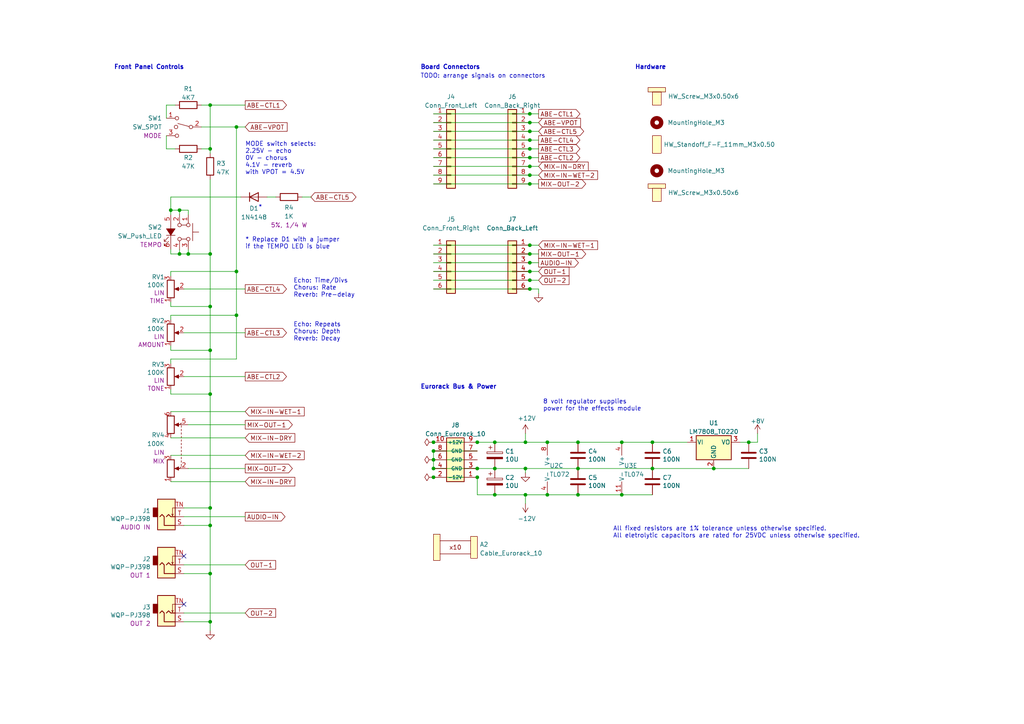
<source format=kicad_sch>
(kicad_sch (version 20211123) (generator eeschema)

  (uuid 9e00edb4-f0f4-46bc-a82d-075ebfd0d3ed)

  (paper "A4")

  (title_block
    (title "Front Panel & Power - Eurorack Effects Module")
    (date "2022-08-23")
    (rev "1.2")
    (company "Len Popp")
    (comment 1 "Copyright © 2022 Len Popp CC BY")
    (comment 2 "Eurorack digital effects module - 8HP")
  )

  (lib_symbols
    (symbol "-lmp-diode:1N4148" (pin_numbers hide) (pin_names (offset 1.016) hide) (in_bom yes) (on_board yes)
      (property "Reference" "D" (id 0) (at 0 2.54 0)
        (effects (font (size 1.27 1.27)))
      )
      (property "Value" "1N4148" (id 1) (at 0 -2.54 0)
        (effects (font (size 1.27 1.27)))
      )
      (property "Footprint" "Diode_THT:D_DO-35_SOD27_P7.62mm_Horizontal" (id 2) (at 0 -4.445 0)
        (effects (font (size 1.27 1.27)) hide)
      )
      (property "Datasheet" "https://www.mouser.ca/datasheet/2/308/1N914_D-2309448.pdf" (id 3) (at 0 0 0)
        (effects (font (size 1.27 1.27)) hide)
      )
      (property "Manufacturer" "On Semi / Fairchild" (id 4) (at 0 0 0)
        (effects (font (size 1.27 1.27)) hide)
      )
      (property "ManufacturerPartNum" "1N4148-T50R" (id 5) (at 0 0 0)
        (effects (font (size 1.27 1.27)) hide)
      )
      (property "Distributor" "Mouser" (id 6) (at 0 0 0)
        (effects (font (size 1.27 1.27)) hide)
      )
      (property "DistributorPartNum" "512-1N4148T50R" (id 7) (at 0 0 0)
        (effects (font (size 1.27 1.27)) hide)
      )
      (property "DistributorPartLink" "https://www.mouser.ca/ProductDetail/?qs=0lQeLiL1qyZS6rosZp7Ehg%3D%3D" (id 8) (at 0 0 0)
        (effects (font (size 1.27 1.27)) hide)
      )
      (property "ki_keywords" "diode" (id 9) (at 0 0 0)
        (effects (font (size 1.27 1.27)) hide)
      )
      (property "ki_description" "Switching diode, 100V 0.15A, DO-35" (id 10) (at 0 0 0)
        (effects (font (size 1.27 1.27)) hide)
      )
      (property "ki_fp_filters" "D*DO?35*" (id 11) (at 0 0 0)
        (effects (font (size 1.27 1.27)) hide)
      )
      (symbol "1N4148_0_1"
        (polyline
          (pts
            (xy -1.27 1.27)
            (xy -1.27 -1.27)
          )
          (stroke (width 0.254) (type default) (color 0 0 0 0))
          (fill (type none))
        )
        (polyline
          (pts
            (xy 1.27 0)
            (xy -1.27 0)
          )
          (stroke (width 0) (type default) (color 0 0 0 0))
          (fill (type none))
        )
        (polyline
          (pts
            (xy 1.27 1.27)
            (xy 1.27 -1.27)
            (xy -1.27 0)
            (xy 1.27 1.27)
          )
          (stroke (width 0.254) (type default) (color 0 0 0 0))
          (fill (type none))
        )
      )
      (symbol "1N4148_1_1"
        (pin passive line (at -3.81 0 0) (length 2.54)
          (name "K" (effects (font (size 1.27 1.27))))
          (number "1" (effects (font (size 1.27 1.27))))
        )
        (pin passive line (at 3.81 0 180) (length 2.54)
          (name "A" (effects (font (size 1.27 1.27))))
          (number "2" (effects (font (size 1.27 1.27))))
        )
      )
    )
    (symbol "-lmp-holes:MountingHole_PCB_M3" (pin_names (offset 1.016)) (in_bom no) (on_board yes)
      (property "Reference" "H" (id 0) (at 0 5.08 0)
        (effects (font (size 1.27 1.27)) hide)
      )
      (property "Value" "MountingHole_PCB_M3" (id 1) (at 0 3.175 0)
        (effects (font (size 1.27 1.27)))
      )
      (property "Footprint" "-lmp-holes:MountingHole_PCB_3.2mm_M3" (id 2) (at 0 0 0)
        (effects (font (size 1.27 1.27)) hide)
      )
      (property "Datasheet" "~" (id 3) (at 0 0 0)
        (effects (font (size 1.27 1.27)) hide)
      )
      (property "ki_keywords" "mounting hole" (id 4) (at 0 0 0)
        (effects (font (size 1.27 1.27)) hide)
      )
      (property "ki_description" "Mounting Hole without connection" (id 5) (at 0 0 0)
        (effects (font (size 1.27 1.27)) hide)
      )
      (property "ki_fp_filters" "MountingHole*" (id 6) (at 0 0 0)
        (effects (font (size 1.27 1.27)) hide)
      )
      (symbol "MountingHole_PCB_M3_0_1"
        (circle (center 0 0) (radius 1.27)
          (stroke (width 1.27) (type default) (color 0 0 0 0))
          (fill (type none))
        )
      )
    )
    (symbol "-lmp-opamp:TL072" (pin_names (offset 0.127)) (in_bom yes) (on_board yes)
      (property "Reference" "U" (id 0) (at 0 5.08 0)
        (effects (font (size 1.27 1.27)) (justify left))
      )
      (property "Value" "TL072" (id 1) (at 0 -5.08 0)
        (effects (font (size 1.27 1.27)) (justify left))
      )
      (property "Footprint" "Package_DIP:DIP-8_W7.62mm" (id 2) (at 0 0 0)
        (effects (font (size 1.27 1.27)) hide)
      )
      (property "Datasheet" "https://www.ti.com/lit/ds/symlink/tl072b.pdf?ts=1628812694194" (id 3) (at 0 0 0)
        (effects (font (size 1.27 1.27)) hide)
      )
      (property "Manufacturer" "Texas Instruments" (id 4) (at 0 0 0)
        (effects (font (size 1.27 1.27)) hide)
      )
      (property "ManufacturerPartNum" "TL072BCP" (id 5) (at 0 0 0)
        (effects (font (size 1.27 1.27)) hide)
      )
      (property "Distributor" "Mouser" (id 6) (at 0 0 0)
        (effects (font (size 1.27 1.27)) hide)
      )
      (property "DistributorPartNum" "595-TL072BCP" (id 7) (at 0 0 0)
        (effects (font (size 1.27 1.27)) hide)
      )
      (property "DistributorPartLink" "https://www.mouser.ca/ProductDetail/Texas-Instruments/TL072BCP?qs=p6YqzpSxLIxmo8AyZLsP4g%3D%3D" (id 8) (at 0 0 0)
        (effects (font (size 1.27 1.27)) hide)
      )
      (property "ki_locked" "" (id 9) (at 0 0 0)
        (effects (font (size 1.27 1.27)))
      )
      (property "ki_keywords" "dual opamp" (id 10) (at 0 0 0)
        (effects (font (size 1.27 1.27)) hide)
      )
      (property "ki_description" "Dual Low-Noise JFET-Input Operational Amplifiers, DIP-8/SOIC-8" (id 11) (at 0 0 0)
        (effects (font (size 1.27 1.27)) hide)
      )
      (property "ki_fp_filters" "SOIC*3.9x4.9mm*P1.27mm* DIP*W7.62mm* TO*99* OnSemi*Micro8* TSSOP*3x3mm*P0.65mm* TSSOP*4.4x3mm*P0.65mm* MSOP*3x3mm*P0.65mm* SSOP*3.9x4.9mm*P0.635mm* LFCSP*2x2mm*P0.5mm* *SIP* SOIC*5.3x6.2mm*P1.27mm*" (id 12) (at 0 0 0)
        (effects (font (size 1.27 1.27)) hide)
      )
      (symbol "TL072_1_1"
        (polyline
          (pts
            (xy -5.08 5.08)
            (xy 5.08 0)
            (xy -5.08 -5.08)
            (xy -5.08 5.08)
          )
          (stroke (width 0.254) (type default) (color 0 0 0 0))
          (fill (type background))
        )
        (pin output line (at 7.62 0 180) (length 2.54)
          (name "~" (effects (font (size 1.27 1.27))))
          (number "1" (effects (font (size 1.27 1.27))))
        )
        (pin input line (at -7.62 -2.54 0) (length 2.54)
          (name "-" (effects (font (size 1.27 1.27))))
          (number "2" (effects (font (size 1.27 1.27))))
        )
        (pin input line (at -7.62 2.54 0) (length 2.54)
          (name "+" (effects (font (size 1.27 1.27))))
          (number "3" (effects (font (size 1.27 1.27))))
        )
      )
      (symbol "TL072_2_1"
        (polyline
          (pts
            (xy -5.08 5.08)
            (xy 5.08 0)
            (xy -5.08 -5.08)
            (xy -5.08 5.08)
          )
          (stroke (width 0.254) (type default) (color 0 0 0 0))
          (fill (type background))
        )
        (pin input line (at -7.62 2.54 0) (length 2.54)
          (name "+" (effects (font (size 1.27 1.27))))
          (number "5" (effects (font (size 1.27 1.27))))
        )
        (pin input line (at -7.62 -2.54 0) (length 2.54)
          (name "-" (effects (font (size 1.27 1.27))))
          (number "6" (effects (font (size 1.27 1.27))))
        )
        (pin output line (at 7.62 0 180) (length 2.54)
          (name "~" (effects (font (size 1.27 1.27))))
          (number "7" (effects (font (size 1.27 1.27))))
        )
      )
      (symbol "TL072_3_1"
        (pin power_in line (at -2.54 -7.62 90) (length 3.81)
          (name "V-" (effects (font (size 1.27 1.27))))
          (number "4" (effects (font (size 1.27 1.27))))
        )
        (pin power_in line (at -2.54 7.62 270) (length 3.81)
          (name "V+" (effects (font (size 1.27 1.27))))
          (number "8" (effects (font (size 1.27 1.27))))
        )
      )
    )
    (symbol "-lmp-opamp:TL074" (pin_names (offset 0.127)) (in_bom yes) (on_board yes)
      (property "Reference" "U" (id 0) (at 0 5.08 0)
        (effects (font (size 1.27 1.27)) (justify left))
      )
      (property "Value" "TL074" (id 1) (at 0 -5.08 0)
        (effects (font (size 1.27 1.27)) (justify left))
      )
      (property "Footprint" "Package_DIP:DIP-14_W7.62mm" (id 2) (at -1.27 2.54 0)
        (effects (font (size 1.27 1.27)) hide)
      )
      (property "Datasheet" "http://www.ti.com/lit/ds/symlink/tl071.pdf" (id 3) (at 1.27 5.08 0)
        (effects (font (size 1.27 1.27)) hide)
      )
      (property "Manufacturer" "Texas Instruments" (id 4) (at 0 0 0)
        (effects (font (size 1.27 1.27)) hide)
      )
      (property "ManufacturerPartNum" "TL074BCN" (id 5) (at 0 0 0)
        (effects (font (size 1.27 1.27)) hide)
      )
      (property "Distributor" "Mouser" (id 6) (at 0 0 0)
        (effects (font (size 1.27 1.27)) hide)
      )
      (property "DistributorPartNum" "595-TL074BCN" (id 7) (at 0 0 0)
        (effects (font (size 1.27 1.27)) hide)
      )
      (property "DistributorPartLink" "https://www.mouser.ca/ProductDetail/?qs=vxEfx8VrU7BHurOY5iQdiA%3D%3D" (id 8) (at 0 0 0)
        (effects (font (size 1.27 1.27)) hide)
      )
      (property "ki_locked" "" (id 9) (at 0 0 0)
        (effects (font (size 1.27 1.27)))
      )
      (property "ki_keywords" "quad opamp" (id 10) (at 0 0 0)
        (effects (font (size 1.27 1.27)) hide)
      )
      (property "ki_description" "Quad Low-Noise JFET-Input Operational Amplifiers, DIP-14/SOIC-14" (id 11) (at 0 0 0)
        (effects (font (size 1.27 1.27)) hide)
      )
      (property "ki_fp_filters" "SOIC*3.9x8.7mm*P1.27mm* DIP*W7.62mm* TSSOP*4.4x5mm*P0.65mm* SSOP*5.3x6.2mm*P0.65mm* MSOP*3x3mm*P0.5mm*" (id 12) (at 0 0 0)
        (effects (font (size 1.27 1.27)) hide)
      )
      (symbol "TL074_1_1"
        (polyline
          (pts
            (xy -5.08 5.08)
            (xy 5.08 0)
            (xy -5.08 -5.08)
            (xy -5.08 5.08)
          )
          (stroke (width 0.254) (type default) (color 0 0 0 0))
          (fill (type background))
        )
        (pin output line (at 7.62 0 180) (length 2.54)
          (name "~" (effects (font (size 1.27 1.27))))
          (number "1" (effects (font (size 1.27 1.27))))
        )
        (pin input line (at -7.62 -2.54 0) (length 2.54)
          (name "-" (effects (font (size 1.27 1.27))))
          (number "2" (effects (font (size 1.27 1.27))))
        )
        (pin input line (at -7.62 2.54 0) (length 2.54)
          (name "+" (effects (font (size 1.27 1.27))))
          (number "3" (effects (font (size 1.27 1.27))))
        )
      )
      (symbol "TL074_2_1"
        (polyline
          (pts
            (xy -5.08 5.08)
            (xy 5.08 0)
            (xy -5.08 -5.08)
            (xy -5.08 5.08)
          )
          (stroke (width 0.254) (type default) (color 0 0 0 0))
          (fill (type background))
        )
        (pin input line (at -7.62 2.54 0) (length 2.54)
          (name "+" (effects (font (size 1.27 1.27))))
          (number "5" (effects (font (size 1.27 1.27))))
        )
        (pin input line (at -7.62 -2.54 0) (length 2.54)
          (name "-" (effects (font (size 1.27 1.27))))
          (number "6" (effects (font (size 1.27 1.27))))
        )
        (pin output line (at 7.62 0 180) (length 2.54)
          (name "~" (effects (font (size 1.27 1.27))))
          (number "7" (effects (font (size 1.27 1.27))))
        )
      )
      (symbol "TL074_3_1"
        (polyline
          (pts
            (xy -5.08 5.08)
            (xy 5.08 0)
            (xy -5.08 -5.08)
            (xy -5.08 5.08)
          )
          (stroke (width 0.254) (type default) (color 0 0 0 0))
          (fill (type background))
        )
        (pin input line (at -7.62 2.54 0) (length 2.54)
          (name "+" (effects (font (size 1.27 1.27))))
          (number "10" (effects (font (size 1.27 1.27))))
        )
        (pin output line (at 7.62 0 180) (length 2.54)
          (name "~" (effects (font (size 1.27 1.27))))
          (number "8" (effects (font (size 1.27 1.27))))
        )
        (pin input line (at -7.62 -2.54 0) (length 2.54)
          (name "-" (effects (font (size 1.27 1.27))))
          (number "9" (effects (font (size 1.27 1.27))))
        )
      )
      (symbol "TL074_4_1"
        (polyline
          (pts
            (xy -5.08 5.08)
            (xy 5.08 0)
            (xy -5.08 -5.08)
            (xy -5.08 5.08)
          )
          (stroke (width 0.254) (type default) (color 0 0 0 0))
          (fill (type background))
        )
        (pin input line (at -7.62 2.54 0) (length 2.54)
          (name "+" (effects (font (size 1.27 1.27))))
          (number "12" (effects (font (size 1.27 1.27))))
        )
        (pin input line (at -7.62 -2.54 0) (length 2.54)
          (name "-" (effects (font (size 1.27 1.27))))
          (number "13" (effects (font (size 1.27 1.27))))
        )
        (pin output line (at 7.62 0 180) (length 2.54)
          (name "~" (effects (font (size 1.27 1.27))))
          (number "14" (effects (font (size 1.27 1.27))))
        )
      )
      (symbol "TL074_5_1"
        (pin power_in line (at -2.54 -7.62 90) (length 3.81)
          (name "V-" (effects (font (size 1.27 1.27))))
          (number "11" (effects (font (size 1.27 1.27))))
        )
        (pin power_in line (at -2.54 7.62 270) (length 3.81)
          (name "V+" (effects (font (size 1.27 1.27))))
          (number "4" (effects (font (size 1.27 1.27))))
        )
      )
    )
    (symbol "-lmp-power:+12V" (power) (pin_names (offset 0)) (in_bom yes) (on_board yes)
      (property "Reference" "#PWR" (id 0) (at 0 -3.81 0)
        (effects (font (size 1.27 1.27)) hide)
      )
      (property "Value" "+12V" (id 1) (at 0 3.556 0)
        (effects (font (size 1.27 1.27)))
      )
      (property "Footprint" "" (id 2) (at 0 0 0)
        (effects (font (size 1.27 1.27)) hide)
      )
      (property "Datasheet" "" (id 3) (at 0 0 0)
        (effects (font (size 1.27 1.27)) hide)
      )
      (property "ki_keywords" "power-flag" (id 4) (at 0 0 0)
        (effects (font (size 1.27 1.27)) hide)
      )
      (property "ki_description" "Power symbol creates a global label with name \"+12V\"" (id 5) (at 0 0 0)
        (effects (font (size 1.27 1.27)) hide)
      )
      (symbol "+12V_0_1"
        (polyline
          (pts
            (xy -0.762 1.27)
            (xy 0 2.54)
          )
          (stroke (width 0) (type default) (color 0 0 0 0))
          (fill (type none))
        )
        (polyline
          (pts
            (xy 0 0)
            (xy 0 2.54)
          )
          (stroke (width 0) (type default) (color 0 0 0 0))
          (fill (type none))
        )
        (polyline
          (pts
            (xy 0 2.54)
            (xy 0.762 1.27)
          )
          (stroke (width 0) (type default) (color 0 0 0 0))
          (fill (type none))
        )
      )
      (symbol "+12V_1_1"
        (pin power_in line (at 0 0 90) (length 0) hide
          (name "+12V" (effects (font (size 1.27 1.27))))
          (number "1" (effects (font (size 1.27 1.27))))
        )
      )
    )
    (symbol "-lmp-power:-12V" (power) (pin_names (offset 0)) (in_bom yes) (on_board yes)
      (property "Reference" "#PWR" (id 0) (at 0 3.81 0)
        (effects (font (size 1.27 1.27)) hide)
      )
      (property "Value" "-12V" (id 1) (at 0 -3.556 0)
        (effects (font (size 1.27 1.27)))
      )
      (property "Footprint" "" (id 2) (at 0 0 0)
        (effects (font (size 1.27 1.27)) hide)
      )
      (property "Datasheet" "" (id 3) (at 0 0 0)
        (effects (font (size 1.27 1.27)) hide)
      )
      (property "ki_keywords" "power-flag" (id 4) (at 0 0 0)
        (effects (font (size 1.27 1.27)) hide)
      )
      (property "ki_description" "Power symbol creates a global label with name \"-12V\"" (id 5) (at 0 0 0)
        (effects (font (size 1.27 1.27)) hide)
      )
      (symbol "-12V_0_1"
        (polyline
          (pts
            (xy -0.762 -1.27)
            (xy 0 -2.54)
          )
          (stroke (width 0) (type default) (color 0 0 0 0))
          (fill (type none))
        )
        (polyline
          (pts
            (xy 0 -2.54)
            (xy 0.762 -1.27)
          )
          (stroke (width 0) (type default) (color 0 0 0 0))
          (fill (type none))
        )
        (polyline
          (pts
            (xy 0 0)
            (xy 0 -2.54)
          )
          (stroke (width 0) (type default) (color 0 0 0 0))
          (fill (type none))
        )
      )
      (symbol "-12V_1_1"
        (pin power_in line (at 0 0 270) (length 0) hide
          (name "-12V" (effects (font (size 1.27 1.27))))
          (number "1" (effects (font (size 1.27 1.27))))
        )
      )
    )
    (symbol "-lmp-power:GND" (power) (pin_numbers hide) (pin_names (offset 0) hide) (in_bom yes) (on_board yes)
      (property "Reference" "#PWR" (id 0) (at 0 -6.35 0)
        (effects (font (size 1.27 1.27)) hide)
      )
      (property "Value" "GND" (id 1) (at 0 -3.81 0)
        (effects (font (size 1.27 1.27)) hide)
      )
      (property "Footprint" "" (id 2) (at 0 0 0)
        (effects (font (size 1.27 1.27)) hide)
      )
      (property "Datasheet" "" (id 3) (at 0 0 0)
        (effects (font (size 1.27 1.27)) hide)
      )
      (property "ki_keywords" "power-flag" (id 4) (at 0 0 0)
        (effects (font (size 1.27 1.27)) hide)
      )
      (property "ki_description" "Power symbol creates a global label with name \"GND\" , ground" (id 5) (at 0 0 0)
        (effects (font (size 1.27 1.27)) hide)
      )
      (symbol "GND_0_1"
        (polyline
          (pts
            (xy 0 0)
            (xy 0 -1.27)
            (xy 1.27 -1.27)
            (xy 0 -2.54)
            (xy -1.27 -1.27)
            (xy 0 -1.27)
          )
          (stroke (width 0) (type default) (color 0 0 0 0))
          (fill (type none))
        )
      )
      (symbol "GND_1_1"
        (pin power_in line (at 0 0 270) (length 0) hide
          (name "GND" (effects (font (size 1.27 1.27))))
          (number "1" (effects (font (size 1.27 1.27))))
        )
      )
    )
    (symbol "-lmp-power:PWR_FLAG" (power) (pin_numbers hide) (pin_names (offset 0) hide) (in_bom yes) (on_board yes)
      (property "Reference" "#FLG" (id 0) (at 0 1.905 0)
        (effects (font (size 1.27 1.27)) hide)
      )
      (property "Value" "PWR_FLAG" (id 1) (at 0 3.81 0)
        (effects (font (size 1.27 1.27)))
      )
      (property "Footprint" "" (id 2) (at 0 0 0)
        (effects (font (size 1.27 1.27)) hide)
      )
      (property "Datasheet" "~" (id 3) (at 0 0 0)
        (effects (font (size 1.27 1.27)) hide)
      )
      (property "ki_keywords" "power-flag" (id 4) (at 0 0 0)
        (effects (font (size 1.27 1.27)) hide)
      )
      (property "ki_description" "Special symbol for telling ERC where power comes from" (id 5) (at 0 0 0)
        (effects (font (size 1.27 1.27)) hide)
      )
      (symbol "PWR_FLAG_0_0"
        (pin power_out line (at 0 0 90) (length 0)
          (name "pwr" (effects (font (size 1.27 1.27))))
          (number "1" (effects (font (size 1.27 1.27))))
        )
      )
      (symbol "PWR_FLAG_0_1"
        (polyline
          (pts
            (xy 0 0)
            (xy 0 1.27)
            (xy -1.016 1.905)
            (xy 0 2.54)
            (xy 1.016 1.905)
            (xy 0 1.27)
          )
          (stroke (width 0) (type default) (color 0 0 0 0))
          (fill (type none))
        )
      )
    )
    (symbol "-lmp-regulator:LM7808_TO220" (pin_names (offset 0.254)) (in_bom yes) (on_board yes)
      (property "Reference" "U" (id 0) (at -3.81 3.175 0)
        (effects (font (size 1.27 1.27)))
      )
      (property "Value" "LM7808_TO220" (id 1) (at 0 3.175 0)
        (effects (font (size 1.27 1.27)) (justify left))
      )
      (property "Footprint" "Package_TO_SOT_THT:TO-220-3_Vertical" (id 2) (at 0 5.715 0)
        (effects (font (size 1.27 1.27) italic) hide)
      )
      (property "Datasheet" "https://www.onsemi.cn/PowerSolutions/document/MC7800-D.PDF" (id 3) (at 0 -1.27 0)
        (effects (font (size 1.27 1.27)) hide)
      )
      (property "Manufacturer" "ON Semiconductor" (id 4) (at 0 0 0)
        (effects (font (size 1.27 1.27)) hide)
      )
      (property "ManufacturerPartNum" "MC7805ACTG" (id 5) (at 0 0 0)
        (effects (font (size 1.27 1.27)) hide)
      )
      (property "Distributor" "Mouser" (id 6) (at 0 0 0)
        (effects (font (size 1.27 1.27)) hide)
      )
      (property "DistributorPartNum" "863-MC7805ACTG" (id 7) (at 0 0 0)
        (effects (font (size 1.27 1.27)) hide)
      )
      (property "DistributorPartLink" "https://www.mouser.ca/ProductDetail/?qs=%252B9%2Fcbd0IE0S3%2FunkJ%2FONRg%3D%3D" (id 8) (at 0 0 0)
        (effects (font (size 1.27 1.27)) hide)
      )
      (property "ki_keywords" "Voltage Regulator 1A Positive" (id 9) (at 0 0 0)
        (effects (font (size 1.27 1.27)) hide)
      )
      (property "ki_description" "Positive 1A 35V Linear Regulator, Fixed Output 8V, TO-220" (id 10) (at 0 0 0)
        (effects (font (size 1.27 1.27)) hide)
      )
      (property "ki_fp_filters" "TO?220*" (id 11) (at 0 0 0)
        (effects (font (size 1.27 1.27)) hide)
      )
      (symbol "LM7808_TO220_0_1"
        (rectangle (start -5.08 1.905) (end 5.08 -5.08)
          (stroke (width 0.254) (type default) (color 0 0 0 0))
          (fill (type background))
        )
      )
      (symbol "LM7808_TO220_1_1"
        (pin power_in line (at -7.62 0 0) (length 2.54)
          (name "VI" (effects (font (size 1.27 1.27))))
          (number "1" (effects (font (size 1.27 1.27))))
        )
        (pin power_in line (at 0 -7.62 90) (length 2.54)
          (name "GND" (effects (font (size 1.27 1.27))))
          (number "2" (effects (font (size 1.27 1.27))))
        )
        (pin power_out line (at 7.62 0 180) (length 2.54)
          (name "VO" (effects (font (size 1.27 1.27))))
          (number "3" (effects (font (size 1.27 1.27))))
        )
      )
    )
    (symbol "-lmp-synth:CP_10U" (pin_numbers hide) (pin_names (offset 0.254)) (in_bom yes) (on_board yes)
      (property "Reference" "C" (id 0) (at 0.635 2.54 0)
        (effects (font (size 1.27 1.27)) (justify left))
      )
      (property "Value" "CP_10U" (id 1) (at 0.635 -2.54 0)
        (effects (font (size 1.27 1.27)) (justify left))
      )
      (property "Footprint" "-lmp-misc:CP_Radial_D5.0mm_P2.50mm" (id 2) (at 0.9652 -3.81 0)
        (effects (font (size 1.27 1.27)) hide)
      )
      (property "Datasheet" "https://www.mouser.ca/datasheet/2/315/ABA0000C1059-947582.pdf" (id 3) (at 0 -3.81 0)
        (effects (font (size 1.27 1.27)) hide)
      )
      (property "Note" "12 V decoupling" (id 4) (at 0.635 -6.35 0)
        (effects (font (size 1.27 1.27)) (justify left) hide)
      )
      (property "Manufacturer" "Panasonic" (id 5) (at 0 -3.81 0)
        (effects (font (size 1.27 1.27)) hide)
      )
      (property "ManufacturerPartNum" "ECE-A1VKS100I" (id 6) (at 0 -3.81 0)
        (effects (font (size 1.27 1.27)) hide)
      )
      (property "Distributor" "Mouser" (id 7) (at 0 -3.81 0)
        (effects (font (size 1.27 1.27)) hide)
      )
      (property "DistributorPartNum" "667-ECE-A1VKS100I" (id 8) (at 0 -3.81 0)
        (effects (font (size 1.27 1.27)) hide)
      )
      (property "DistributorPartLink" "https://www.mouser.ca/ProductDetail/667-ECE-A1VKS100I" (id 9) (at 0 -3.81 0)
        (effects (font (size 1.27 1.27)) hide)
      )
      (property "Distributor2" "Thonk" (id 10) (at 0 -3.81 0)
        (effects (font (size 1.27 1.27)) hide)
      )
      (property "DistributorPartNum2" "" (id 11) (at 0 -3.81 0)
        (effects (font (size 1.27 1.27)) hide)
      )
      (property "DistributorPartLink2" "https://www.thonk.co.uk/shop/eurorack-diy-essentials/" (id 12) (at 0 -3.81 0)
        (effects (font (size 1.27 1.27)) hide)
      )
      (property "ki_keywords" "cap capacitor electrolytic" (id 13) (at 0 0 0)
        (effects (font (size 1.27 1.27)) hide)
      )
      (property "ki_description" "Capacitor - Electrolytic - 12 V decoupling" (id 14) (at 0 0 0)
        (effects (font (size 1.27 1.27)) hide)
      )
      (property "ki_fp_filters" "CP_*" (id 15) (at 0 0 0)
        (effects (font (size 1.27 1.27)) hide)
      )
      (symbol "CP_10U_0_1"
        (rectangle (start -2.286 0.508) (end 2.286 1.016)
          (stroke (width 0) (type default) (color 0 0 0 0))
          (fill (type none))
        )
        (polyline
          (pts
            (xy -1.778 2.286)
            (xy -0.762 2.286)
          )
          (stroke (width 0) (type default) (color 0 0 0 0))
          (fill (type none))
        )
        (polyline
          (pts
            (xy -1.27 2.794)
            (xy -1.27 1.778)
          )
          (stroke (width 0) (type default) (color 0 0 0 0))
          (fill (type none))
        )
        (rectangle (start 2.286 -0.508) (end -2.286 -1.016)
          (stroke (width 0) (type default) (color 0 0 0 0))
          (fill (type outline))
        )
      )
      (symbol "CP_10U_1_1"
        (pin passive line (at 0 3.81 270) (length 2.794)
          (name "~" (effects (font (size 1.27 1.27))))
          (number "1" (effects (font (size 1.27 1.27))))
        )
        (pin passive line (at 0 -3.81 90) (length 2.794)
          (name "~" (effects (font (size 1.27 1.27))))
          (number "2" (effects (font (size 1.27 1.27))))
        )
      )
    )
    (symbol "-lmp-synth:Cable_Eurorack_10" (in_bom yes) (on_board no)
      (property "Reference" "A" (id 0) (at 0 8.255 0)
        (effects (font (size 1.27 1.27)))
      )
      (property "Value" "Cable_Eurorack_10" (id 1) (at 0 5.715 0)
        (effects (font (size 1.27 1.27)))
      )
      (property "Footprint" "-lmp-misc:NoFootprint" (id 2) (at 0.635 -5.08 0)
        (effects (font (size 1.27 1.27)) hide)
      )
      (property "Datasheet" "" (id 3) (at 0 8.255 0)
        (effects (font (size 1.27 1.27)) hide)
      )
      (property "Note" "Length as required" (id 4) (at 0 -2.54 0)
        (effects (font (size 1.27 1.27)) hide)
      )
      (property "Distributor" "Thonk" (id 5) (at 0 -5.08 0)
        (effects (font (size 1.27 1.27)) hide)
      )
      (property "DistributorPartLink" "https://www.thonk.co.uk/shop/eurorack-power-cables/" (id 6) (at 0 -5.08 0)
        (effects (font (size 1.27 1.27)) hide)
      )
      (property "Distributor2" "SynthCube" (id 7) (at 0 -5.08 0)
        (effects (font (size 1.27 1.27)) hide)
      )
      (property "DistributorPartLink2" "https://synthcube.com/cart/eurorack-ribbon-power-cables" (id 8) (at 0 -5.08 0)
        (effects (font (size 1.27 1.27)) hide)
      )
      (property "Distributor3" "Modular Addict" (id 9) (at 0 -5.08 0)
        (effects (font (size 1.27 1.27)) hide)
      )
      (property "DistributorPartLink3" "https://modularaddict.com/parts/eurorack-power-cables-1" (id 10) (at 0 -5.08 0)
        (effects (font (size 1.27 1.27)) hide)
      )
      (property "ki_keywords" "Eurorack 10 power cable" (id 11) (at 0 0 0)
        (effects (font (size 1.27 1.27)) hide)
      )
      (property "ki_description" "Eurorack 16-10 pin power cable" (id 12) (at 0 0 0)
        (effects (font (size 1.27 1.27)) hide)
      )
      (symbol "Cable_Eurorack_10_0_0"
        (text "x10" (at 0 0 0)
          (effects (font (size 1.27 1.27)))
        )
      )
      (symbol "Cable_Eurorack_10_0_1"
        (rectangle (start -6.35 3.81) (end -4.445 -3.81)
          (stroke (width 0.1524) (type default) (color 0 0 0 0))
          (fill (type background))
        )
        (polyline
          (pts
            (xy -4.445 -1.905)
            (xy 4.445 -1.905)
          )
          (stroke (width 0.1524) (type default) (color 0 0 0 0))
          (fill (type none))
        )
        (polyline
          (pts
            (xy -4.445 1.905)
            (xy 4.445 1.905)
          )
          (stroke (width 0.1524) (type default) (color 0 0 0 0))
          (fill (type none))
        )
        (rectangle (start 4.445 3.175) (end 6.35 -3.175)
          (stroke (width 0.1524) (type default) (color 0 0 0 0))
          (fill (type background))
        )
      )
    )
    (symbol "-lmp-synth:Conn_Eurorack_Pwr_10" (in_bom yes) (on_board yes)
      (property "Reference" "J" (id 0) (at 1.27 7.62 0)
        (effects (font (size 1.27 1.27)))
      )
      (property "Value" "Conn_Eurorack_Pwr_10" (id 1) (at 1.27 -7.62 0)
        (effects (font (size 1.27 1.27)))
      )
      (property "Footprint" "-lmp-synth:IDC-Header-Eurorack-10-TH" (id 2) (at 2.54 -9.144 0)
        (effects (font (size 1.27 1.27)) hide)
      )
      (property "Datasheet" "https://www.mouser.ca/datasheet/2/445/61201021621-1717731.pdf" (id 3) (at 2.54 0 0)
        (effects (font (size 1.27 1.27)) hide)
      )
      (property "Manufacturer" "Wurth Elektronik" (id 4) (at 1.524 -9.398 0)
        (effects (font (size 1.27 1.27)) hide)
      )
      (property "ManufacturerPartNum" "61201021621" (id 5) (at 1.524 -9.398 0)
        (effects (font (size 1.27 1.27)) hide)
      )
      (property "Distributor" "Mouser" (id 6) (at 1.524 -9.144 0)
        (effects (font (size 1.27 1.27)) hide)
      )
      (property "DistributorPartNum" "710-61201021621" (id 7) (at 1.524 -9.398 0)
        (effects (font (size 1.27 1.27)) hide)
      )
      (property "DistributorPartLink" "https://www.mouser.ca/ProductDetail/Wurth-Elektronik/61201021621?qs=%2Fha2pyFadugkhyfdWLPRIwz9kroMfF%252BXZWEETFcVSqiQRaqHzEC2RQ%3D%3D" (id 8) (at 1.524 -9.398 0)
        (effects (font (size 1.27 1.27)) hide)
      )
      (property "Distributor2" "Thonk" (id 9) (at 0 0 0)
        (effects (font (size 1.27 1.27)) hide)
      )
      (property "DistributorPartNum2" "" (id 10) (at 0 0 0)
        (effects (font (size 1.27 1.27)) hide)
      )
      (property "DistributorPartLink2" "https://www.thonk.co.uk/shop/eurorack-diy-essentials/" (id 11) (at 0 0 0)
        (effects (font (size 1.27 1.27)) hide)
      )
      (property "ki_keywords" "connector Eurorack" (id 12) (at 0 0 0)
        (effects (font (size 1.27 1.27)) hide)
      )
      (property "ki_description" "Eurorack 10-pin board power connector" (id 13) (at 0 0 0)
        (effects (font (size 1.27 1.27)) hide)
      )
      (property "ki_fp_filters" "Connector*:*_2x??_*" (id 14) (at 0 0 0)
        (effects (font (size 1.27 1.27)) hide)
      )
      (symbol "Conn_Eurorack_Pwr_10_1_1"
        (rectangle (start 3.81 -6.35) (end -1.27 6.35)
          (stroke (width 0.254) (type default) (color 0 0 0 0))
          (fill (type background))
        )
        (pin power_in line (at 7.62 -5.08 180) (length 3.81)
          (name "-12V" (effects (font (size 1.016 1.016))))
          (number "1" (effects (font (size 1.27 1.27))))
        )
        (pin power_in line (at -5.08 5.08 0) (length 3.81)
          (name "~" (effects (font (size 1.27 1.27))))
          (number "10" (effects (font (size 1.27 1.27))))
        )
        (pin power_in line (at -5.08 -5.08 0) (length 3.81)
          (name "~" (effects (font (size 1.016 1.016))))
          (number "2" (effects (font (size 1.27 1.27))))
        )
        (pin power_in line (at 7.62 -2.54 180) (length 3.81)
          (name "GND" (effects (font (size 1.016 1.016))))
          (number "3" (effects (font (size 1.27 1.27))))
        )
        (pin power_in line (at -5.08 -2.54 0) (length 3.81)
          (name "~" (effects (font (size 1.27 1.27))))
          (number "4" (effects (font (size 1.27 1.27))))
        )
        (pin power_in line (at 7.62 0 180) (length 3.81)
          (name "GND" (effects (font (size 1.016 1.016))))
          (number "5" (effects (font (size 1.27 1.27))))
        )
        (pin power_in line (at -5.08 0 0) (length 3.81)
          (name "~" (effects (font (size 1.27 1.27))))
          (number "6" (effects (font (size 1.27 1.27))))
        )
        (pin power_in line (at 7.62 2.54 180) (length 3.81)
          (name "GND" (effects (font (size 1.016 1.016))))
          (number "7" (effects (font (size 1.27 1.27))))
        )
        (pin power_in line (at -5.08 2.54 0) (length 3.81)
          (name "~" (effects (font (size 1.27 1.27))))
          (number "8" (effects (font (size 1.27 1.27))))
        )
        (pin power_in line (at 7.62 5.08 180) (length 3.81)
          (name "+12V" (effects (font (size 1.016 1.016))))
          (number "9" (effects (font (size 1.27 1.27))))
        )
      )
    )
    (symbol "-lmp-synth:HW_Screw_M3x0.50x6" (pin_names (offset 1.016)) (in_bom yes) (on_board no)
      (property "Reference" "H" (id 0) (at 0 0 0)
        (effects (font (size 1.27 1.27)) hide)
      )
      (property "Value" "HW_Screw_M3x0.50x6" (id 1) (at 0 -5.08 0)
        (effects (font (size 1.27 1.27)))
      )
      (property "Footprint" "" (id 2) (at 0 0 0)
        (effects (font (size 1.27 1.27)) hide)
      )
      (property "Datasheet" "~" (id 3) (at 0 0 0)
        (effects (font (size 1.27 1.27)) hide)
      )
      (property "ki_keywords" "screw M3" (id 4) (at 0 0 0)
        (effects (font (size 1.27 1.27)) hide)
      )
      (property "ki_description" "Machine screw, M3x0.50x6" (id 5) (at 0 0 0)
        (effects (font (size 1.27 1.27)) hide)
      )
      (symbol "HW_Screw_M3x0.50x6_0_1"
        (rectangle (start -2.54 1.27) (end 2.54 2.54)
          (stroke (width 0) (type default) (color 0 0 0 0))
          (fill (type background))
        )
        (rectangle (start -1.27 1.27) (end 1.27 -2.54)
          (stroke (width 0) (type default) (color 0 0 0 0))
          (fill (type background))
        )
      )
    )
    (symbol "-lmp-synth:Jack_WQP-PJ398" (in_bom yes) (on_board yes)
      (property "Reference" "J" (id 0) (at 0 10.033 0)
        (effects (font (size 1.27 1.27)))
      )
      (property "Value" "Jack_WQP-PJ398" (id 1) (at 0 7.62 0)
        (effects (font (size 1.27 1.27)))
      )
      (property "Footprint" "-lmp-synth:Jack_3.5mm_QingPu_WQP-PJ398SM_Vertical" (id 2) (at 0 0 0)
        (effects (font (size 1.27 1.27)) hide)
      )
      (property "Datasheet" "http://www.qingpu-electronics.com/en/products/WQP-PJ398SM-362.html" (id 3) (at 0 0 0)
        (effects (font (size 1.27 1.27)) hide)
      )
      (property "Label" "[label]" (id 4) (at 0 5.207 0)
        (effects (font (size 1.27 1.27)))
      )
      (property "Manufacturer" "QingPu / Thonk" (id 5) (at 0 0 0)
        (effects (font (size 1.27 1.27)) hide)
      )
      (property "ManufacturerPartNum" "PJ398SM / WQP518MA" (id 6) (at 0 0 0)
        (effects (font (size 1.27 1.27)) hide)
      )
      (property "Distributor" "Thonk" (id 7) (at 0 0 0)
        (effects (font (size 1.27 1.27)) hide)
      )
      (property "DistributorPartNum" "PJ398SM" (id 8) (at 0 0 0)
        (effects (font (size 1.27 1.27)) hide)
      )
      (property "DistributorPartLink" "https://www.thonk.co.uk/shop/thonkiconn/" (id 9) (at 0 0 0)
        (effects (font (size 1.27 1.27)) hide)
      )
      (property "Distributor2" "SynthCube" (id 10) (at 0 0 0)
        (effects (font (size 1.27 1.27)) hide)
      )
      (property "DistributorPartNum2" "WQP518MA" (id 11) (at 0 0 0)
        (effects (font (size 1.27 1.27)) hide)
      )
      (property "DistributorPartLink2" "https://synthcube.com/cart/3-5mm-euro-jacks" (id 12) (at 0 0 0)
        (effects (font (size 1.27 1.27)) hide)
      )
      (property "Distributor3" "Adafruit" (id 13) (at 0 0 0)
        (effects (font (size 1.27 1.27)) hide)
      )
      (property "DistributorPartNum3" "4031" (id 14) (at 0 0 0)
        (effects (font (size 1.27 1.27)) hide)
      )
      (property "DistributorPartLink3" "https://www.adafruit.com/product/4031" (id 15) (at 0 0 0)
        (effects (font (size 1.27 1.27)) hide)
      )
      (property "ki_keywords" "audio jack receptacle mono headphones phone TS connector QingPu Thonkiconn" (id 16) (at 0 0 0)
        (effects (font (size 1.27 1.27)) hide)
      )
      (property "ki_description" "Audio Jack, 2 Poles (Mono / TS), Switched T Pole (Normalling), QingPu / Thonkiconn" (id 17) (at 0 0 0)
        (effects (font (size 1.27 1.27)) hide)
      )
      (property "ki_fp_filters" "Jack*" (id 18) (at 0 0 0)
        (effects (font (size 1.27 1.27)) hide)
      )
      (symbol "Jack_WQP-PJ398_0_1"
        (rectangle (start -2.54 0) (end -3.81 -2.54)
          (stroke (width 0.254) (type default) (color 0 0 0 0))
          (fill (type outline))
        )
        (polyline
          (pts
            (xy 1.778 -0.254)
            (xy 2.032 -0.762)
          )
          (stroke (width 0) (type default) (color 0 0 0 0))
          (fill (type none))
        )
        (polyline
          (pts
            (xy 0 0)
            (xy 0.635 -0.635)
            (xy 1.27 0)
            (xy 2.54 0)
          )
          (stroke (width 0.254) (type default) (color 0 0 0 0))
          (fill (type none))
        )
        (polyline
          (pts
            (xy 2.54 -2.54)
            (xy 1.778 -2.54)
            (xy 1.778 -0.254)
            (xy 1.524 -0.762)
          )
          (stroke (width 0) (type default) (color 0 0 0 0))
          (fill (type none))
        )
        (polyline
          (pts
            (xy 2.54 2.54)
            (xy -0.635 2.54)
            (xy -0.635 0)
            (xy -1.27 -0.635)
            (xy -1.905 0)
          )
          (stroke (width 0.254) (type default) (color 0 0 0 0))
          (fill (type none))
        )
        (rectangle (start 2.54 3.81) (end -2.54 -5.08)
          (stroke (width 0.254) (type default) (color 0 0 0 0))
          (fill (type background))
        )
      )
      (symbol "Jack_WQP-PJ398_1_1"
        (pin passive line (at 5.08 2.54 180) (length 2.54)
          (name "~" (effects (font (size 1.27 1.27))))
          (number "S" (effects (font (size 1.27 1.27))))
        )
        (pin passive line (at 5.08 0 180) (length 2.54)
          (name "~" (effects (font (size 1.27 1.27))))
          (number "T" (effects (font (size 1.27 1.27))))
        )
        (pin passive line (at 5.08 -2.54 180) (length 2.54)
          (name "~" (effects (font (size 1.27 1.27))))
          (number "TN" (effects (font (size 1.27 1.27))))
        )
      )
    )
    (symbol "-lmp-synth:R_1K_Output" (pin_numbers hide) (pin_names (offset 0)) (in_bom yes) (on_board yes)
      (property "Reference" "R" (id 0) (at -2.286 0 90)
        (effects (font (size 1.27 1.27)))
      )
      (property "Value" "R_1K_Output" (id 1) (at 2.413 0 90)
        (effects (font (size 1.27 1.27)))
      )
      (property "Footprint" "-lmp-misc:R_Axial_DIN0207_L6.3mm_D2.5mm_P10.16mm_Horizontal" (id 2) (at -1.778 0 90)
        (effects (font (size 1.27 1.27)) hide)
      )
      (property "Datasheet" "https://www.mouser.ca/datasheet/2/427/ccf07-1762725.pdf" (id 3) (at 0 0 0)
        (effects (font (size 1.27 1.27)) hide)
      )
      (property "Value2" "5%, 1/4 W" (id 4) (at 4.445 0 90)
        (effects (font (size 1.27 1.27)))
      )
      (property "Note" "Output limiting" (id 5) (at -1.905 -1.905 90)
        (effects (font (size 1.27 1.27)) hide)
      )
      (property "Manufacturer" "Vishay / Dale" (id 6) (at 0 0 0)
        (effects (font (size 1.27 1.27)) hide)
      )
      (property "ManufacturerPartNum" "CCF071K00JKE36" (id 7) (at 0 0 0)
        (effects (font (size 1.27 1.27)) hide)
      )
      (property "Distributor" "Mouser" (id 8) (at -1.905 0 90)
        (effects (font (size 1.27 1.27)) hide)
      )
      (property "DistributorPartNum" "71-CCF071K00JKE36" (id 9) (at 0 0 0)
        (effects (font (size 1.27 1.27)) hide)
      )
      (property "DistributorPartLink" "https://www.mouser.ca/ProductDetail/Vishay-Dale/CCF071K00JKE36?qs=sGAEpiMZZMsPqMdJzcrNwqw41JD0NFylHV1MADcQnpo%3D" (id 10) (at 0 0 0)
        (effects (font (size 1.27 1.27)) hide)
      )
      (property "ki_keywords" "R res resistor" (id 11) (at 0 0 0)
        (effects (font (size 1.27 1.27)) hide)
      )
      (property "ki_description" "Resistor" (id 12) (at 0 0 0)
        (effects (font (size 1.27 1.27)) hide)
      )
      (property "ki_fp_filters" "R_*" (id 13) (at 0 0 0)
        (effects (font (size 1.27 1.27)) hide)
      )
      (symbol "R_1K_Output_0_1"
        (rectangle (start -1.016 -2.54) (end 1.016 2.54)
          (stroke (width 0.254) (type default) (color 0 0 0 0))
          (fill (type none))
        )
      )
      (symbol "R_1K_Output_1_1"
        (pin passive line (at 0 3.81 270) (length 1.27)
          (name "~" (effects (font (size 1.27 1.27))))
          (number "1" (effects (font (size 1.27 1.27))))
        )
        (pin passive line (at 0 -3.81 90) (length 1.27)
          (name "~" (effects (font (size 1.27 1.27))))
          (number "2" (effects (font (size 1.27 1.27))))
        )
      )
    )
    (symbol "-lmp-synth:R_POT_Dual_Panel_PCB_Alpha" (pin_names (offset 1.016) hide) (in_bom yes) (on_board yes)
      (property "Reference" "RV" (id 0) (at 0 3.81 0)
        (effects (font (size 1.27 1.27)))
      )
      (property "Value" "R_POT_Dual_Panel_PCB_Alpha" (id 1) (at 0 1.905 0)
        (effects (font (size 1.27 1.27)))
      )
      (property "Footprint" "-lmp-synth:Potentiometer_Alpha_RD902F-40-00D_Dual_Vertical" (id 2) (at 6.35 -1.905 0)
        (effects (font (size 1.27 1.27)) hide)
      )
      (property "Datasheet" "https://www.thonk.co.uk/wp-content/uploads/Documents/alpha/9mm/DUAL%20GANG%20-%20RD902F-40-15R1-A50K-0057.pdf" (id 3) (at 6.35 -1.905 0)
        (effects (font (size 1.27 1.27)) hide)
      )
      (property "Value2" "[LIN/LOG]" (id 4) (at 0 -5.08 0)
        (effects (font (size 1.27 1.27)))
      )
      (property "Label" "[label]" (id 5) (at 0 -7.62 0)
        (effects (font (size 1.27 1.27)))
      )
      (property "Manufacturer" "Alpha" (id 6) (at 0 0 0)
        (effects (font (size 1.27 1.27)) hide)
      )
      (property "ManufacturerPartNum" "RD902F-*" (id 7) (at 0 0 0)
        (effects (font (size 1.27 1.27)) hide)
      )
      (property "Distributor" "Thonk" (id 8) (at 0 0 0)
        (effects (font (size 1.27 1.27)) hide)
      )
      (property "DistributorPartNum" "Group_Pot_Alpha_6.35mm" (id 9) (at 0 0 0)
        (effects (font (size 1.27 1.27)) hide)
      )
      (property "DistributorPartLink" "https://www.thonk.co.uk/shop/alpha-9mm-pots/" (id 10) (at 0 0 0)
        (effects (font (size 1.27 1.27)) hide)
      )
      (property "ki_keywords" "resistor variable Alpha" (id 11) (at 0 0 0)
        (effects (font (size 1.27 1.27)) hide)
      )
      (property "ki_description" "Dual potentiometer" (id 12) (at 0 0 0)
        (effects (font (size 1.27 1.27)) hide)
      )
      (property "ki_fp_filters" "Potentiometer*" (id 13) (at 0 0 0)
        (effects (font (size 1.27 1.27)) hide)
      )
      (symbol "R_POT_Dual_Panel_PCB_Alpha_0_1"
        (rectangle (start -8.89 -1.524) (end -3.81 -3.556)
          (stroke (width 0.254) (type default) (color 0 0 0 0))
          (fill (type none))
        )
        (polyline
          (pts
            (xy -6.35 0)
            (xy -6.35 -1.016)
          )
          (stroke (width 0) (type default) (color 0 0 0 0))
          (fill (type none))
        )
        (polyline
          (pts
            (xy -6.35 0)
            (xy -6.35 -1.016)
          )
          (stroke (width 0) (type default) (color 0 0 0 0))
          (fill (type none))
        )
        (polyline
          (pts
            (xy -6.35 0)
            (xy -5.842 0.508)
          )
          (stroke (width 0) (type default) (color 0 0 0 0))
          (fill (type none))
        )
        (polyline
          (pts
            (xy -5.588 0.508)
            (xy -5.08 0.508)
          )
          (stroke (width 0) (type default) (color 0 0 0 0))
          (fill (type none))
        )
        (polyline
          (pts
            (xy -4.572 0.508)
            (xy -4.064 0.508)
          )
          (stroke (width 0) (type default) (color 0 0 0 0))
          (fill (type none))
        )
        (polyline
          (pts
            (xy -3.556 0.508)
            (xy -3.048 0.508)
          )
          (stroke (width 0) (type default) (color 0 0 0 0))
          (fill (type none))
        )
        (polyline
          (pts
            (xy -2.54 0.508)
            (xy -2.032 0.508)
          )
          (stroke (width 0) (type default) (color 0 0 0 0))
          (fill (type none))
        )
        (polyline
          (pts
            (xy -1.524 0.508)
            (xy -1.016 0.508)
          )
          (stroke (width 0) (type default) (color 0 0 0 0))
          (fill (type none))
        )
        (polyline
          (pts
            (xy -0.508 0.508)
            (xy 0 0.508)
          )
          (stroke (width 0) (type default) (color 0 0 0 0))
          (fill (type none))
        )
        (polyline
          (pts
            (xy 0.508 0.508)
            (xy 1.016 0.508)
          )
          (stroke (width 0) (type default) (color 0 0 0 0))
          (fill (type none))
        )
        (polyline
          (pts
            (xy 1.524 0.508)
            (xy 2.032 0.508)
          )
          (stroke (width 0) (type default) (color 0 0 0 0))
          (fill (type none))
        )
        (polyline
          (pts
            (xy 2.54 0.508)
            (xy 3.048 0.508)
          )
          (stroke (width 0) (type default) (color 0 0 0 0))
          (fill (type none))
        )
        (polyline
          (pts
            (xy 3.556 0.508)
            (xy 4.064 0.508)
          )
          (stroke (width 0) (type default) (color 0 0 0 0))
          (fill (type none))
        )
        (polyline
          (pts
            (xy 4.572 0.508)
            (xy 5.08 0.508)
          )
          (stroke (width 0) (type default) (color 0 0 0 0))
          (fill (type none))
        )
        (polyline
          (pts
            (xy 5.588 0.508)
            (xy 6.096 0.508)
          )
          (stroke (width 0) (type default) (color 0 0 0 0))
          (fill (type none))
        )
        (polyline
          (pts
            (xy 6.35 0)
            (xy 6.35 -1.016)
          )
          (stroke (width 0) (type default) (color 0 0 0 0))
          (fill (type none))
        )
        (polyline
          (pts
            (xy 6.35 0)
            (xy 6.35 -1.016)
          )
          (stroke (width 0) (type default) (color 0 0 0 0))
          (fill (type none))
        )
        (polyline
          (pts
            (xy 6.604 0.508)
            (xy 6.858 0.508)
            (xy 6.35 0)
          )
          (stroke (width 0) (type default) (color 0 0 0 0))
          (fill (type none))
        )
        (polyline
          (pts
            (xy -6.35 -1.397)
            (xy -6.858 -0.254)
            (xy -5.842 -0.254)
            (xy -6.35 -1.397)
          )
          (stroke (width 0) (type default) (color 0 0 0 0))
          (fill (type outline))
        )
        (polyline
          (pts
            (xy 6.35 -1.397)
            (xy 5.842 -0.254)
            (xy 6.858 -0.254)
            (xy 6.35 -1.397)
          )
          (stroke (width 0) (type default) (color 0 0 0 0))
          (fill (type outline))
        )
        (rectangle (start 3.81 -1.524) (end 8.89 -3.556)
          (stroke (width 0.254) (type default) (color 0 0 0 0))
          (fill (type none))
        )
      )
      (symbol "R_POT_Dual_Panel_PCB_Alpha_1_1"
        (pin passive line (at -10.16 -2.54 0) (length 1.27)
          (name "1" (effects (font (size 1.27 1.27))))
          (number "1" (effects (font (size 1.27 1.27))))
        )
        (pin passive line (at -6.35 2.54 270) (length 2.54)
          (name "2" (effects (font (size 1.27 1.27))))
          (number "2" (effects (font (size 1.27 1.27))))
        )
        (pin passive line (at -2.54 -2.54 180) (length 1.27)
          (name "3" (effects (font (size 1.27 1.27))))
          (number "3" (effects (font (size 1.27 1.27))))
        )
        (pin passive line (at 2.54 -2.54 0) (length 1.27)
          (name "4" (effects (font (size 1.27 1.27))))
          (number "4" (effects (font (size 1.27 1.27))))
        )
        (pin passive line (at 6.35 2.54 270) (length 2.54)
          (name "5" (effects (font (size 1.27 1.27))))
          (number "5" (effects (font (size 1.27 1.27))))
        )
        (pin passive line (at 10.16 -2.54 180) (length 1.27)
          (name "6" (effects (font (size 1.27 1.27))))
          (number "6" (effects (font (size 1.27 1.27))))
        )
      )
    )
    (symbol "-lmp-synth:R_POT_Panel_PCB_Alpha" (pin_names (offset 1.016) hide) (in_bom yes) (on_board yes)
      (property "Reference" "RV" (id 0) (at -9.144 0 90)
        (effects (font (size 1.27 1.27)))
      )
      (property "Value" "R_POT_Panel_PCB_Alpha" (id 1) (at -7.239 0 90)
        (effects (font (size 1.27 1.27)))
      )
      (property "Footprint" "-lmp-synth:Potentiometer_Alpha_RD901F-40-00D_Single_Vertical" (id 2) (at 0 0 0)
        (effects (font (size 1.27 1.27)) hide)
      )
      (property "Datasheet" "https://www.mouser.ca/datasheet/2/13/alpha_taiwan_08192019_RD901F-40-15R1-B(resistance_-1627810.pdf" (id 3) (at 0 0 0)
        (effects (font (size 1.27 1.27)) hide)
      )
      (property "Value2" "[LIN/LOG]" (id 4) (at -5.207 0 90)
        (effects (font (size 1.27 1.27)))
      )
      (property "Label" "[label]" (id 5) (at -3.175 0 90)
        (effects (font (size 1.27 1.27)))
      )
      (property "Manufacturer" "Alpha" (id 6) (at 0 0 0)
        (effects (font (size 1.27 1.27)) hide)
      )
      (property "ManufacturerPartNum" "RD901F-*" (id 7) (at 0 0 0)
        (effects (font (size 1.27 1.27)) hide)
      )
      (property "Distributor" "Thonk" (id 8) (at 0 0 0)
        (effects (font (size 1.27 1.27)) hide)
      )
      (property "DistributorPartNum" "Group_Pot_Alpha_6.35mm" (id 9) (at 0 0 0)
        (effects (font (size 1.27 1.27)) hide)
      )
      (property "DistributorPartLink" "https://www.thonk.co.uk/shop/alpha-9mm-pots/" (id 10) (at 0 0 0)
        (effects (font (size 1.27 1.27)) hide)
      )
      (property "Distributor2" "Mouser" (id 11) (at 0 0 0)
        (effects (font (size 1.27 1.27)) hide)
      )
      (property "DistributorPartNum2" "311-1940F-*" (id 12) (at 0 0 0)
        (effects (font (size 1.27 1.27)) hide)
      )
      (property "DistributorPartLink2" "https://www.mouser.ca/c/passive-components/potentiometers-trimmers-rheostats/potentiometers/?q=RD901F&orientation=Vertical" (id 13) (at 0 0 0)
        (effects (font (size 1.27 1.27)) hide)
      )
      (property "Distributor3" "SynthCube" (id 14) (at 0 0 0)
        (effects (font (size 1.27 1.27)) hide)
      )
      (property "DistributorPartNum3" "9MMALPHAPOTMSTR" (id 15) (at 0 0 0)
        (effects (font (size 1.27 1.27)) hide)
      )
      (property "DistributorPartLink3" "https://synthcube.com/cart/alpha-9mm-potentiometer-right-angle-pcb-mount-6-35mm-round-shaft" (id 16) (at 0 0 0)
        (effects (font (size 1.27 1.27)) hide)
      )
      (property "ki_keywords" "resistor variable" (id 17) (at 0 0 0)
        (effects (font (size 1.27 1.27)) hide)
      )
      (property "ki_description" "Potentiometer" (id 18) (at 0 0 0)
        (effects (font (size 1.27 1.27)) hide)
      )
      (property "ki_fp_filters" "Potentiometer*" (id 19) (at 0 0 0)
        (effects (font (size 1.27 1.27)) hide)
      )
      (symbol "R_POT_Panel_PCB_Alpha_0_1"
        (polyline
          (pts
            (xy 2.54 0)
            (xy 1.524 0)
          )
          (stroke (width 0) (type default) (color 0 0 0 0))
          (fill (type none))
        )
        (polyline
          (pts
            (xy 1.143 0)
            (xy 2.286 0.508)
            (xy 2.286 -0.508)
            (xy 1.143 0)
          )
          (stroke (width 0) (type default) (color 0 0 0 0))
          (fill (type outline))
        )
        (rectangle (start 1.016 2.54) (end -1.016 -2.54)
          (stroke (width 0.254) (type default) (color 0 0 0 0))
          (fill (type none))
        )
      )
      (symbol "R_POT_Panel_PCB_Alpha_1_1"
        (pin passive line (at 0 3.81 270) (length 1.27)
          (name "1" (effects (font (size 1.27 1.27))))
          (number "1" (effects (font (size 1.27 1.27))))
        )
        (pin passive line (at 3.81 0 180) (length 1.27)
          (name "2" (effects (font (size 1.27 1.27))))
          (number "2" (effects (font (size 1.27 1.27))))
        )
        (pin passive line (at 0 -3.81 90) (length 1.27)
          (name "3" (effects (font (size 1.27 1.27))))
          (number "3" (effects (font (size 1.27 1.27))))
        )
      )
    )
    (symbol "-lmp-synth:SW_Push_LED_C&K_D6R" (pin_names (offset 1.016) hide) (in_bom yes) (on_board yes)
      (property "Reference" "SW" (id 0) (at 0.635 5.715 0)
        (effects (font (size 1.27 1.27)) (justify left))
      )
      (property "Value" "SW_Push_LED_C&K_D6R" (id 1) (at -0.0508 -5.9182 0)
        (effects (font (size 1.27 1.27)))
      )
      (property "Footprint" "-lmp-synth:SW_Push_LED_C&K_D6R" (id 2) (at 0 7.62 0)
        (effects (font (size 1.27 1.27)) hide)
      )
      (property "Datasheet" "https://www.mouser.ca/datasheet/2/60/d6-1382571.pdf" (id 3) (at 0 7.62 0)
        (effects (font (size 1.27 1.27)) hide)
      )
      (property "Manufacturer" "C&K" (id 4) (at 0 0 0)
        (effects (font (size 1.27 1.27)) hide)
      )
      (property "ManufacturerPartNum" "D6RLBUF1 LFS" (id 5) (at 0 0 0)
        (effects (font (size 1.27 1.27)) hide)
      )
      (property "Distributor" "Mouser" (id 6) (at 0 0 0)
        (effects (font (size 1.27 1.27)) hide)
      )
      (property "DistributorPartNum" "611-D6RLBUF1LFS" (id 7) (at 0 0 0)
        (effects (font (size 1.27 1.27)) hide)
      )
      (property "DistributorPartLink" "https://www.mouser.co.uk/ProductDetail/CK/D6RLBUF1-LFS?qs=zW32dvEIR3uFcmnP%2FjXwsQ%3D%3D" (id 8) (at 0 0 0)
        (effects (font (size 1.27 1.27)) hide)
      )
      (property "ki_keywords" "switch normally-open pushbutton push-button LED C&K D6R" (id 9) (at 0 0 0)
        (effects (font (size 1.27 1.27)) hide)
      )
      (property "ki_description" "Push button switch with single LED, C&K D6R series" (id 10) (at 0 0 0)
        (effects (font (size 1.27 1.27)) hide)
      )
      (symbol "SW_Push_LED_C&K_D6R_0_0"
        (polyline
          (pts
            (xy -2.54 -2.54)
            (xy 2.54 -2.54)
          )
          (stroke (width 0) (type default) (color 0 0 0 0))
          (fill (type none))
        )
        (polyline
          (pts
            (xy 0.9398 -1.27)
            (xy 0.9398 -3.81)
          )
          (stroke (width 0) (type default) (color 0 0 0 0))
          (fill (type none))
        )
        (polyline
          (pts
            (xy 2.6924 -4.445)
            (xy 1.4224 -3.175)
          )
          (stroke (width 0) (type default) (color 0 0 0 0))
          (fill (type none))
        )
        (polyline
          (pts
            (xy 3.9624 -4.445)
            (xy 2.6924 -3.175)
          )
          (stroke (width 0) (type default) (color 0 0 0 0))
          (fill (type none))
        )
        (polyline
          (pts
            (xy 2.6924 -3.81)
            (xy 2.6924 -4.445)
            (xy 2.0574 -4.445)
          )
          (stroke (width 0) (type default) (color 0 0 0 0))
          (fill (type none))
        )
        (polyline
          (pts
            (xy 3.9624 -3.81)
            (xy 3.9624 -4.445)
            (xy 3.3274 -4.445)
          )
          (stroke (width 0) (type default) (color 0 0 0 0))
          (fill (type none))
        )
        (polyline
          (pts
            (xy 0.9398 -2.54)
            (xy -0.9652 -1.27)
            (xy -0.9652 -3.81)
            (xy 0.9398 -2.54)
          )
          (stroke (width 0) (type default) (color 0 0 0 0))
          (fill (type outline))
        )
      )
      (symbol "SW_Push_LED_C&K_D6R_0_1"
        (circle (center -2.032 2.54) (radius 0.508)
          (stroke (width 0) (type default) (color 0 0 0 0))
          (fill (type none))
        )
        (polyline
          (pts
            (xy -2.032 2.032)
            (xy -2.032 0.508)
          )
          (stroke (width 0) (type default) (color 0 0 0 0))
          (fill (type none))
        )
        (polyline
          (pts
            (xy 0 3.81)
            (xy 0 5.588)
          )
          (stroke (width 0) (type default) (color 0 0 0 0))
          (fill (type none))
        )
        (polyline
          (pts
            (xy 2.032 2.032)
            (xy 2.032 0.508)
          )
          (stroke (width 0) (type default) (color 0 0 0 0))
          (fill (type none))
        )
        (polyline
          (pts
            (xy 2.54 3.81)
            (xy -2.54 3.81)
          )
          (stroke (width 0) (type default) (color 0 0 0 0))
          (fill (type none))
        )
        (circle (center 2.032 2.54) (radius 0.508)
          (stroke (width 0) (type default) (color 0 0 0 0))
          (fill (type none))
        )
        (pin passive line (at -5.08 2.54 0) (length 2.54)
          (name "1" (effects (font (size 1.27 1.27))))
          (number "1" (effects (font (size 1.27 1.27))))
        )
        (pin passive line (at 5.08 2.54 180) (length 2.54)
          (name "3" (effects (font (size 1.27 1.27))))
          (number "3" (effects (font (size 1.27 1.27))))
        )
        (pin passive line (at -5.08 -2.54 0) (length 2.54)
          (name "A" (effects (font (size 1.27 1.27))))
          (number "5" (effects (font (size 1.27 1.27))))
        )
        (pin passive line (at 5.08 -2.54 180) (length 2.54)
          (name "K" (effects (font (size 1.27 1.27))))
          (number "6" (effects (font (size 1.27 1.27))))
        )
      )
      (symbol "SW_Push_LED_C&K_D6R_1_1"
        (circle (center -2.032 0) (radius 0.508)
          (stroke (width 0) (type default) (color 0 0 0 0))
          (fill (type none))
        )
        (circle (center 2.032 0) (radius 0.508)
          (stroke (width 0) (type default) (color 0 0 0 0))
          (fill (type none))
        )
        (pin passive line (at -5.08 0 0) (length 2.54)
          (name "2" (effects (font (size 1.27 1.27))))
          (number "2" (effects (font (size 1.27 1.27))))
        )
        (pin passive line (at 5.08 0 180) (length 2.54)
          (name "4" (effects (font (size 1.27 1.27))))
          (number "4" (effects (font (size 1.27 1.27))))
        )
      )
    )
    (symbol "-lmp-synth:SW_SPDT_ON_OFF_ON" (pin_names (offset 0) hide) (in_bom yes) (on_board yes)
      (property "Reference" "SW" (id 0) (at 0 5.08 0)
        (effects (font (size 1.27 1.27)))
      )
      (property "Value" "SW_SPDT_ON_OFF_ON" (id 1) (at 0 -5.08 0)
        (effects (font (size 1.27 1.27)))
      )
      (property "Footprint" "-lmp-misc:SW_SPDT_THT_2.54" (id 2) (at 0 0 0)
        (effects (font (size 1.27 1.27)) hide)
      )
      (property "Datasheet" "https://www.mouser.ca/datasheet/2/221/MS-100542-1173960.pdf" (id 3) (at 0 0 0)
        (effects (font (size 1.27 1.27)) hide)
      )
      (property "Label" "[label]" (id 4) (at 0 0 0)
        (effects (font (size 1.27 1.27)))
      )
      (property "Manufacturer" "Mountain Switch" (id 5) (at 0 0 0)
        (effects (font (size 1.27 1.27)) hide)
      )
      (property "ManufacturerPartNum" "10TC412" (id 6) (at 0 0 0)
        (effects (font (size 1.27 1.27)) hide)
      )
      (property "Distributor" "Mouser" (id 7) (at 0 0 0)
        (effects (font (size 1.27 1.27)) hide)
      )
      (property "DistributorPartNum" "10TC412" (id 8) (at 0 0 0)
        (effects (font (size 1.27 1.27)) hide)
      )
      (property "DistributorPartLink" "https://www.mouser.ca/ProductDetail/Mountain-Switch/10TC412?qs=ITV4B%252BNEbTr7VI8tqT4%252BiQ%3D%3D" (id 9) (at 0 0 0)
        (effects (font (size 1.27 1.27)) hide)
      )
      (property "Distributor2" "Thonk" (id 10) (at 0 0 0)
        (effects (font (size 1.27 1.27)) hide)
      )
      (property "Distributor3" "SynthCube" (id 11) (at 0 0 0)
        (effects (font (size 1.27 1.27)) hide)
      )
      (property "DistributorPartLink2" "https://www.thonk.co.uk/shop/sub-mini-toggle-switches/" (id 12) (at 0 0 0)
        (effects (font (size 1.27 1.27)) hide)
      )
      (property "DistributorPartLink3" "https://synthcube.com/cart/toggle-switch-submini-pc-pin" (id 13) (at 0 0 0)
        (effects (font (size 1.27 1.27)) hide)
      )
      (property "ki_keywords" "switch spdt single-pole double-throw ON-OFF-ON toggle submini" (id 14) (at 0 0 0)
        (effects (font (size 1.27 1.27)) hide)
      )
      (property "ki_description" "Switch, single pole double throw, center OFF position, toggle, submini" (id 15) (at 0 0 0)
        (effects (font (size 1.27 1.27)) hide)
      )
      (symbol "SW_SPDT_ON_OFF_ON_0_0"
        (circle (center -2.032 0) (radius 0.508)
          (stroke (width 0) (type default) (color 0 0 0 0))
          (fill (type none))
        )
        (polyline
          (pts
            (xy -1.524 0.127)
            (xy 1.778 1.016)
          )
          (stroke (width 0) (type default) (color 0 0 0 0))
          (fill (type none))
        )
        (circle (center 2.032 -2.54) (radius 0.508)
          (stroke (width 0) (type default) (color 0 0 0 0))
          (fill (type none))
        )
      )
      (symbol "SW_SPDT_ON_OFF_ON_0_1"
        (circle (center 2.032 2.54) (radius 0.508)
          (stroke (width 0) (type default) (color 0 0 0 0))
          (fill (type none))
        )
        (circle (center 2.286 0) (radius 0.508)
          (stroke (width 0) (type default) (color 0 0 0 0))
          (fill (type none))
        )
      )
      (symbol "SW_SPDT_ON_OFF_ON_1_1"
        (pin passive line (at 5.08 2.54 180) (length 2.54)
          (name "1" (effects (font (size 1.27 1.27))))
          (number "1" (effects (font (size 1.27 1.27))))
        )
        (pin passive line (at -5.08 0 0) (length 2.54)
          (name "2" (effects (font (size 1.27 1.27))))
          (number "2" (effects (font (size 1.27 1.27))))
        )
        (pin passive line (at 5.08 -2.54 180) (length 2.54)
          (name "3" (effects (font (size 1.27 1.27))))
          (number "3" (effects (font (size 1.27 1.27))))
        )
      )
    )
    (symbol "-lmp:CC_100N" (pin_numbers hide) (pin_names (offset 0.254)) (in_bom yes) (on_board yes)
      (property "Reference" "C" (id 0) (at 0.635 2.54 0)
        (effects (font (size 1.27 1.27)) (justify left))
      )
      (property "Value" "CC_100N" (id 1) (at 0.635 -2.54 0)
        (effects (font (size 1.27 1.27)) (justify left))
      )
      (property "Footprint" "-lmp-misc:C_Disc_D5.0mm_W2.5mm_P2.50mm" (id 2) (at 0.9652 -3.81 0)
        (effects (font (size 1.27 1.27)) hide)
      )
      (property "Datasheet" "https://product.tdk.com/system/files/dam/doc/product/capacitor/ceramic/lead-mlcc/catalog/leadmlcc_halogenfree_fg_en.pdf" (id 3) (at -0.635 -3.81 0)
        (effects (font (size 1.27 1.27)) hide)
      )
      (property "Note" "IC decoupling" (id 4) (at 0.635 -5.08 0)
        (effects (font (size 1.27 1.27)) (justify left) hide)
      )
      (property "Manufacturer" "TDK" (id 5) (at 0 0 0)
        (effects (font (size 1.27 1.27)) hide)
      )
      (property "ManufacturerPartNum" "FG18X7R1H104KNT06" (id 6) (at 0 0 0)
        (effects (font (size 1.27 1.27)) hide)
      )
      (property "Distributor" "Mouser" (id 7) (at 0 0 0)
        (effects (font (size 1.27 1.27)) hide)
      )
      (property "DistributorPartNum" "810-FG18X7R1H104KNT6" (id 8) (at 0 0 0)
        (effects (font (size 1.27 1.27)) hide)
      )
      (property "DistributorPartLink" "https://www.mouser.ca/ProductDetail/810-FG18X7R1H104KNT6" (id 9) (at 0 0 0)
        (effects (font (size 1.27 1.27)) hide)
      )
      (property "ki_keywords" "cap capacitor ceramic" (id 10) (at 0 0 0)
        (effects (font (size 1.27 1.27)) hide)
      )
      (property "ki_description" "Capacitor - Ceramic - IC decoupling" (id 11) (at 0 0 0)
        (effects (font (size 1.27 1.27)) hide)
      )
      (property "ki_fp_filters" "C_*" (id 12) (at 0 0 0)
        (effects (font (size 1.27 1.27)) hide)
      )
      (symbol "CC_100N_0_1"
        (polyline
          (pts
            (xy -2.032 -0.762)
            (xy 2.032 -0.762)
          )
          (stroke (width 0.508) (type default) (color 0 0 0 0))
          (fill (type none))
        )
        (polyline
          (pts
            (xy -2.032 0.762)
            (xy 2.032 0.762)
          )
          (stroke (width 0.508) (type default) (color 0 0 0 0))
          (fill (type none))
        )
      )
      (symbol "CC_100N_1_1"
        (pin passive line (at 0 3.81 270) (length 2.794)
          (name "~" (effects (font (size 1.27 1.27))))
          (number "1" (effects (font (size 1.27 1.27))))
        )
        (pin passive line (at 0 -3.81 90) (length 2.794)
          (name "~" (effects (font (size 1.27 1.27))))
          (number "2" (effects (font (size 1.27 1.27))))
        )
      )
    )
    (symbol "-lmp:R_1%_0W166" (pin_numbers hide) (pin_names (offset 0)) (in_bom yes) (on_board yes)
      (property "Reference" "R" (id 0) (at -2.286 0 90)
        (effects (font (size 1.27 1.27)))
      )
      (property "Value" "R_1%_0W166" (id 1) (at 2.413 0 90)
        (effects (font (size 1.27 1.27)))
      )
      (property "Footprint" "-lmp-misc:R_Axial_DIN0207_L6.3mm_D2.5mm_P7.62mm_Horizontal" (id 2) (at -1.778 0 90)
        (effects (font (size 1.27 1.27)) hide)
      )
      (property "Datasheet" "https://www.mouser.ca/datasheet/2/447/Yageo_LR_MFR_1-1714151.pdf" (id 3) (at 0 0 0)
        (effects (font (size 1.27 1.27)) hide)
      )
      (property "Manufacturer" "YAGEO" (id 4) (at 0 0 0)
        (effects (font (size 1.27 1.27)) hide)
      )
      (property "ManufacturerPartNum" "MFR-12*" (id 5) (at 0 0 0)
        (effects (font (size 1.27 1.27)) hide)
      )
      (property "Distributor" "Mouser" (id 6) (at 0 0 0)
        (effects (font (size 1.27 1.27)) hide)
      )
      (property "DistributorPartNum" "603-MFR-12*" (id 7) (at 0 0 0)
        (effects (font (size 1.27 1.27)) hide)
      )
      (property "DistributorPartLink" "https://www.mouser.ca/c/?m=YAGEO&power+rating=166+mW+(1%2f6+W)&tolerance=1+%25&instock=y" (id 8) (at 0 0 0)
        (effects (font (size 1.27 1.27)) hide)
      )
      (property "Value2" "1%, 1/6 W" (id 9) (at 4.953 0 90)
        (effects (font (size 1.27 1.27)) hide)
      )
      (property "ki_keywords" "R res resistor" (id 10) (at 0 0 0)
        (effects (font (size 1.27 1.27)) hide)
      )
      (property "ki_description" "Resistor" (id 11) (at 0 0 0)
        (effects (font (size 1.27 1.27)) hide)
      )
      (property "ki_fp_filters" "R_*" (id 12) (at 0 0 0)
        (effects (font (size 1.27 1.27)) hide)
      )
      (symbol "R_1%_0W166_0_1"
        (rectangle (start -1.016 -2.54) (end 1.016 2.54)
          (stroke (width 0.254) (type default) (color 0 0 0 0))
          (fill (type none))
        )
      )
      (symbol "R_1%_0W166_1_1"
        (pin passive line (at 0 3.81 270) (length 1.27)
          (name "~" (effects (font (size 1.27 1.27))))
          (number "1" (effects (font (size 1.27 1.27))))
        )
        (pin passive line (at 0 -3.81 90) (length 1.27)
          (name "~" (effects (font (size 1.27 1.27))))
          (number "2" (effects (font (size 1.27 1.27))))
        )
      )
    )
    (symbol "Connector_Generic:Conn_01x06" (pin_names (offset 1.016) hide) (in_bom yes) (on_board yes)
      (property "Reference" "J" (id 0) (at 0 7.62 0)
        (effects (font (size 1.27 1.27)))
      )
      (property "Value" "Conn_01x06" (id 1) (at 0 -10.16 0)
        (effects (font (size 1.27 1.27)))
      )
      (property "Footprint" "" (id 2) (at 0 0 0)
        (effects (font (size 1.27 1.27)) hide)
      )
      (property "Datasheet" "~" (id 3) (at 0 0 0)
        (effects (font (size 1.27 1.27)) hide)
      )
      (property "ki_keywords" "connector" (id 4) (at 0 0 0)
        (effects (font (size 1.27 1.27)) hide)
      )
      (property "ki_description" "Generic connector, single row, 01x06, script generated (kicad-library-utils/schlib/autogen/connector/)" (id 5) (at 0 0 0)
        (effects (font (size 1.27 1.27)) hide)
      )
      (property "ki_fp_filters" "Connector*:*_1x??_*" (id 6) (at 0 0 0)
        (effects (font (size 1.27 1.27)) hide)
      )
      (symbol "Conn_01x06_1_1"
        (rectangle (start -1.27 -7.493) (end 0 -7.747)
          (stroke (width 0.1524) (type default) (color 0 0 0 0))
          (fill (type none))
        )
        (rectangle (start -1.27 -4.953) (end 0 -5.207)
          (stroke (width 0.1524) (type default) (color 0 0 0 0))
          (fill (type none))
        )
        (rectangle (start -1.27 -2.413) (end 0 -2.667)
          (stroke (width 0.1524) (type default) (color 0 0 0 0))
          (fill (type none))
        )
        (rectangle (start -1.27 0.127) (end 0 -0.127)
          (stroke (width 0.1524) (type default) (color 0 0 0 0))
          (fill (type none))
        )
        (rectangle (start -1.27 2.667) (end 0 2.413)
          (stroke (width 0.1524) (type default) (color 0 0 0 0))
          (fill (type none))
        )
        (rectangle (start -1.27 5.207) (end 0 4.953)
          (stroke (width 0.1524) (type default) (color 0 0 0 0))
          (fill (type none))
        )
        (rectangle (start -1.27 6.35) (end 1.27 -8.89)
          (stroke (width 0.254) (type default) (color 0 0 0 0))
          (fill (type background))
        )
        (pin passive line (at -5.08 5.08 0) (length 3.81)
          (name "Pin_1" (effects (font (size 1.27 1.27))))
          (number "1" (effects (font (size 1.27 1.27))))
        )
        (pin passive line (at -5.08 2.54 0) (length 3.81)
          (name "Pin_2" (effects (font (size 1.27 1.27))))
          (number "2" (effects (font (size 1.27 1.27))))
        )
        (pin passive line (at -5.08 0 0) (length 3.81)
          (name "Pin_3" (effects (font (size 1.27 1.27))))
          (number "3" (effects (font (size 1.27 1.27))))
        )
        (pin passive line (at -5.08 -2.54 0) (length 3.81)
          (name "Pin_4" (effects (font (size 1.27 1.27))))
          (number "4" (effects (font (size 1.27 1.27))))
        )
        (pin passive line (at -5.08 -5.08 0) (length 3.81)
          (name "Pin_5" (effects (font (size 1.27 1.27))))
          (number "5" (effects (font (size 1.27 1.27))))
        )
        (pin passive line (at -5.08 -7.62 0) (length 3.81)
          (name "Pin_6" (effects (font (size 1.27 1.27))))
          (number "6" (effects (font (size 1.27 1.27))))
        )
      )
    )
    (symbol "Connector_Generic:Conn_01x09" (pin_names (offset 1.016) hide) (in_bom yes) (on_board yes)
      (property "Reference" "J" (id 0) (at 0 12.7 0)
        (effects (font (size 1.27 1.27)))
      )
      (property "Value" "Conn_01x09" (id 1) (at 0 -12.7 0)
        (effects (font (size 1.27 1.27)))
      )
      (property "Footprint" "" (id 2) (at 0 0 0)
        (effects (font (size 1.27 1.27)) hide)
      )
      (property "Datasheet" "~" (id 3) (at 0 0 0)
        (effects (font (size 1.27 1.27)) hide)
      )
      (property "ki_keywords" "connector" (id 4) (at 0 0 0)
        (effects (font (size 1.27 1.27)) hide)
      )
      (property "ki_description" "Generic connector, single row, 01x09, script generated (kicad-library-utils/schlib/autogen/connector/)" (id 5) (at 0 0 0)
        (effects (font (size 1.27 1.27)) hide)
      )
      (property "ki_fp_filters" "Connector*:*_1x??_*" (id 6) (at 0 0 0)
        (effects (font (size 1.27 1.27)) hide)
      )
      (symbol "Conn_01x09_1_1"
        (rectangle (start -1.27 -10.033) (end 0 -10.287)
          (stroke (width 0.1524) (type default) (color 0 0 0 0))
          (fill (type none))
        )
        (rectangle (start -1.27 -7.493) (end 0 -7.747)
          (stroke (width 0.1524) (type default) (color 0 0 0 0))
          (fill (type none))
        )
        (rectangle (start -1.27 -4.953) (end 0 -5.207)
          (stroke (width 0.1524) (type default) (color 0 0 0 0))
          (fill (type none))
        )
        (rectangle (start -1.27 -2.413) (end 0 -2.667)
          (stroke (width 0.1524) (type default) (color 0 0 0 0))
          (fill (type none))
        )
        (rectangle (start -1.27 0.127) (end 0 -0.127)
          (stroke (width 0.1524) (type default) (color 0 0 0 0))
          (fill (type none))
        )
        (rectangle (start -1.27 2.667) (end 0 2.413)
          (stroke (width 0.1524) (type default) (color 0 0 0 0))
          (fill (type none))
        )
        (rectangle (start -1.27 5.207) (end 0 4.953)
          (stroke (width 0.1524) (type default) (color 0 0 0 0))
          (fill (type none))
        )
        (rectangle (start -1.27 7.747) (end 0 7.493)
          (stroke (width 0.1524) (type default) (color 0 0 0 0))
          (fill (type none))
        )
        (rectangle (start -1.27 10.287) (end 0 10.033)
          (stroke (width 0.1524) (type default) (color 0 0 0 0))
          (fill (type none))
        )
        (rectangle (start -1.27 11.43) (end 1.27 -11.43)
          (stroke (width 0.254) (type default) (color 0 0 0 0))
          (fill (type background))
        )
        (pin passive line (at -5.08 10.16 0) (length 3.81)
          (name "Pin_1" (effects (font (size 1.27 1.27))))
          (number "1" (effects (font (size 1.27 1.27))))
        )
        (pin passive line (at -5.08 7.62 0) (length 3.81)
          (name "Pin_2" (effects (font (size 1.27 1.27))))
          (number "2" (effects (font (size 1.27 1.27))))
        )
        (pin passive line (at -5.08 5.08 0) (length 3.81)
          (name "Pin_3" (effects (font (size 1.27 1.27))))
          (number "3" (effects (font (size 1.27 1.27))))
        )
        (pin passive line (at -5.08 2.54 0) (length 3.81)
          (name "Pin_4" (effects (font (size 1.27 1.27))))
          (number "4" (effects (font (size 1.27 1.27))))
        )
        (pin passive line (at -5.08 0 0) (length 3.81)
          (name "Pin_5" (effects (font (size 1.27 1.27))))
          (number "5" (effects (font (size 1.27 1.27))))
        )
        (pin passive line (at -5.08 -2.54 0) (length 3.81)
          (name "Pin_6" (effects (font (size 1.27 1.27))))
          (number "6" (effects (font (size 1.27 1.27))))
        )
        (pin passive line (at -5.08 -5.08 0) (length 3.81)
          (name "Pin_7" (effects (font (size 1.27 1.27))))
          (number "7" (effects (font (size 1.27 1.27))))
        )
        (pin passive line (at -5.08 -7.62 0) (length 3.81)
          (name "Pin_8" (effects (font (size 1.27 1.27))))
          (number "8" (effects (font (size 1.27 1.27))))
        )
        (pin passive line (at -5.08 -10.16 0) (length 3.81)
          (name "Pin_9" (effects (font (size 1.27 1.27))))
          (number "9" (effects (font (size 1.27 1.27))))
        )
      )
    )
    (symbol "HW_Standoff_F-F_11mm_M3x0.50_1" (pin_names (offset 1.016)) (in_bom yes) (on_board no)
      (property "Reference" "H" (id 0) (at 0 3.81 0)
        (effects (font (size 1.27 1.27)) hide)
      )
      (property "Value" "HW_Standoff_F-F_11mm_M3x0.50_1" (id 1) (at 0 -3.81 0)
        (effects (font (size 1.27 1.27)))
      )
      (property "Footprint" "" (id 2) (at 0 -3.81 0)
        (effects (font (size 1.27 1.27)) hide)
      )
      (property "Datasheet" "https://www.thonk.co.uk/wp-content/uploads/2018/05/standoff-datasheet.pdf" (id 3) (at 0 0 0)
        (effects (font (size 1.27 1.27)) hide)
      )
      (property "Distributor" "Thonk" (id 4) (at 0 0 0)
        (effects (font (size 1.27 1.27)) hide)
      )
      (property "DistributorPartNum" "Mech_11mm_Standoff_(x10)" (id 5) (at 0 0 0)
        (effects (font (size 1.27 1.27)) hide)
      )
      (property "DistributorPartLink" "https://www.thonk.co.uk/shop/standoffs/" (id 6) (at 0 0 0)
        (effects (font (size 1.27 1.27)) hide)
      )
      (property "Manufacturer" "Ettinger" (id 7) (at 0 0 0)
        (effects (font (size 1.27 1.27)) hide)
      )
      (property "ManufacturerPartNum" "05.03.111" (id 8) (at 0 0 0)
        (effects (font (size 1.27 1.27)) hide)
      )
      (property "Distributor2" "Mouser" (id 9) (at 0 0 0)
        (effects (font (size 1.27 1.27)) hide)
      )
      (property "DistributorPartNum2" "710-970110321" (id 10) (at 0 0 0)
        (effects (font (size 1.27 1.27)) hide)
      )
      (property "DistributorPartLink2" "https://www.mouser.ca/ProductDetail/Wurth-Elektronik/970110321?qs=wr8lucFkNMUs0IWSCWTB3w%3D%3D" (id 11) (at 0 0 0)
        (effects (font (size 1.27 1.27)) hide)
      )
      (property "Distributor3" "Mouser" (id 12) (at 0 0 0)
        (effects (font (size 1.27 1.27)) hide)
      )
      (property "DistributorPartNum3" "144-MTS-11" (id 13) (at 0 0 0)
        (effects (font (size 1.27 1.27)) hide)
      )
      (property "DistributorPartLink3" "https://www.mouser.ca/ProductDetail/144-MTS-11" (id 14) (at 0 0 0)
        (effects (font (size 1.27 1.27)) hide)
      )
      (property "ki_keywords" "standoff M3 female" (id 15) (at 0 0 0)
        (effects (font (size 1.27 1.27)) hide)
      )
      (property "ki_description" "Standoff, 11mm, female-female, M3x0.50" (id 16) (at 0 0 0)
        (effects (font (size 1.27 1.27)) hide)
      )
      (symbol "HW_Standoff_F-F_11mm_M3x0.50_1_0_1"
        (rectangle (start -1.27 2.54) (end 1.27 -2.54)
          (stroke (width 0) (type default) (color 0 0 0 0))
          (fill (type background))
        )
      )
    )
    (symbol "power:+8V" (power) (pin_names (offset 0)) (in_bom yes) (on_board yes)
      (property "Reference" "#PWR" (id 0) (at 0 -3.81 0)
        (effects (font (size 1.27 1.27)) hide)
      )
      (property "Value" "+8V" (id 1) (at 0 3.556 0)
        (effects (font (size 1.27 1.27)))
      )
      (property "Footprint" "" (id 2) (at 0 0 0)
        (effects (font (size 1.27 1.27)) hide)
      )
      (property "Datasheet" "" (id 3) (at 0 0 0)
        (effects (font (size 1.27 1.27)) hide)
      )
      (property "ki_keywords" "power-flag" (id 4) (at 0 0 0)
        (effects (font (size 1.27 1.27)) hide)
      )
      (property "ki_description" "Power symbol creates a global label with name \"+8V\"" (id 5) (at 0 0 0)
        (effects (font (size 1.27 1.27)) hide)
      )
      (symbol "+8V_0_1"
        (polyline
          (pts
            (xy -0.762 1.27)
            (xy 0 2.54)
          )
          (stroke (width 0) (type default) (color 0 0 0 0))
          (fill (type none))
        )
        (polyline
          (pts
            (xy 0 0)
            (xy 0 2.54)
          )
          (stroke (width 0) (type default) (color 0 0 0 0))
          (fill (type none))
        )
        (polyline
          (pts
            (xy 0 2.54)
            (xy 0.762 1.27)
          )
          (stroke (width 0) (type default) (color 0 0 0 0))
          (fill (type none))
        )
      )
      (symbol "+8V_1_1"
        (pin power_in line (at 0 0 90) (length 0) hide
          (name "+8V" (effects (font (size 1.27 1.27))))
          (number "1" (effects (font (size 1.27 1.27))))
        )
      )
    )
  )

  (junction (at 153.67 50.8) (diameter 0) (color 0 0 0 0)
    (uuid 0270c5c4-c68e-47b7-a6f1-50651981be2d)
  )
  (junction (at 49.53 60.96) (diameter 0) (color 0 0 0 0)
    (uuid 0400ff35-2bfe-4d2b-9142-6455d655cab1)
  )
  (junction (at 143.51 135.89) (diameter 0) (color 0 0 0 0)
    (uuid 06e9cf77-5d08-4ba3-88aa-0e5e6307ae6d)
  )
  (junction (at 152.4 135.89) (diameter 0) (color 0 0 0 0)
    (uuid 0f0194ad-b89a-4723-8055-1dc0b8cb0d12)
  )
  (junction (at 153.67 71.12) (diameter 0) (color 0 0 0 0)
    (uuid 150efa79-228d-47e2-89bf-fd8363924d0f)
  )
  (junction (at 153.67 53.34) (diameter 0) (color 0 0 0 0)
    (uuid 19b1f9ce-4208-4726-aae5-70071b131bfd)
  )
  (junction (at 60.96 152.4) (diameter 0) (color 0 0 0 0)
    (uuid 1a8a76a0-6023-468a-bf57-4aeb52d09b1d)
  )
  (junction (at 153.67 33.02) (diameter 0) (color 0 0 0 0)
    (uuid 1b4f8bfc-9020-4398-bd28-4d43021eb5a0)
  )
  (junction (at 54.61 73.66) (diameter 0) (color 0 0 0 0)
    (uuid 30090a3a-5a17-48e0-8b04-a5e6eb43c0b6)
  )
  (junction (at 189.23 135.89) (diameter 0) (color 0 0 0 0)
    (uuid 37b9f5c3-c381-470c-ae56-f4cbba939b8b)
  )
  (junction (at 138.43 138.43) (diameter 0) (color 0 0 0 0)
    (uuid 3d2d02fc-98d0-4e6a-99d2-d3aa70d6813a)
  )
  (junction (at 158.75 128.27) (diameter 0) (color 0 0 0 0)
    (uuid 44d2307d-f467-454a-bcf4-58386ef69ef0)
  )
  (junction (at 60.96 73.66) (diameter 0) (color 0 0 0 0)
    (uuid 4ca15ebb-5de3-43a6-96d5-3aa2969eb976)
  )
  (junction (at 189.23 128.27) (diameter 0) (color 0 0 0 0)
    (uuid 4fd955a4-2cc6-4de8-a38d-17ee8ca0c7e4)
  )
  (junction (at 60.96 166.37) (diameter 0) (color 0 0 0 0)
    (uuid 553f8fdd-c870-4163-a81b-a10a24a3351e)
  )
  (junction (at 152.4 128.27) (diameter 0) (color 0 0 0 0)
    (uuid 5dd1c308-aa1c-4131-9d41-9cf802b9ee76)
  )
  (junction (at 207.01 135.89) (diameter 0) (color 0 0 0 0)
    (uuid 5e3c36f2-f9be-4709-870f-54e8bacbcd0a)
  )
  (junction (at 138.43 135.89) (diameter 0) (color 0 0 0 0)
    (uuid 5f5a1385-75d4-4463-bc21-a6137b8c26df)
  )
  (junction (at 60.96 147.32) (diameter 0) (color 0 0 0 0)
    (uuid 62ff7b2f-7314-45d6-ba9f-b08fca4bc736)
  )
  (junction (at 60.96 114.3) (diameter 0) (color 0 0 0 0)
    (uuid 663f270d-e382-4b08-ba5e-ee134ae34577)
  )
  (junction (at 153.67 81.28) (diameter 0) (color 0 0 0 0)
    (uuid 678b0808-6a49-4948-bc77-b41d6e5561d1)
  )
  (junction (at 60.96 101.6) (diameter 0) (color 0 0 0 0)
    (uuid 6814be7d-ac97-4402-a5c9-8ac68cbcbf2d)
  )
  (junction (at 167.64 128.27) (diameter 0) (color 0 0 0 0)
    (uuid 68a7f307-f9e8-4ceb-a3f9-6f3cc8a77290)
  )
  (junction (at 125.73 135.89) (diameter 0) (color 0 0 0 0)
    (uuid 6a7b2059-d977-4612-95c2-3fe01e6e1434)
  )
  (junction (at 125.73 138.43) (diameter 0) (color 0 0 0 0)
    (uuid 6d310cb5-e976-46ad-b6e2-a9617d5f9f67)
  )
  (junction (at 158.75 143.51) (diameter 0) (color 0 0 0 0)
    (uuid 6db936f8-8130-4f0e-b698-4342d920ecbd)
  )
  (junction (at 68.58 78.74) (diameter 0) (color 0 0 0 0)
    (uuid 6e1f62ab-0d6a-46a6-8b07-f5fc7bb7fc5b)
  )
  (junction (at 68.58 36.83) (diameter 0) (color 0 0 0 0)
    (uuid 6ec7fc79-052d-4a42-87f7-cecc2e826f16)
  )
  (junction (at 60.96 88.9) (diameter 0) (color 0 0 0 0)
    (uuid 7064819d-246d-42b1-ba2a-c345a6886663)
  )
  (junction (at 60.96 43.18) (diameter 0) (color 0 0 0 0)
    (uuid 74793bd3-7d4e-4560-ac69-163636616210)
  )
  (junction (at 125.73 128.27) (diameter 0) (color 0 0 0 0)
    (uuid 77b4724f-b250-4786-96fc-7d797c86afda)
  )
  (junction (at 217.17 128.27) (diameter 0) (color 0 0 0 0)
    (uuid 83d46563-67ac-496e-9f05-c51b9ee02ab6)
  )
  (junction (at 180.34 128.27) (diameter 0) (color 0 0 0 0)
    (uuid 8745ecb3-902d-417c-8abb-42b6fe396616)
  )
  (junction (at 153.67 43.18) (diameter 0) (color 0 0 0 0)
    (uuid 87e4b1bb-0b21-4bc6-b11f-269a3347496b)
  )
  (junction (at 180.34 143.51) (diameter 0) (color 0 0 0 0)
    (uuid 8c1396aa-d588-416b-8a78-8e43879d9e9a)
  )
  (junction (at 125.73 133.35) (diameter 0) (color 0 0 0 0)
    (uuid 97c3e317-415d-4b4f-8101-e9340ae149a3)
  )
  (junction (at 125.73 130.81) (diameter 0) (color 0 0 0 0)
    (uuid 9b1b9511-223b-4b36-9e24-310363626392)
  )
  (junction (at 153.67 35.56) (diameter 0) (color 0 0 0 0)
    (uuid a624897b-16fb-49d8-8452-8277ceabb3cc)
  )
  (junction (at 153.67 48.26) (diameter 0) (color 0 0 0 0)
    (uuid a68c0a58-62c1-45bf-ac85-849cc7443860)
  )
  (junction (at 153.67 40.64) (diameter 0) (color 0 0 0 0)
    (uuid ae39d000-e1da-4f40-b995-9482be0f1de9)
  )
  (junction (at 152.4 143.51) (diameter 0) (color 0 0 0 0)
    (uuid b1adc0ec-88f7-4a0d-9ae0-34fd1c9a2ed1)
  )
  (junction (at 153.67 83.82) (diameter 0) (color 0 0 0 0)
    (uuid bdd60e70-d069-432f-96bc-1e17050cb723)
  )
  (junction (at 52.07 73.66) (diameter 0) (color 0 0 0 0)
    (uuid c3e06eba-1863-4e23-bcb5-44fe7ba51ecd)
  )
  (junction (at 167.64 135.89) (diameter 0) (color 0 0 0 0)
    (uuid c646bbb6-727b-4206-8b7e-201d11a0ec72)
  )
  (junction (at 68.58 91.44) (diameter 0) (color 0 0 0 0)
    (uuid c9d3023f-a70c-4907-bd88-036438501017)
  )
  (junction (at 52.07 60.96) (diameter 0) (color 0 0 0 0)
    (uuid cbdca9d4-192c-4d62-ac60-03e876024299)
  )
  (junction (at 143.51 143.51) (diameter 0) (color 0 0 0 0)
    (uuid cbed578a-03e9-4d68-911a-a079d4e3c28b)
  )
  (junction (at 143.51 128.27) (diameter 0) (color 0 0 0 0)
    (uuid cca42570-04b7-46d5-8031-9c497738fdf0)
  )
  (junction (at 167.64 143.51) (diameter 0) (color 0 0 0 0)
    (uuid cf33171d-0972-4ff4-b932-a232f5df67cc)
  )
  (junction (at 153.67 76.2) (diameter 0) (color 0 0 0 0)
    (uuid d0583253-7f1c-498c-afba-93bf9b28c781)
  )
  (junction (at 138.43 128.27) (diameter 0) (color 0 0 0 0)
    (uuid d794b9ce-260c-414b-8cc3-0e8acfc24ee3)
  )
  (junction (at 153.67 78.74) (diameter 0) (color 0 0 0 0)
    (uuid e18b0d11-7056-4e67-ac69-3d7b74fc65a8)
  )
  (junction (at 153.67 45.72) (diameter 0) (color 0 0 0 0)
    (uuid e4da03fa-98df-4f6e-905c-6338b6b66b7e)
  )
  (junction (at 153.67 73.66) (diameter 0) (color 0 0 0 0)
    (uuid f87c0f2d-c04c-46a9-b58e-d24759249a2d)
  )
  (junction (at 153.67 38.1) (diameter 0) (color 0 0 0 0)
    (uuid fb847691-a236-48f0-9f44-65a418dab540)
  )
  (junction (at 60.96 180.34) (diameter 0) (color 0 0 0 0)
    (uuid fd71d7ce-19f7-411b-9f95-5e5cb5d86d98)
  )
  (junction (at 60.96 30.48) (diameter 0) (color 0 0 0 0)
    (uuid fdb1fd58-cbd2-45a4-bdf7-5e4438a730e2)
  )

  (no_connect (at 53.34 161.29) (uuid 52194c94-e7df-49ff-beb1-04a1b4f2344e))
  (no_connect (at 53.34 175.26) (uuid a33756ac-ce99-4cf8-8840-658bfe6631ec))

  (wire (pts (xy 207.01 135.89) (xy 217.17 135.89))
    (stroke (width 0) (type default) (color 0 0 0 0))
    (uuid 02ac10dd-c71c-45ae-9339-4ceff79b2904)
  )
  (wire (pts (xy 68.58 36.83) (xy 68.58 78.74))
    (stroke (width 0) (type default) (color 0 0 0 0))
    (uuid 0871371e-afe6-4d89-9abc-7d57d83df4d6)
  )
  (wire (pts (xy 49.53 91.44) (xy 49.53 92.71))
    (stroke (width 0) (type default) (color 0 0 0 0))
    (uuid 0b2da3ef-2445-490e-b668-8ae41309ee36)
  )
  (wire (pts (xy 54.61 62.23) (xy 54.61 60.96))
    (stroke (width 0) (type default) (color 0 0 0 0))
    (uuid 0b60d8ee-c4c7-4a5f-8344-3bb1dc9bc0f7)
  )
  (wire (pts (xy 189.23 128.27) (xy 199.39 128.27))
    (stroke (width 0) (type default) (color 0 0 0 0))
    (uuid 0c07de1f-1ffb-48e9-85c7-adbd10872a0d)
  )
  (wire (pts (xy 219.71 125.73) (xy 219.71 128.27))
    (stroke (width 0) (type default) (color 0 0 0 0))
    (uuid 0c17832b-27c8-4db9-852b-8e8fe45864ac)
  )
  (wire (pts (xy 153.67 33.02) (xy 156.21 33.02))
    (stroke (width 0) (type default) (color 0 0 0 0))
    (uuid 1013eddb-a99d-4eb2-8d86-49ea10739fbe)
  )
  (wire (pts (xy 53.34 166.37) (xy 60.96 166.37))
    (stroke (width 0) (type default) (color 0 0 0 0))
    (uuid 11c13b9d-0404-4268-bab1-f545d338c0be)
  )
  (wire (pts (xy 153.67 76.2) (xy 156.21 76.2))
    (stroke (width 0) (type default) (color 0 0 0 0))
    (uuid 11ff4295-88a4-4344-8a86-eb31e1762c79)
  )
  (wire (pts (xy 152.4 135.89) (xy 152.4 137.16))
    (stroke (width 0) (type default) (color 0 0 0 0))
    (uuid 15dc4b2e-003f-454e-bdaf-e1febd8c55e0)
  )
  (wire (pts (xy 49.53 87.63) (xy 49.53 88.9))
    (stroke (width 0) (type default) (color 0 0 0 0))
    (uuid 15fcf661-f7ee-4981-92aa-29fa30316a60)
  )
  (wire (pts (xy 49.53 78.74) (xy 68.58 78.74))
    (stroke (width 0) (type default) (color 0 0 0 0))
    (uuid 165b5da3-baac-477d-9200-dcc7db5b36c3)
  )
  (wire (pts (xy 52.07 60.96) (xy 52.07 62.23))
    (stroke (width 0) (type default) (color 0 0 0 0))
    (uuid 18425598-2ff6-4f16-86ea-269d4060996f)
  )
  (wire (pts (xy 49.53 72.39) (xy 49.53 73.66))
    (stroke (width 0) (type default) (color 0 0 0 0))
    (uuid 18496508-0edc-47ab-8b05-c5d0898bdfb8)
  )
  (wire (pts (xy 49.53 139.7) (xy 71.12 139.7))
    (stroke (width 0) (type default) (color 0 0 0 0))
    (uuid 1a1e3c5d-60d6-43d1-bcb4-449bdbc464ef)
  )
  (wire (pts (xy 138.43 135.89) (xy 143.51 135.89))
    (stroke (width 0) (type default) (color 0 0 0 0))
    (uuid 1b097a20-994c-479c-9cb5-f236aa61c8fa)
  )
  (wire (pts (xy 125.73 43.18) (xy 153.67 43.18))
    (stroke (width 0) (type default) (color 0 0 0 0))
    (uuid 1cd4cd25-b3d1-4eb2-9ee3-b812e12c968e)
  )
  (wire (pts (xy 153.67 38.1) (xy 156.21 38.1))
    (stroke (width 0) (type default) (color 0 0 0 0))
    (uuid 1d64fb24-a192-4276-96bc-30811b5dbebf)
  )
  (wire (pts (xy 60.96 152.4) (xy 60.96 166.37))
    (stroke (width 0) (type default) (color 0 0 0 0))
    (uuid 21f58734-fe5c-4a86-add9-a9d5a28072d0)
  )
  (wire (pts (xy 60.96 101.6) (xy 60.96 114.3))
    (stroke (width 0) (type default) (color 0 0 0 0))
    (uuid 25475fe8-641f-4a5d-ba54-23ac07043193)
  )
  (wire (pts (xy 125.73 78.74) (xy 153.67 78.74))
    (stroke (width 0) (type default) (color 0 0 0 0))
    (uuid 27a56a85-c987-4776-b688-225bf0aa634c)
  )
  (wire (pts (xy 60.96 52.07) (xy 60.96 73.66))
    (stroke (width 0) (type default) (color 0 0 0 0))
    (uuid 27bb7e0c-e05c-4b38-8f7e-b991da2456ec)
  )
  (wire (pts (xy 49.53 104.14) (xy 49.53 105.41))
    (stroke (width 0) (type default) (color 0 0 0 0))
    (uuid 290311ab-2acc-454a-9a59-6cba16c0a08d)
  )
  (wire (pts (xy 180.34 143.51) (xy 189.23 143.51))
    (stroke (width 0) (type default) (color 0 0 0 0))
    (uuid 2a104c9e-fa00-45dc-b0d7-a6fffcae7f99)
  )
  (wire (pts (xy 138.43 128.27) (xy 143.51 128.27))
    (stroke (width 0) (type default) (color 0 0 0 0))
    (uuid 2b1c1bfe-0cdc-46bb-9d7b-051dce7be19d)
  )
  (wire (pts (xy 143.51 143.51) (xy 152.4 143.51))
    (stroke (width 0) (type default) (color 0 0 0 0))
    (uuid 30a4808c-fd4f-40e6-87f1-427a78a7f1bb)
  )
  (wire (pts (xy 158.75 128.27) (xy 167.64 128.27))
    (stroke (width 0) (type default) (color 0 0 0 0))
    (uuid 30c29149-50f3-4871-a862-57d3680907da)
  )
  (wire (pts (xy 53.34 109.22) (xy 71.12 109.22))
    (stroke (width 0) (type default) (color 0 0 0 0))
    (uuid 347b3477-2f16-4a24-a474-1e5febecef0e)
  )
  (wire (pts (xy 77.47 57.15) (xy 80.01 57.15))
    (stroke (width 0) (type default) (color 0 0 0 0))
    (uuid 34a1d3c4-b0bd-4b63-b7bb-c9f56fedb9ed)
  )
  (wire (pts (xy 49.53 114.3) (xy 60.96 114.3))
    (stroke (width 0) (type default) (color 0 0 0 0))
    (uuid 360bedc1-8522-4c8c-bbbd-baca6d69d40e)
  )
  (wire (pts (xy 189.23 135.89) (xy 207.01 135.89))
    (stroke (width 0) (type default) (color 0 0 0 0))
    (uuid 360fd0d8-0b5d-4b22-af63-ba14dc3d6786)
  )
  (wire (pts (xy 53.34 147.32) (xy 60.96 147.32))
    (stroke (width 0) (type default) (color 0 0 0 0))
    (uuid 36f911f8-f124-4b2b-8641-d14d720c1911)
  )
  (wire (pts (xy 153.67 45.72) (xy 156.21 45.72))
    (stroke (width 0) (type default) (color 0 0 0 0))
    (uuid 372eb80c-116e-4b19-abae-92abb6d35e81)
  )
  (wire (pts (xy 68.58 36.83) (xy 71.12 36.83))
    (stroke (width 0) (type default) (color 0 0 0 0))
    (uuid 42803dac-f746-4f8b-a74f-9196739019bd)
  )
  (wire (pts (xy 217.17 128.27) (xy 219.71 128.27))
    (stroke (width 0) (type default) (color 0 0 0 0))
    (uuid 49f1837e-0217-46b7-87e5-304f6a3a81c2)
  )
  (wire (pts (xy 153.67 43.18) (xy 156.21 43.18))
    (stroke (width 0) (type default) (color 0 0 0 0))
    (uuid 4cdd8415-dbde-4f4a-9692-de5bfb341275)
  )
  (wire (pts (xy 52.07 72.39) (xy 52.07 73.66))
    (stroke (width 0) (type default) (color 0 0 0 0))
    (uuid 4cfd38cc-1b81-45a4-8f3a-9463aa4f69b0)
  )
  (wire (pts (xy 125.73 83.82) (xy 153.67 83.82))
    (stroke (width 0) (type default) (color 0 0 0 0))
    (uuid 50d6612f-7f92-41c4-9e0a-c8c46e77f4d3)
  )
  (wire (pts (xy 49.53 104.14) (xy 68.58 104.14))
    (stroke (width 0) (type default) (color 0 0 0 0))
    (uuid 520fd06c-b6b9-4c42-9bfc-5c3d2d29f14b)
  )
  (wire (pts (xy 48.26 39.37) (xy 48.26 43.18))
    (stroke (width 0) (type default) (color 0 0 0 0))
    (uuid 5263b2c4-705b-40b3-8a33-e5d82416a4ac)
  )
  (wire (pts (xy 125.73 53.34) (xy 153.67 53.34))
    (stroke (width 0) (type default) (color 0 0 0 0))
    (uuid 52773d15-3e15-47c4-a4c1-528b33ae3a03)
  )
  (wire (pts (xy 125.73 50.8) (xy 153.67 50.8))
    (stroke (width 0) (type default) (color 0 0 0 0))
    (uuid 5351e629-ee47-4afd-b6e5-171421799e39)
  )
  (wire (pts (xy 49.53 80.01) (xy 49.53 78.74))
    (stroke (width 0) (type default) (color 0 0 0 0))
    (uuid 55dcb42c-b26a-49b8-8a1f-cc80851d2e4d)
  )
  (wire (pts (xy 87.63 57.15) (xy 90.17 57.15))
    (stroke (width 0) (type default) (color 0 0 0 0))
    (uuid 563c984a-6599-49c5-8563-6d1cf4193545)
  )
  (wire (pts (xy 48.26 30.48) (xy 50.8 30.48))
    (stroke (width 0) (type default) (color 0 0 0 0))
    (uuid 573c6577-99fa-4c61-903f-c14b1d2469a9)
  )
  (wire (pts (xy 125.73 133.35) (xy 125.73 135.89))
    (stroke (width 0) (type default) (color 0 0 0 0))
    (uuid 58178fbb-1ef4-451e-9962-0997ba6730b8)
  )
  (wire (pts (xy 167.64 143.51) (xy 180.34 143.51))
    (stroke (width 0) (type default) (color 0 0 0 0))
    (uuid 58e5abd7-1018-4de8-a8c9-b78f7abaf7e0)
  )
  (wire (pts (xy 49.53 114.3) (xy 49.53 113.03))
    (stroke (width 0) (type default) (color 0 0 0 0))
    (uuid 58eb1f49-1e5e-4c0c-97da-fb971f13fe25)
  )
  (wire (pts (xy 125.73 71.12) (xy 153.67 71.12))
    (stroke (width 0) (type default) (color 0 0 0 0))
    (uuid 5a1ce9b7-22a6-4b53-b971-3e729d539c8a)
  )
  (wire (pts (xy 138.43 143.51) (xy 143.51 143.51))
    (stroke (width 0) (type default) (color 0 0 0 0))
    (uuid 5b7dae9a-bb9f-474f-a0c1-ab4a617f285f)
  )
  (wire (pts (xy 125.73 76.2) (xy 153.67 76.2))
    (stroke (width 0) (type default) (color 0 0 0 0))
    (uuid 5bf810e2-0301-40b2-b0db-351f308659e8)
  )
  (wire (pts (xy 52.07 73.66) (xy 54.61 73.66))
    (stroke (width 0) (type default) (color 0 0 0 0))
    (uuid 5ca15a3f-a10c-4a89-ab2c-6a015224bbdf)
  )
  (wire (pts (xy 49.53 57.15) (xy 69.85 57.15))
    (stroke (width 0) (type default) (color 0 0 0 0))
    (uuid 5daa446f-24d4-41cc-929b-4122ae95629a)
  )
  (wire (pts (xy 49.53 132.08) (xy 71.12 132.08))
    (stroke (width 0) (type default) (color 0 0 0 0))
    (uuid 606dbaa8-777b-421e-81a7-6cd301e7c452)
  )
  (wire (pts (xy 54.61 60.96) (xy 52.07 60.96))
    (stroke (width 0) (type default) (color 0 0 0 0))
    (uuid 6153d3a9-8b1e-4e2b-9cb4-395a9aeacceb)
  )
  (wire (pts (xy 54.61 73.66) (xy 60.96 73.66))
    (stroke (width 0) (type default) (color 0 0 0 0))
    (uuid 62219679-0bb1-4513-9b87-9ee6596ec750)
  )
  (wire (pts (xy 60.96 73.66) (xy 60.96 88.9))
    (stroke (width 0) (type default) (color 0 0 0 0))
    (uuid 626032f4-f2c6-4125-a8b3-542dd63c6ff9)
  )
  (wire (pts (xy 53.34 83.82) (xy 71.12 83.82))
    (stroke (width 0) (type default) (color 0 0 0 0))
    (uuid 642badde-3a43-415c-9e9a-0400e9ad9539)
  )
  (wire (pts (xy 60.96 43.18) (xy 60.96 44.45))
    (stroke (width 0) (type default) (color 0 0 0 0))
    (uuid 687abbe9-7e2f-4c45-a75f-e2127e28b476)
  )
  (wire (pts (xy 125.73 40.64) (xy 153.67 40.64))
    (stroke (width 0) (type default) (color 0 0 0 0))
    (uuid 68d14432-223b-47bb-bd26-18873cfb3df2)
  )
  (wire (pts (xy 125.73 130.81) (xy 125.73 133.35))
    (stroke (width 0) (type default) (color 0 0 0 0))
    (uuid 6accf7ea-7d63-424b-beba-4a0161d211e1)
  )
  (wire (pts (xy 53.34 96.52) (xy 71.12 96.52))
    (stroke (width 0) (type default) (color 0 0 0 0))
    (uuid 6ae74015-156b-4b08-b0b7-49ff17fb760f)
  )
  (wire (pts (xy 60.96 166.37) (xy 60.96 180.34))
    (stroke (width 0) (type default) (color 0 0 0 0))
    (uuid 6ce712c5-fc40-4079-b769-1caeda39d8f3)
  )
  (wire (pts (xy 125.73 35.56) (xy 153.67 35.56))
    (stroke (width 0) (type default) (color 0 0 0 0))
    (uuid 6f9df934-4054-4d8a-b681-1657a9279a59)
  )
  (wire (pts (xy 156.21 83.82) (xy 156.21 85.09))
    (stroke (width 0) (type default) (color 0 0 0 0))
    (uuid 6ff7c968-0948-4f74-a36d-bd42e6fc9aca)
  )
  (wire (pts (xy 60.96 147.32) (xy 60.96 152.4))
    (stroke (width 0) (type default) (color 0 0 0 0))
    (uuid 71666ac2-7871-4fc3-986e-e6b3f690a2b8)
  )
  (wire (pts (xy 153.67 50.8) (xy 156.21 50.8))
    (stroke (width 0) (type default) (color 0 0 0 0))
    (uuid 73917165-0d82-4691-91ca-2eb1b8bbe05e)
  )
  (wire (pts (xy 53.34 180.34) (xy 60.96 180.34))
    (stroke (width 0) (type default) (color 0 0 0 0))
    (uuid 75b3e860-eda3-41e8-8dba-396cd6130ad6)
  )
  (wire (pts (xy 167.64 135.89) (xy 189.23 135.89))
    (stroke (width 0) (type default) (color 0 0 0 0))
    (uuid 7f39f3ae-0c2f-485b-ba31-0c7bada95c93)
  )
  (wire (pts (xy 49.53 57.15) (xy 49.53 60.96))
    (stroke (width 0) (type default) (color 0 0 0 0))
    (uuid 7f5c8da4-bba2-43c1-bf7a-376aced498e6)
  )
  (wire (pts (xy 125.73 45.72) (xy 153.67 45.72))
    (stroke (width 0) (type default) (color 0 0 0 0))
    (uuid 81ee098e-cdb0-4a5b-b358-35fb3f1d56ba)
  )
  (wire (pts (xy 138.43 138.43) (xy 138.43 143.51))
    (stroke (width 0) (type default) (color 0 0 0 0))
    (uuid 8483d7f4-1454-4c1f-80bb-7ddcfd441e8b)
  )
  (wire (pts (xy 53.34 152.4) (xy 60.96 152.4))
    (stroke (width 0) (type default) (color 0 0 0 0))
    (uuid 84ba6563-aa9a-4a44-a402-ba732fd7b0d2)
  )
  (wire (pts (xy 153.67 73.66) (xy 156.21 73.66))
    (stroke (width 0) (type default) (color 0 0 0 0))
    (uuid 85e63610-ac9f-46a7-bbdc-5b101fccdd1d)
  )
  (wire (pts (xy 54.61 135.89) (xy 71.12 135.89))
    (stroke (width 0) (type default) (color 0 0 0 0))
    (uuid 86eb7b28-591c-48d7-9612-1e33533372fc)
  )
  (wire (pts (xy 153.67 40.64) (xy 156.21 40.64))
    (stroke (width 0) (type default) (color 0 0 0 0))
    (uuid 87098d73-0d35-4a8f-aa7f-ade9272dc761)
  )
  (wire (pts (xy 49.53 101.6) (xy 60.96 101.6))
    (stroke (width 0) (type default) (color 0 0 0 0))
    (uuid 88c879b0-2510-4f44-a16d-26dd08b3c12a)
  )
  (wire (pts (xy 49.53 127) (xy 71.12 127))
    (stroke (width 0) (type default) (color 0 0 0 0))
    (uuid 89e8bc5c-593a-47de-9959-96dd3b26eb85)
  )
  (wire (pts (xy 125.73 135.89) (xy 138.43 135.89))
    (stroke (width 0) (type default) (color 0 0 0 0))
    (uuid 8b64729b-0793-4b75-90fd-6a59598d76c3)
  )
  (wire (pts (xy 53.34 177.8) (xy 71.12 177.8))
    (stroke (width 0) (type default) (color 0 0 0 0))
    (uuid 8e3c7592-f609-41c4-a633-9cb7fa93b36f)
  )
  (wire (pts (xy 153.67 35.56) (xy 156.21 35.56))
    (stroke (width 0) (type default) (color 0 0 0 0))
    (uuid 8e412923-18e7-4b47-9996-a628b31b013a)
  )
  (wire (pts (xy 54.61 123.19) (xy 71.12 123.19))
    (stroke (width 0) (type default) (color 0 0 0 0))
    (uuid 909312a3-9b7d-4c28-bdbc-c8f441e73586)
  )
  (wire (pts (xy 158.75 143.51) (xy 167.64 143.51))
    (stroke (width 0) (type default) (color 0 0 0 0))
    (uuid 94742b60-0149-41b8-b200-66f8ac059769)
  )
  (wire (pts (xy 53.34 149.86) (xy 71.12 149.86))
    (stroke (width 0) (type default) (color 0 0 0 0))
    (uuid 951f92e3-c509-40e8-964b-37dd7e0e82bf)
  )
  (wire (pts (xy 54.61 72.39) (xy 54.61 73.66))
    (stroke (width 0) (type default) (color 0 0 0 0))
    (uuid 964dfeec-45ba-45a2-aa3d-5dab91fb9b4a)
  )
  (wire (pts (xy 152.4 146.05) (xy 152.4 143.51))
    (stroke (width 0) (type default) (color 0 0 0 0))
    (uuid 9b073885-8463-4cb0-87e3-a1e25fbb0a07)
  )
  (wire (pts (xy 153.67 71.12) (xy 156.21 71.12))
    (stroke (width 0) (type default) (color 0 0 0 0))
    (uuid 9b7be77a-2656-471e-885e-8c6c59fe59f7)
  )
  (wire (pts (xy 49.53 73.66) (xy 52.07 73.66))
    (stroke (width 0) (type default) (color 0 0 0 0))
    (uuid 9d18a525-ce05-409a-a1e6-df28c466c40a)
  )
  (wire (pts (xy 153.67 53.34) (xy 156.21 53.34))
    (stroke (width 0) (type default) (color 0 0 0 0))
    (uuid 9d58b37c-c58f-4c0a-aa90-d85a6bc91bd4)
  )
  (wire (pts (xy 60.96 88.9) (xy 60.96 101.6))
    (stroke (width 0) (type default) (color 0 0 0 0))
    (uuid 9fbc507c-6cd8-42b5-8041-d978f30fcaa9)
  )
  (wire (pts (xy 60.96 114.3) (xy 60.96 147.32))
    (stroke (width 0) (type default) (color 0 0 0 0))
    (uuid a0b1ecb8-b279-4eab-9bd8-da9294102fee)
  )
  (wire (pts (xy 68.58 91.44) (xy 68.58 78.74))
    (stroke (width 0) (type default) (color 0 0 0 0))
    (uuid a136e975-488d-4dc3-916c-981445a6f8a7)
  )
  (wire (pts (xy 125.73 33.02) (xy 153.67 33.02))
    (stroke (width 0) (type default) (color 0 0 0 0))
    (uuid a5c7f988-1d57-48d4-82d1-1deaeac9e184)
  )
  (wire (pts (xy 68.58 104.14) (xy 68.58 91.44))
    (stroke (width 0) (type default) (color 0 0 0 0))
    (uuid a6823c83-b49c-4065-bc2d-5ee1a260d1f2)
  )
  (wire (pts (xy 49.53 101.6) (xy 49.53 100.33))
    (stroke (width 0) (type default) (color 0 0 0 0))
    (uuid ac975f7b-5c1b-42e6-a54b-1829692bd60c)
  )
  (wire (pts (xy 60.96 180.34) (xy 60.96 182.88))
    (stroke (width 0) (type default) (color 0 0 0 0))
    (uuid ada693f8-405a-4ed4-a362-368ec4995726)
  )
  (wire (pts (xy 152.4 143.51) (xy 158.75 143.51))
    (stroke (width 0) (type default) (color 0 0 0 0))
    (uuid aea5cdf0-18d3-4666-95cb-6281b0a1ec7e)
  )
  (wire (pts (xy 152.4 128.27) (xy 158.75 128.27))
    (stroke (width 0) (type default) (color 0 0 0 0))
    (uuid b05fde55-8aac-4e26-bdd1-3fa74a9d20f1)
  )
  (wire (pts (xy 49.53 91.44) (xy 68.58 91.44))
    (stroke (width 0) (type default) (color 0 0 0 0))
    (uuid b55f6fd6-b5a9-46c1-9ccf-a9b9dbedb0ae)
  )
  (wire (pts (xy 125.73 128.27) (xy 138.43 128.27))
    (stroke (width 0) (type default) (color 0 0 0 0))
    (uuid b76a90ca-23f5-420d-9a56-2ae3e4a60af3)
  )
  (wire (pts (xy 180.34 128.27) (xy 189.23 128.27))
    (stroke (width 0) (type default) (color 0 0 0 0))
    (uuid bbb7ded6-407f-49e5-8b9f-18a8ec0ee53f)
  )
  (wire (pts (xy 152.4 135.89) (xy 167.64 135.89))
    (stroke (width 0) (type default) (color 0 0 0 0))
    (uuid bebcde09-ea81-4a98-a89e-cca17b327abc)
  )
  (wire (pts (xy 125.73 38.1) (xy 153.67 38.1))
    (stroke (width 0) (type default) (color 0 0 0 0))
    (uuid becc5b0d-0352-4ad7-ac5e-da033ca0b239)
  )
  (wire (pts (xy 71.12 30.48) (xy 60.96 30.48))
    (stroke (width 0) (type default) (color 0 0 0 0))
    (uuid bfba6a96-76c3-4035-a565-269a73d89328)
  )
  (wire (pts (xy 58.42 36.83) (xy 68.58 36.83))
    (stroke (width 0) (type default) (color 0 0 0 0))
    (uuid bfe598fe-bc6f-4142-8419-a1a8129e8807)
  )
  (wire (pts (xy 138.43 133.35) (xy 125.73 133.35))
    (stroke (width 0) (type default) (color 0 0 0 0))
    (uuid c09e814d-1e36-4717-a65f-fd59e1f66b26)
  )
  (wire (pts (xy 125.73 81.28) (xy 153.67 81.28))
    (stroke (width 0) (type default) (color 0 0 0 0))
    (uuid c195be24-c988-452d-b72d-6611cbe671f7)
  )
  (wire (pts (xy 214.63 128.27) (xy 217.17 128.27))
    (stroke (width 0) (type default) (color 0 0 0 0))
    (uuid cb4d8b56-fff0-4e32-bb68-134e4476c746)
  )
  (wire (pts (xy 49.53 60.96) (xy 49.53 62.23))
    (stroke (width 0) (type default) (color 0 0 0 0))
    (uuid d35f44fa-a73d-4dcd-a636-fe12ea3c011f)
  )
  (wire (pts (xy 58.42 43.18) (xy 60.96 43.18))
    (stroke (width 0) (type default) (color 0 0 0 0))
    (uuid d57b9886-8153-4911-8009-5daa39686677)
  )
  (wire (pts (xy 143.51 135.89) (xy 152.4 135.89))
    (stroke (width 0) (type default) (color 0 0 0 0))
    (uuid d79402e6-c80d-47ad-a793-41b0db978080)
  )
  (wire (pts (xy 153.67 78.74) (xy 156.21 78.74))
    (stroke (width 0) (type default) (color 0 0 0 0))
    (uuid d8b756dd-a698-412d-a95c-831dc3bdb2a8)
  )
  (wire (pts (xy 125.73 138.43) (xy 138.43 138.43))
    (stroke (width 0) (type default) (color 0 0 0 0))
    (uuid d8f20e66-33f9-4499-8ee9-b0779a78ace3)
  )
  (wire (pts (xy 153.67 83.82) (xy 156.21 83.82))
    (stroke (width 0) (type default) (color 0 0 0 0))
    (uuid d98d557d-4f4f-49b3-9745-359bb04d0ef7)
  )
  (wire (pts (xy 156.21 81.28) (xy 153.67 81.28))
    (stroke (width 0) (type default) (color 0 0 0 0))
    (uuid dce81c27-16c7-4397-b7d9-dfe2225cc620)
  )
  (wire (pts (xy 58.42 30.48) (xy 60.96 30.48))
    (stroke (width 0) (type default) (color 0 0 0 0))
    (uuid df97f2bb-f883-48f5-b845-d8aac5187abb)
  )
  (wire (pts (xy 48.26 43.18) (xy 50.8 43.18))
    (stroke (width 0) (type default) (color 0 0 0 0))
    (uuid e069b8ad-3985-4917-a205-1bd94899b32c)
  )
  (wire (pts (xy 143.51 128.27) (xy 152.4 128.27))
    (stroke (width 0) (type default) (color 0 0 0 0))
    (uuid e15a3373-effd-4bd7-b3e2-21c33bd232dd)
  )
  (wire (pts (xy 167.64 128.27) (xy 180.34 128.27))
    (stroke (width 0) (type default) (color 0 0 0 0))
    (uuid e1877274-a60f-4a77-b867-f8f5bf4bc1c7)
  )
  (wire (pts (xy 49.53 88.9) (xy 60.96 88.9))
    (stroke (width 0) (type default) (color 0 0 0 0))
    (uuid e7cc72e9-2528-4173-ac91-2a1600dc3104)
  )
  (wire (pts (xy 125.73 48.26) (xy 153.67 48.26))
    (stroke (width 0) (type default) (color 0 0 0 0))
    (uuid ebed9196-7612-4c0a-b1fb-aaf5208b4d8d)
  )
  (wire (pts (xy 49.53 119.38) (xy 71.12 119.38))
    (stroke (width 0) (type default) (color 0 0 0 0))
    (uuid ed9f4f46-b46b-48e1-87bc-8ffdd4a8122b)
  )
  (wire (pts (xy 52.07 60.96) (xy 49.53 60.96))
    (stroke (width 0) (type default) (color 0 0 0 0))
    (uuid ee733690-7404-46d0-9330-9618b6f8e03d)
  )
  (wire (pts (xy 48.26 30.48) (xy 48.26 34.29))
    (stroke (width 0) (type default) (color 0 0 0 0))
    (uuid ef20b81a-e959-400d-ac94-bf07f4ba7e34)
  )
  (wire (pts (xy 125.73 130.81) (xy 138.43 130.81))
    (stroke (width 0) (type default) (color 0 0 0 0))
    (uuid f1084b0d-b992-4d4c-9074-1c148a908ad5)
  )
  (wire (pts (xy 53.34 163.83) (xy 71.12 163.83))
    (stroke (width 0) (type default) (color 0 0 0 0))
    (uuid f23ff5c1-67ee-41ec-99a6-6a21a3430465)
  )
  (wire (pts (xy 60.96 30.48) (xy 60.96 43.18))
    (stroke (width 0) (type default) (color 0 0 0 0))
    (uuid f8523dc1-d553-4fd8-a49f-0bd388cc71fb)
  )
  (wire (pts (xy 153.67 48.26) (xy 156.21 48.26))
    (stroke (width 0) (type default) (color 0 0 0 0))
    (uuid fa934104-cf11-444e-859b-81aaabf4fcb7)
  )
  (wire (pts (xy 152.4 128.27) (xy 152.4 125.73))
    (stroke (width 0) (type default) (color 0 0 0 0))
    (uuid fe148714-b0cf-44d7-9b6c-f06914620619)
  )
  (wire (pts (xy 125.73 73.66) (xy 153.67 73.66))
    (stroke (width 0) (type default) (color 0 0 0 0))
    (uuid fe2c9782-2ff0-473c-98b0-ea9a985143fb)
  )

  (text "Hardware" (at 184.15 20.32 0)
    (effects (font (size 1.27 1.27) (thickness 0.254) bold) (justify left bottom))
    (uuid 135735c6-9c20-4bf3-849f-8a3683d0618a)
  )
  (text "Echo: Time/Divs\nChorus: Rate\nReverb: Pre-delay" (at 85.09 86.36 0)
    (effects (font (size 1.27 1.27)) (justify left bottom))
    (uuid 279e63c7-cecf-49e9-841e-9347ba5d072a)
  )
  (text "All fixed resistors are 1% tolerance unless otherwise specified.\nAll eletrolytic capacitors are rated for 25VDC unless otherwise specified."
    (at 177.8 156.21 0)
    (effects (font (size 1.27 1.27)) (justify left bottom))
    (uuid 292c02f1-523d-4844-90f0-a744ec5ae311)
  )
  (text "MODE switch selects:\n2.25V - echo\n0V - chorus\n4.1V - reverb\nwith VPOT = 4.5V"
    (at 71.12 50.8 0)
    (effects (font (size 1.27 1.27)) (justify left bottom))
    (uuid 2d54a14a-8382-488e-a63d-d6da4e143483)
  )
  (text "Front Panel Controls" (at 33.02 20.32 0)
    (effects (font (size 1.27 1.27) (thickness 0.254) bold) (justify left bottom))
    (uuid 4b91a28b-e778-4691-8d2b-bb09bc10e8e8)
  )
  (text "Board Connectors" (at 121.92 20.32 0)
    (effects (font (size 1.27 1.27) (thickness 0.254) bold) (justify left bottom))
    (uuid 4cd38139-85d8-4bb0-8ec5-44fb4adb00fa)
  )
  (text "8 volt regulator supplies \npower for the effects module"
    (at 157.48 119.38 0)
    (effects (font (size 1.27 1.27)) (justify left bottom))
    (uuid 5be4871e-340b-4ca9-96da-e7915f98ccc6)
  )
  (text "*" (at 74.93 60.96 0)
    (effects (font (size 1.27 1.27)) (justify left bottom))
    (uuid 82daa76d-d30e-42c1-8add-210303d040c6)
  )
  (text "Echo: Repeats\nChorus: Depth\nReverb: Decay" (at 85.09 99.06 0)
    (effects (font (size 1.27 1.27)) (justify left bottom))
    (uuid a8ea604d-fc1c-41c0-9cce-e7a155d4da51)
  )
  (text "* Replace D1 with a jumper \nif the TEMPO LED is blue"
    (at 71.12 72.39 0)
    (effects (font (size 1.27 1.27)) (justify left bottom))
    (uuid bd12a628-00e8-4bba-8e1a-3d316fc36182)
  )
  (text "Eurorack Bus & Power" (at 121.92 113.03 0)
    (effects (font (size 1.27 1.27) (thickness 0.254) bold) (justify left bottom))
    (uuid d2c2573f-95ca-4b27-b2b0-4a4afcd9537c)
  )
  (text "TODO: arrange signals on connectors" (at 121.92 22.86 0)
    (effects (font (size 1.27 1.27)) (justify left bottom))
    (uuid ef7ab534-c772-42ff-b1e8-d9211a8e367c)
  )

  (global_label "ABE-CTL1" (shape output) (at 71.12 30.48 0) (fields_autoplaced)
    (effects (font (size 1.27 1.27)) (justify left))
    (uuid 030f7528-01d8-4f5d-b375-396511a3f702)
    (property "Intersheet References" "${INTERSHEET_REFS}" (id 0) (at 82.9994 30.4006 0)
      (effects (font (size 1.27 1.27)) (justify left) hide)
    )
  )
  (global_label "ABE-CTL2" (shape output) (at 156.21 45.72 0) (fields_autoplaced)
    (effects (font (size 1.27 1.27)) (justify left))
    (uuid 166621a8-de56-42e1-a6a8-577807d26b7e)
    (property "Intersheet References" "${INTERSHEET_REFS}" (id 0) (at 168.0894 45.6406 0)
      (effects (font (size 1.27 1.27)) (justify left) hide)
    )
  )
  (global_label "ABE-CTL4" (shape output) (at 156.21 40.64 0) (fields_autoplaced)
    (effects (font (size 1.27 1.27)) (justify left))
    (uuid 17573d57-533c-4cf5-948e-72c516f41ffe)
    (property "Intersheet References" "${INTERSHEET_REFS}" (id 0) (at 168.0894 40.5606 0)
      (effects (font (size 1.27 1.27)) (justify left) hide)
    )
  )
  (global_label "MIX-OUT-1" (shape output) (at 156.21 73.66 0) (fields_autoplaced)
    (effects (font (size 1.27 1.27)) (justify left))
    (uuid 1a3b9b68-f4fc-4991-a48a-df89717d742b)
    (property "Intersheet References" "${INTERSHEET_REFS}" (id 0) (at 169.7828 73.5806 0)
      (effects (font (size 1.27 1.27)) (justify left) hide)
    )
  )
  (global_label "ABE-CTL4" (shape output) (at 71.12 83.82 0) (fields_autoplaced)
    (effects (font (size 1.27 1.27)) (justify left))
    (uuid 1e2b7ca4-bf12-4484-baf4-f8f4ad434bb3)
    (property "Intersheet References" "${INTERSHEET_REFS}" (id 0) (at 82.9994 83.7406 0)
      (effects (font (size 1.27 1.27)) (justify left) hide)
    )
  )
  (global_label "MIX-IN-DRY" (shape input) (at 156.21 48.26 0) (fields_autoplaced)
    (effects (font (size 1.27 1.27)) (justify left))
    (uuid 3020bd96-9644-4b71-ae87-f4c7f327fcc9)
    (property "Intersheet References" "${INTERSHEET_REFS}" (id 0) (at 170.5085 48.1806 0)
      (effects (font (size 1.27 1.27)) (justify left) hide)
    )
  )
  (global_label "MIX-IN-WET-2" (shape input) (at 156.21 50.8 0) (fields_autoplaced)
    (effects (font (size 1.27 1.27)) (justify left))
    (uuid 3f2fbacd-8409-4b07-8c63-0617d0e1bd5e)
    (property "Intersheet References" "${INTERSHEET_REFS}" (id 0) (at 173.2299 50.7206 0)
      (effects (font (size 1.27 1.27)) (justify left) hide)
    )
  )
  (global_label "ABE-CTL3" (shape output) (at 71.12 96.52 0) (fields_autoplaced)
    (effects (font (size 1.27 1.27)) (justify left))
    (uuid 41f99891-7a2b-4f30-b64b-8a3195d07d40)
    (property "Intersheet References" "${INTERSHEET_REFS}" (id 0) (at 82.9994 96.4406 0)
      (effects (font (size 1.27 1.27)) (justify left) hide)
    )
  )
  (global_label "MIX-IN-DRY" (shape input) (at 71.12 139.7 0) (fields_autoplaced)
    (effects (font (size 1.27 1.27)) (justify left))
    (uuid 473596c4-a9e3-43fe-b1d5-4fb426414b19)
    (property "Intersheet References" "${INTERSHEET_REFS}" (id 0) (at 85.4185 139.6206 0)
      (effects (font (size 1.27 1.27)) (justify left) hide)
    )
  )
  (global_label "ABE-CTL5" (shape bidirectional) (at 156.21 38.1 0) (fields_autoplaced)
    (effects (font (size 1.27 1.27)) (justify left))
    (uuid 51cb994d-0177-46f5-971f-fbb678f0c071)
    (property "Intersheet References" "${INTERSHEET_REFS}" (id 0) (at 168.0894 38.0206 0)
      (effects (font (size 1.27 1.27)) (justify left) hide)
    )
  )
  (global_label "ABE-VPOT" (shape input) (at 71.12 36.83 0) (fields_autoplaced)
    (effects (font (size 1.27 1.27)) (justify left))
    (uuid 595afabf-fa3b-4251-af06-ffdf9ee72f8c)
    (property "Intersheet References" "${INTERSHEET_REFS}" (id 0) (at 83.1809 36.7506 0)
      (effects (font (size 1.27 1.27)) (justify left) hide)
    )
  )
  (global_label "MIX-IN-WET-2" (shape input) (at 71.12 132.08 0) (fields_autoplaced)
    (effects (font (size 1.27 1.27)) (justify left))
    (uuid 664f862e-a31d-44d6-b848-90466c4c35eb)
    (property "Intersheet References" "${INTERSHEET_REFS}" (id 0) (at 88.1399 132.0006 0)
      (effects (font (size 1.27 1.27)) (justify left) hide)
    )
  )
  (global_label "ABE-CTL3" (shape output) (at 156.21 43.18 0) (fields_autoplaced)
    (effects (font (size 1.27 1.27)) (justify left))
    (uuid 6652f024-711e-4155-84b2-e9d5409da839)
    (property "Intersheet References" "${INTERSHEET_REFS}" (id 0) (at 168.0894 43.1006 0)
      (effects (font (size 1.27 1.27)) (justify left) hide)
    )
  )
  (global_label "ABE-CTL2" (shape output) (at 71.12 109.22 0) (fields_autoplaced)
    (effects (font (size 1.27 1.27)) (justify left))
    (uuid 6832f754-a6e6-478a-bd86-858502b6adf6)
    (property "Intersheet References" "${INTERSHEET_REFS}" (id 0) (at 82.9994 109.1406 0)
      (effects (font (size 1.27 1.27)) (justify left) hide)
    )
  )
  (global_label "MIX-IN-DRY" (shape input) (at 71.12 127 0) (fields_autoplaced)
    (effects (font (size 1.27 1.27)) (justify left))
    (uuid 8cc95bf1-934d-48fe-aad6-a1f46d5d72d8)
    (property "Intersheet References" "${INTERSHEET_REFS}" (id 0) (at 85.4185 126.9206 0)
      (effects (font (size 1.27 1.27)) (justify left) hide)
    )
  )
  (global_label "ABE-VPOT" (shape input) (at 156.21 35.56 0) (fields_autoplaced)
    (effects (font (size 1.27 1.27)) (justify left))
    (uuid 90347911-55ea-4e11-8d2b-d6a3682b3913)
    (property "Intersheet References" "${INTERSHEET_REFS}" (id 0) (at 168.2709 35.4806 0)
      (effects (font (size 1.27 1.27)) (justify left) hide)
    )
  )
  (global_label "MIX-IN-WET-1" (shape input) (at 71.12 119.38 0) (fields_autoplaced)
    (effects (font (size 1.27 1.27)) (justify left))
    (uuid 965170d3-014c-4391-901c-908ba48a027d)
    (property "Intersheet References" "${INTERSHEET_REFS}" (id 0) (at 88.1399 119.3006 0)
      (effects (font (size 1.27 1.27)) (justify left) hide)
    )
  )
  (global_label "ABE-CTL5" (shape bidirectional) (at 90.17 57.15 0) (fields_autoplaced)
    (effects (font (size 1.27 1.27)) (justify left))
    (uuid a21af06d-64ae-4178-8879-ec17bd64e7f2)
    (property "Intersheet References" "${INTERSHEET_REFS}" (id 0) (at 102.0494 57.0706 0)
      (effects (font (size 1.27 1.27)) (justify left) hide)
    )
  )
  (global_label "AUDIO-IN" (shape output) (at 71.12 149.86 0) (fields_autoplaced)
    (effects (font (size 1.27 1.27)) (justify left))
    (uuid b7b58f7f-0231-4426-afcc-c60280688d6f)
    (property "Intersheet References" "${INTERSHEET_REFS}" (id 0) (at 82.5761 149.7806 0)
      (effects (font (size 1.27 1.27)) (justify left) hide)
    )
  )
  (global_label "MIX-IN-WET-1" (shape input) (at 156.21 71.12 0) (fields_autoplaced)
    (effects (font (size 1.27 1.27)) (justify left))
    (uuid cb4bc12a-73f8-4f89-9202-dfe747cf7c2a)
    (property "Intersheet References" "${INTERSHEET_REFS}" (id 0) (at 173.2299 71.0406 0)
      (effects (font (size 1.27 1.27)) (justify left) hide)
    )
  )
  (global_label "OUT-1" (shape input) (at 156.21 78.74 0) (fields_autoplaced)
    (effects (font (size 1.27 1.27)) (justify left))
    (uuid d3c1078e-2495-4f68-8de2-4af3312f6cd5)
    (property "Intersheet References" "${INTERSHEET_REFS}" (id 0) (at 86.36 -40.64 0)
      (effects (font (size 1.27 1.27)) hide)
    )
  )
  (global_label "AUDIO-IN" (shape output) (at 156.21 76.2 0) (fields_autoplaced)
    (effects (font (size 1.27 1.27)) (justify left))
    (uuid db667686-e4e5-4501-88b7-b0c8173970a4)
    (property "Intersheet References" "${INTERSHEET_REFS}" (id 0) (at 167.6661 76.1206 0)
      (effects (font (size 1.27 1.27)) (justify left) hide)
    )
  )
  (global_label "MIX-OUT-2" (shape output) (at 156.21 53.34 0) (fields_autoplaced)
    (effects (font (size 1.27 1.27)) (justify left))
    (uuid dbfa4c4f-a808-476f-a673-c12c1225484c)
    (property "Intersheet References" "${INTERSHEET_REFS}" (id 0) (at 169.7828 53.2606 0)
      (effects (font (size 1.27 1.27)) (justify left) hide)
    )
  )
  (global_label "OUT-1" (shape input) (at 71.12 163.83 0) (fields_autoplaced)
    (effects (font (size 1.27 1.27)) (justify left))
    (uuid de589fca-e528-4d9d-88c3-9fb59d406d80)
    (property "Intersheet References" "${INTERSHEET_REFS}" (id 0) (at 1.27 44.45 0)
      (effects (font (size 1.27 1.27)) hide)
    )
  )
  (global_label "MIX-OUT-1" (shape output) (at 71.12 123.19 0) (fields_autoplaced)
    (effects (font (size 1.27 1.27)) (justify left))
    (uuid eb95feed-fc9a-4c3b-a3e3-eef0b9cbd930)
    (property "Intersheet References" "${INTERSHEET_REFS}" (id 0) (at 84.6928 123.1106 0)
      (effects (font (size 1.27 1.27)) (justify left) hide)
    )
  )
  (global_label "OUT-2" (shape input) (at 156.21 81.28 0) (fields_autoplaced)
    (effects (font (size 1.27 1.27)) (justify left))
    (uuid edabe175-fadd-4f97-8878-3b6d76b92ba6)
    (property "Intersheet References" "${INTERSHEET_REFS}" (id 0) (at 164.9447 81.2006 0)
      (effects (font (size 1.27 1.27)) (justify left) hide)
    )
  )
  (global_label "ABE-CTL1" (shape output) (at 156.21 33.02 0) (fields_autoplaced)
    (effects (font (size 1.27 1.27)) (justify left))
    (uuid eed83fe3-6410-459b-ad35-24f86b78eb32)
    (property "Intersheet References" "${INTERSHEET_REFS}" (id 0) (at 168.0894 32.9406 0)
      (effects (font (size 1.27 1.27)) (justify left) hide)
    )
  )
  (global_label "OUT-2" (shape input) (at 71.12 177.8 0) (fields_autoplaced)
    (effects (font (size 1.27 1.27)) (justify left))
    (uuid f74ceba0-7db6-4a96-8db9-902f1162ffa8)
    (property "Intersheet References" "${INTERSHEET_REFS}" (id 0) (at 79.8547 177.7206 0)
      (effects (font (size 1.27 1.27)) (justify left) hide)
    )
  )
  (global_label "MIX-OUT-2" (shape output) (at 71.12 135.89 0) (fields_autoplaced)
    (effects (font (size 1.27 1.27)) (justify left))
    (uuid ff8a240a-5216-4224-9ad8-4b8fe096ab56)
    (property "Intersheet References" "${INTERSHEET_REFS}" (id 0) (at 84.6928 135.8106 0)
      (effects (font (size 1.27 1.27)) (justify left) hide)
    )
  )

  (symbol (lib_id "Connector_Generic:Conn_01x09") (at 130.81 43.18 0) (unit 1)
    (in_bom yes) (on_board yes) (fields_autoplaced)
    (uuid 00000000-0000-0000-0000-000060c12315)
    (property "Reference" "J4" (id 0) (at 130.81 28.0502 0))
    (property "Value" "Conn_Front_Left" (id 1) (at 130.81 30.5871 0))
    (property "Footprint" "Connector_PinSocket_2.54mm:PinSocket_1x09_P2.54mm_Vertical" (id 2) (at 130.81 43.18 0)
      (effects (font (size 1.27 1.27)) hide)
    )
    (property "Datasheet" "https://cdn-shop.adafruit.com/datasheets/00548.pdf" (id 3) (at 130.81 43.18 0)
      (effects (font (size 1.27 1.27)) hide)
    )
    (property "Distributor" "Adafruit" (id 4) (at 130.81 43.18 0)
      (effects (font (size 1.27 1.27)) hide)
    )
    (property "Distributor2" "Mouser" (id 5) (at 130.81 43.18 0)
      (effects (font (size 1.27 1.27)) hide)
    )
    (property "DistributorPartLink" "https://www.adafruit.com/product/598" (id 6) (at 130.81 43.18 0)
      (effects (font (size 1.27 1.27)) hide)
    )
    (property "DistributorPartLink2" "https://www.mouser.ca/ProductDetail/Wurth-Elektronik/61303211821?qs=ZtY9WdtwX55M%2FH%2FSrHZ9xA%3D%3D" (id 7) (at 130.81 43.18 0)
      (effects (font (size 1.27 1.27)) hide)
    )
    (property "DistributorPartNum" "598" (id 8) (at 130.81 43.18 0)
      (effects (font (size 1.27 1.27)) hide)
    )
    (property "DistributorPartNum2" "710-61303211821" (id 9) (at 130.81 43.18 0)
      (effects (font (size 1.27 1.27)) hide)
    )
    (pin "1" (uuid 3f16966d-7d5a-455f-b122-17950442b6cc))
    (pin "2" (uuid b88c53c1-e516-4d24-a01e-95e529761ff0))
    (pin "3" (uuid 0ec48e2d-3ec3-4b6c-bc92-f4739ac3cc60))
    (pin "4" (uuid 243eb18c-8154-4599-bfe1-d224b3c84ede))
    (pin "5" (uuid 5255afe8-5b24-47f6-bd25-a8db80ee6050))
    (pin "6" (uuid 11c78349-e8f8-4042-8f41-ad42182486df))
    (pin "7" (uuid 6201f353-a12c-4291-b5f8-72be16100336))
    (pin "8" (uuid 97881426-1cf6-49ed-8272-03b6020e2f44))
    (pin "9" (uuid a8adafda-544f-4edf-a288-92e59daacc6a))
  )

  (symbol (lib_id "Connector_Generic:Conn_01x09") (at 148.59 43.18 0) (mirror y) (unit 1)
    (in_bom yes) (on_board yes) (fields_autoplaced)
    (uuid 00000000-0000-0000-0000-000060c179d1)
    (property "Reference" "J6" (id 0) (at 148.59 28.0502 0))
    (property "Value" "Conn_Back_Right" (id 1) (at 148.59 30.5871 0))
    (property "Footprint" "Connector_PinHeader_2.54mm:PinHeader_1x09_P2.54mm_Vertical" (id 2) (at 148.59 43.18 0)
      (effects (font (size 1.27 1.27)) hide)
    )
    (property "Datasheet" "https://www.amphenol-icc.com/media/wysiwyg/files/documentation/datasheet/boardwiretoboard/bwb_econostik_254headers.pdf" (id 3) (at 148.59 43.18 0)
      (effects (font (size 1.27 1.27)) hide)
    )
    (property "Distributor" "Adafruit" (id 4) (at 148.59 43.18 0)
      (effects (font (size 1.27 1.27)) hide)
    )
    (property "Distributor2" "Mouser" (id 5) (at 148.59 43.18 0)
      (effects (font (size 1.27 1.27)) hide)
    )
    (property "DistributorPartLink" "https://www.adafruit.com/product/392" (id 6) (at 148.59 43.18 0)
      (effects (font (size 1.27 1.27)) hide)
    )
    (property "DistributorPartLink2" "https://www.mouser.ca/ProductDetail/649-1012937893601BLF" (id 7) (at 148.59 43.18 0)
      (effects (font (size 1.27 1.27)) hide)
    )
    (property "DistributorPartNum" "392" (id 8) (at 148.59 43.18 0)
      (effects (font (size 1.27 1.27)) hide)
    )
    (property "DistributorPartNum2" "649-1012937893601BLF" (id 9) (at 148.59 43.18 0)
      (effects (font (size 1.27 1.27)) hide)
    )
    (pin "1" (uuid 281f4327-1996-45bc-a86a-2967c08b8bc4))
    (pin "2" (uuid 527f7517-ecfa-472d-bbc4-751dea49152f))
    (pin "3" (uuid 6eb70454-0f12-4736-b502-9a3b83eba7d0))
    (pin "4" (uuid 4c1f41d4-6390-4737-8351-1aceb92026f5))
    (pin "5" (uuid 606b15fd-1bf4-4b42-bdb1-589bb46bc4f0))
    (pin "6" (uuid 2decf3cc-acf1-4c24-b86f-54bb47ef4745))
    (pin "7" (uuid b80d51c5-02e9-42cb-9431-ec86732592d4))
    (pin "8" (uuid e2e3db69-31b2-4ecf-bb87-81a8f4866b17))
    (pin "9" (uuid aa559cf2-0ead-4293-bb4d-616bf05e3e8f))
  )

  (symbol (lib_id "Connector_Generic:Conn_01x06") (at 130.81 76.2 0) (unit 1)
    (in_bom yes) (on_board yes) (fields_autoplaced)
    (uuid 00000000-0000-0000-0000-000060c1cf6b)
    (property "Reference" "J5" (id 0) (at 130.81 63.6102 0))
    (property "Value" "Conn_Front_Right" (id 1) (at 130.81 66.1471 0))
    (property "Footprint" "Connector_PinSocket_2.54mm:PinSocket_1x06_P2.54mm_Vertical" (id 2) (at 130.81 76.2 0)
      (effects (font (size 1.27 1.27)) hide)
    )
    (property "Datasheet" "https://cdn-shop.adafruit.com/datasheets/00548.pdf" (id 3) (at 130.81 76.2 0)
      (effects (font (size 1.27 1.27)) hide)
    )
    (property "Distributor" "Adafruit" (id 4) (at 130.81 76.2 0)
      (effects (font (size 1.27 1.27)) hide)
    )
    (property "Distributor2" "Mouser" (id 5) (at 130.81 76.2 0)
      (effects (font (size 1.27 1.27)) hide)
    )
    (property "DistributorPartLink" "https://www.adafruit.com/product/598" (id 6) (at 130.81 76.2 0)
      (effects (font (size 1.27 1.27)) hide)
    )
    (property "DistributorPartLink2" "https://www.mouser.ca/ProductDetail/Wurth-Elektronik/61303211821?qs=ZtY9WdtwX55M%2FH%2FSrHZ9xA%3D%3D" (id 7) (at 130.81 76.2 0)
      (effects (font (size 1.27 1.27)) hide)
    )
    (property "DistributorPartNum" "598" (id 8) (at 130.81 76.2 0)
      (effects (font (size 1.27 1.27)) hide)
    )
    (property "DistributorPartNum2" "710-61303211821" (id 9) (at 130.81 76.2 0)
      (effects (font (size 1.27 1.27)) hide)
    )
    (pin "1" (uuid eecaca51-021e-41c4-9fac-ecc1df7560f6))
    (pin "2" (uuid 68f64933-108f-4ad6-ab68-36e7aefa8c09))
    (pin "3" (uuid f7e5d356-07ab-4e26-b660-1f9e2bdf3af3))
    (pin "4" (uuid aec735f3-09cc-46ea-948c-7c6c5a7383b1))
    (pin "5" (uuid a8730016-0a72-437a-8e19-c1407313e421))
    (pin "6" (uuid c590e1c0-04be-4dec-b330-37cd3f862ee2))
  )

  (symbol (lib_id "Connector_Generic:Conn_01x06") (at 148.59 76.2 0) (mirror y) (unit 1)
    (in_bom yes) (on_board yes) (fields_autoplaced)
    (uuid 00000000-0000-0000-0000-000060c2c145)
    (property "Reference" "J7" (id 0) (at 148.59 63.6102 0))
    (property "Value" "Conn_Back_Left" (id 1) (at 148.59 66.1471 0))
    (property "Footprint" "Connector_PinHeader_2.54mm:PinHeader_1x06_P2.54mm_Vertical" (id 2) (at 148.59 76.2 0)
      (effects (font (size 1.27 1.27)) hide)
    )
    (property "Datasheet" "https://www.amphenol-icc.com/media/wysiwyg/files/documentation/datasheet/boardwiretoboard/bwb_econostik_254headers.pdf" (id 3) (at 148.59 76.2 0)
      (effects (font (size 1.27 1.27)) hide)
    )
    (property "Distributor" "Adafruit" (id 4) (at 148.59 76.2 0)
      (effects (font (size 1.27 1.27)) hide)
    )
    (property "Distributor2" "Mouser" (id 5) (at 148.59 76.2 0)
      (effects (font (size 1.27 1.27)) hide)
    )
    (property "DistributorPartLink" "https://www.adafruit.com/product/392" (id 6) (at 148.59 76.2 0)
      (effects (font (size 1.27 1.27)) hide)
    )
    (property "DistributorPartLink2" "https://www.mouser.ca/ProductDetail/649-1012937893601BLF" (id 7) (at 148.59 76.2 0)
      (effects (font (size 1.27 1.27)) hide)
    )
    (property "DistributorPartNum" "392" (id 8) (at 148.59 76.2 0)
      (effects (font (size 1.27 1.27)) hide)
    )
    (property "DistributorPartNum2" "649-1012937893601BLF" (id 9) (at 148.59 76.2 0)
      (effects (font (size 1.27 1.27)) hide)
    )
    (pin "1" (uuid 9a5d9472-e632-46c2-ba0f-1dfd384cff53))
    (pin "2" (uuid cc26943a-ec28-4144-9d9c-4f234ccc0722))
    (pin "3" (uuid 87c58959-b8d4-4ce2-b104-338db9a6739f))
    (pin "4" (uuid cd20c7e1-f016-4745-8bf6-a32001ecb9cd))
    (pin "5" (uuid c45ad059-7f41-43ca-904c-502bcd3f9aa1))
    (pin "6" (uuid 1fa6bafa-95fd-4855-a440-e0ef002bb610))
  )

  (symbol (lib_id "-lmp-synth:Conn_Eurorack_Pwr_10") (at 130.81 133.35 0) (unit 1)
    (in_bom yes) (on_board yes) (fields_autoplaced)
    (uuid 00000000-0000-0000-0000-000060c34745)
    (property "Reference" "J8" (id 0) (at 132.08 123.3002 0))
    (property "Value" "Conn_Eurorack_10" (id 1) (at 132.08 125.8371 0))
    (property "Footprint" "-lmp-synth:IDC-Header-Eurorack-10-TH" (id 2) (at 133.35 142.494 0)
      (effects (font (size 1.27 1.27)) hide)
    )
    (property "Datasheet" "https://www.mouser.ca/datasheet/2/445/61201021621-1717731.pdf" (id 3) (at 133.35 133.35 0)
      (effects (font (size 1.27 1.27)) hide)
    )
    (property "Manufacturer" "Wurth Elektronik" (id 4) (at 132.334 142.748 0)
      (effects (font (size 1.27 1.27)) hide)
    )
    (property "ManufacturerPartNum" "61201021621" (id 5) (at 132.334 142.748 0)
      (effects (font (size 1.27 1.27)) hide)
    )
    (property "Distributor" "Mouser" (id 6) (at 132.334 142.494 0)
      (effects (font (size 1.27 1.27)) hide)
    )
    (property "DistributorPartNum" "710-61201021621" (id 7) (at 132.334 142.748 0)
      (effects (font (size 1.27 1.27)) hide)
    )
    (property "DistributorPartLink" "https://www.mouser.ca/ProductDetail/Wurth-Elektronik/61201021621?qs=%2Fha2pyFadugkhyfdWLPRIwz9kroMfF%252BXZWEETFcVSqiQRaqHzEC2RQ%3D%3D" (id 8) (at 132.334 142.748 0)
      (effects (font (size 1.27 1.27)) hide)
    )
    (property "Distributor2" "Thonk" (id 9) (at 130.81 133.35 0)
      (effects (font (size 1.27 1.27)) hide)
    )
    (property "DistributorPartNum2" "" (id 10) (at 130.81 133.35 0)
      (effects (font (size 1.27 1.27)) hide)
    )
    (property "DistributorPartLink2" "https://www.thonk.co.uk/shop/eurorack-diy-essentials/" (id 11) (at 130.81 133.35 0)
      (effects (font (size 1.27 1.27)) hide)
    )
    (pin "1" (uuid 377deb26-2dec-4b28-ab65-5cdf5ff516d1))
    (pin "10" (uuid 094fdc45-5a7b-457b-9043-c99c2cd2f56f))
    (pin "2" (uuid 7932969f-7fa3-4d25-8aa4-99b70d95bbc0))
    (pin "3" (uuid 416f5903-7db7-4f00-a7eb-c5b17e69a690))
    (pin "4" (uuid 1c18d1e5-e20d-45aa-b65c-a2b6f2379d3e))
    (pin "5" (uuid 827a755a-e13b-47bd-b0e5-722a861a6e2b))
    (pin "6" (uuid 6487bdde-e382-4724-9879-65277008f4a5))
    (pin "7" (uuid f2947cd1-32b2-4d7c-98a3-14a6c22abb15))
    (pin "8" (uuid 88d667a7-822d-4255-9f05-e05719238808))
    (pin "9" (uuid e1d5332e-f8e6-48d5-8996-c761c27b12dc))
  )

  (symbol (lib_id "-lmp-power:PWR_FLAG") (at 125.73 133.35 90) (unit 1)
    (in_bom yes) (on_board yes)
    (uuid 00000000-0000-0000-0000-000060c59052)
    (property "Reference" "#FLG0110" (id 0) (at 123.825 133.35 0)
      (effects (font (size 1.27 1.27)) hide)
    )
    (property "Value" "PWR_FLAG" (id 1) (at 122.5042 133.35 90)
      (effects (font (size 1.27 1.27)) (justify left) hide)
    )
    (property "Footprint" "" (id 2) (at 125.73 133.35 0)
      (effects (font (size 1.27 1.27)) hide)
    )
    (property "Datasheet" "~" (id 3) (at 125.73 133.35 0)
      (effects (font (size 1.27 1.27)) hide)
    )
    (pin "1" (uuid 05b10e4f-915b-45d5-bfbb-74af8dce51c7))
  )

  (symbol (lib_id "-lmp-power:PWR_FLAG") (at 125.73 138.43 90) (unit 1)
    (in_bom yes) (on_board yes)
    (uuid 00000000-0000-0000-0000-000060c59987)
    (property "Reference" "#FLG0109" (id 0) (at 123.825 138.43 0)
      (effects (font (size 1.27 1.27)) hide)
    )
    (property "Value" "PWR_FLAG" (id 1) (at 122.5042 138.43 90)
      (effects (font (size 1.27 1.27)) (justify left) hide)
    )
    (property "Footprint" "" (id 2) (at 125.73 138.43 0)
      (effects (font (size 1.27 1.27)) hide)
    )
    (property "Datasheet" "~" (id 3) (at 125.73 138.43 0)
      (effects (font (size 1.27 1.27)) hide)
    )
    (pin "1" (uuid 7a72b388-eff4-4f46-8adf-29b013c7e6a5))
  )

  (symbol (lib_id "-lmp-synth:CP_10U") (at 143.51 132.08 0) (unit 1)
    (in_bom yes) (on_board yes)
    (uuid 00000000-0000-0000-0000-000060c7fbfa)
    (property "Reference" "C1" (id 0) (at 146.5072 130.9116 0)
      (effects (font (size 1.27 1.27)) (justify left))
    )
    (property "Value" "10U" (id 1) (at 146.5072 133.223 0)
      (effects (font (size 1.27 1.27)) (justify left))
    )
    (property "Footprint" "-lmp-misc:CP_Radial_D5.0mm_P2.50mm" (id 2) (at 144.4752 135.89 0)
      (effects (font (size 1.27 1.27)) hide)
    )
    (property "Datasheet" "https://www.mouser.ca/datasheet/2/315/ABA0000C1059-947582.pdf" (id 3) (at 143.51 132.08 0)
      (effects (font (size 1.27 1.27)) hide)
    )
    (property "Manufacturer" "Panasonic" (id 4) (at 143.51 132.08 0)
      (effects (font (size 1.27 1.27)) hide)
    )
    (property "ManufacturerPartNum" "ECE-A1VKS100I" (id 5) (at 143.51 132.08 0)
      (effects (font (size 1.27 1.27)) hide)
    )
    (property "Distributor" "Mouser" (id 6) (at 143.51 132.08 0)
      (effects (font (size 1.27 1.27)) hide)
    )
    (property "DistributorPartNum" "667-ECE-A1VKS100I" (id 7) (at 143.51 132.08 0)
      (effects (font (size 1.27 1.27)) hide)
    )
    (property "DistributorPartLink" "https://www.mouser.ca/ProductDetail/667-ECE-A1VKS100I" (id 8) (at 143.51 132.08 0)
      (effects (font (size 1.27 1.27)) hide)
    )
    (property "Note" "12 V decoupling" (id 11) (at 144.145 138.43 0)
      (effects (font (size 1.27 1.27)) (justify left) hide)
    )
    (property "Distributor2" "Thonk" (id 12) (at 143.51 135.89 0)
      (effects (font (size 1.27 1.27)) hide)
    )
    (property "DistributorPartNum2" "" (id 13) (at 143.51 135.89 0)
      (effects (font (size 1.27 1.27)) hide)
    )
    (property "DistributorPartLink2" "https://www.thonk.co.uk/shop/eurorack-diy-essentials/" (id 14) (at 143.51 135.89 0)
      (effects (font (size 1.27 1.27)) hide)
    )
    (pin "1" (uuid c2c88203-844d-497f-a016-a0f35c2ebafc))
    (pin "2" (uuid 725b7088-5e5d-400d-8e81-45ca4eecb09a))
  )

  (symbol (lib_id "-lmp-synth:CP_10U") (at 143.51 139.7 0) (unit 1)
    (in_bom yes) (on_board yes)
    (uuid 00000000-0000-0000-0000-000060c8030a)
    (property "Reference" "C2" (id 0) (at 146.5072 138.5316 0)
      (effects (font (size 1.27 1.27)) (justify left))
    )
    (property "Value" "10U" (id 1) (at 146.5072 140.843 0)
      (effects (font (size 1.27 1.27)) (justify left))
    )
    (property "Footprint" "-lmp-misc:CP_Radial_D5.0mm_P2.50mm" (id 2) (at 144.4752 143.51 0)
      (effects (font (size 1.27 1.27)) hide)
    )
    (property "Datasheet" "https://www.mouser.ca/datasheet/2/315/ABA0000C1059-947582.pdf" (id 3) (at 143.51 139.7 0)
      (effects (font (size 1.27 1.27)) hide)
    )
    (property "Manufacturer" "Panasonic" (id 4) (at 143.51 139.7 0)
      (effects (font (size 1.27 1.27)) hide)
    )
    (property "ManufacturerPartNum" "ECE-A1VKS100I" (id 5) (at 143.51 139.7 0)
      (effects (font (size 1.27 1.27)) hide)
    )
    (property "Distributor" "Mouser" (id 6) (at 143.51 139.7 0)
      (effects (font (size 1.27 1.27)) hide)
    )
    (property "DistributorPartNum" "667-ECE-A1VKS100I" (id 7) (at 143.51 139.7 0)
      (effects (font (size 1.27 1.27)) hide)
    )
    (property "DistributorPartLink" "https://www.mouser.ca/ProductDetail/667-ECE-A1VKS100I" (id 8) (at 143.51 139.7 0)
      (effects (font (size 1.27 1.27)) hide)
    )
    (property "Note" "12 V decoupling" (id 11) (at 144.145 146.05 0)
      (effects (font (size 1.27 1.27)) (justify left) hide)
    )
    (property "Distributor2" "Thonk" (id 12) (at 143.51 143.51 0)
      (effects (font (size 1.27 1.27)) hide)
    )
    (property "DistributorPartNum2" "" (id 13) (at 143.51 143.51 0)
      (effects (font (size 1.27 1.27)) hide)
    )
    (property "DistributorPartLink2" "https://www.thonk.co.uk/shop/eurorack-diy-essentials/" (id 14) (at 143.51 143.51 0)
      (effects (font (size 1.27 1.27)) hide)
    )
    (pin "1" (uuid e27b1c1e-4334-41de-b195-7cb6f531aaad))
    (pin "2" (uuid 683a5b90-f2a4-47d4-a0ef-7004c224fdda))
  )

  (symbol (lib_id "-lmp-power:GND") (at 152.4 137.16 0) (unit 1)
    (in_bom yes) (on_board yes)
    (uuid 00000000-0000-0000-0000-000060c80bf1)
    (property "Reference" "#PWR0120" (id 0) (at 152.4 143.51 0)
      (effects (font (size 1.27 1.27)) hide)
    )
    (property "Value" "GND" (id 1) (at 152.527 141.5542 0)
      (effects (font (size 1.27 1.27)) hide)
    )
    (property "Footprint" "" (id 2) (at 152.4 137.16 0)
      (effects (font (size 1.27 1.27)) hide)
    )
    (property "Datasheet" "" (id 3) (at 152.4 137.16 0)
      (effects (font (size 1.27 1.27)) hide)
    )
    (pin "1" (uuid c71292c1-99ba-4e88-bb9d-6d81f6c3052c))
  )

  (symbol (lib_id "-lmp-power:+12V") (at 152.4 125.73 0) (unit 1)
    (in_bom yes) (on_board yes)
    (uuid 00000000-0000-0000-0000-000060c86281)
    (property "Reference" "#PWR0119" (id 0) (at 152.4 129.54 0)
      (effects (font (size 1.27 1.27)) hide)
    )
    (property "Value" "+12V" (id 1) (at 152.781 121.3358 0))
    (property "Footprint" "" (id 2) (at 152.4 125.73 0)
      (effects (font (size 1.27 1.27)) hide)
    )
    (property "Datasheet" "" (id 3) (at 152.4 125.73 0)
      (effects (font (size 1.27 1.27)) hide)
    )
    (pin "1" (uuid 65719625-2743-4c90-b51c-17da9c6c2922))
  )

  (symbol (lib_id "-lmp-power:-12V") (at 152.4 146.05 0) (unit 1)
    (in_bom yes) (on_board yes)
    (uuid 00000000-0000-0000-0000-000060c864e4)
    (property "Reference" "#PWR0121" (id 0) (at 152.4 142.24 0)
      (effects (font (size 1.27 1.27)) hide)
    )
    (property "Value" "-12V" (id 1) (at 152.781 150.4442 0))
    (property "Footprint" "" (id 2) (at 152.4 146.05 0)
      (effects (font (size 1.27 1.27)) hide)
    )
    (property "Datasheet" "" (id 3) (at 152.4 146.05 0)
      (effects (font (size 1.27 1.27)) hide)
    )
    (pin "1" (uuid 2e23fdf4-321d-4c47-a9f2-8111308ae6cc))
  )

  (symbol (lib_id "-lmp-synth:R_POT_Panel_PCB_Alpha") (at 49.53 96.52 0) (mirror x) (unit 1)
    (in_bom yes) (on_board yes)
    (uuid 00000000-0000-0000-0000-000060cae66f)
    (property "Reference" "RV2" (id 0) (at 47.752 93.0402 0)
      (effects (font (size 1.27 1.27)) (justify right))
    )
    (property "Value" "100K" (id 1) (at 47.752 95.3516 0)
      (effects (font (size 1.27 1.27)) (justify right))
    )
    (property "Footprint" "-lmp-synth:Potentiometer_Alpha_RD901F-40-00D_Single_Vertical" (id 2) (at 49.53 96.52 0)
      (effects (font (size 1.27 1.27)) hide)
    )
    (property "Datasheet" "https://www.mouser.ca/datasheet/2/13/alpha_taiwan_08192019_RD901F-40-15R1-B(resistance_-1627810.pdf" (id 3) (at 49.53 96.52 0)
      (effects (font (size 1.27 1.27)) hide)
    )
    (property "Value2" "LIN" (id 4) (at 47.752 97.663 0)
      (effects (font (size 1.27 1.27)) (justify right))
    )
    (property "Label" "AMOUNT" (id 5) (at 47.752 99.9744 0)
      (effects (font (size 1.27 1.27)) (justify right))
    )
    (property "Manufacturer" "Alpha" (id 6) (at 49.53 96.52 0)
      (effects (font (size 1.27 1.27)) hide)
    )
    (property "ManufacturerPartNum" "RD901F-*" (id 7) (at 49.53 96.52 0)
      (effects (font (size 1.27 1.27)) hide)
    )
    (property "Distributor" "Thonk" (id 8) (at 49.53 96.52 0)
      (effects (font (size 1.27 1.27)) hide)
    )
    (property "DistributorPartNum" "Group_Pot_Alpha_6.35mm" (id 9) (at 49.53 96.52 0)
      (effects (font (size 1.27 1.27)) hide)
    )
    (property "DistributorPartLink" "https://www.thonk.co.uk/shop/alpha-9mm-pots/" (id 10) (at 49.53 96.52 0)
      (effects (font (size 1.27 1.27)) hide)
    )
    (property "Distributor2" "Mouser" (id 11) (at 49.53 96.52 0)
      (effects (font (size 1.27 1.27)) hide)
    )
    (property "Distributor3" "SynthCube" (id 12) (at 49.53 96.52 0)
      (effects (font (size 1.27 1.27)) hide)
    )
    (property "DistributorPartLink2" "https://www.mouser.ca/c/passive-components/potentiometers-trimmers-rheostats/potentiometers/?q=RD901F&orientation=Vertical" (id 13) (at 49.53 96.52 0)
      (effects (font (size 1.27 1.27)) hide)
    )
    (property "DistributorPartLink3" "https://synthcube.com/cart/alpha-9mm-potentiometer-right-angle-pcb-mount-6-35mm-round-shaft" (id 14) (at 49.53 96.52 0)
      (effects (font (size 1.27 1.27)) hide)
    )
    (property "DistributorPartNum2" "311-1940F-*" (id 15) (at 49.53 96.52 0)
      (effects (font (size 1.27 1.27)) hide)
    )
    (property "DistributorPartNum3" "9MMALPHAPOTMSTR" (id 16) (at 49.53 96.52 0)
      (effects (font (size 1.27 1.27)) hide)
    )
    (pin "1" (uuid e0ce8b1e-2183-447d-b62e-9910363bf488))
    (pin "2" (uuid 266e3bba-095d-4c7e-a334-d2acc8c5dfc8))
    (pin "3" (uuid d7134f79-083c-4053-a87a-45fb3fe23052))
  )

  (symbol (lib_id "-lmp-synth:Jack_WQP-PJ398") (at 48.26 149.86 0) (mirror x) (unit 1)
    (in_bom yes) (on_board yes)
    (uuid 00000000-0000-0000-0000-000060cb8a0c)
    (property "Reference" "J1" (id 0) (at 43.688 148.1582 0)
      (effects (font (size 1.27 1.27)) (justify right))
    )
    (property "Value" "WQP-PJ398" (id 1) (at 43.688 150.4696 0)
      (effects (font (size 1.27 1.27)) (justify right))
    )
    (property "Footprint" "-lmp-synth:Jack_3.5mm_QingPu_WQP-PJ398SM_Vertical" (id 2) (at 48.26 149.86 0)
      (effects (font (size 1.27 1.27)) hide)
    )
    (property "Datasheet" "http://www.qingpu-electronics.com/en/products/WQP-PJ398SM-362.html" (id 3) (at 48.26 149.86 0)
      (effects (font (size 1.27 1.27)) hide)
    )
    (property "Label" "AUDIO IN" (id 4) (at 43.688 152.908 0)
      (effects (font (size 1.27 1.27)) (justify right))
    )
    (property "Manufacturer" "QingPu / Thonk" (id 5) (at 48.26 149.86 0)
      (effects (font (size 1.27 1.27)) hide)
    )
    (property "ManufacturerPartNum" "PJ398SM / WQP518MA" (id 6) (at 48.26 149.86 0)
      (effects (font (size 1.27 1.27)) hide)
    )
    (property "Distributor" "Thonk" (id 7) (at 48.26 149.86 0)
      (effects (font (size 1.27 1.27)) hide)
    )
    (property "DistributorPartNum" "PJ398SM" (id 8) (at 48.26 149.86 0)
      (effects (font (size 1.27 1.27)) hide)
    )
    (property "DistributorPartLink" "https://www.thonk.co.uk/shop/thonkiconn/" (id 9) (at 48.26 149.86 0)
      (effects (font (size 1.27 1.27)) hide)
    )
    (property "Distributor2" "SynthCube" (id 10) (at 48.26 149.86 0)
      (effects (font (size 1.27 1.27)) hide)
    )
    (property "Distributor3" "Adafruit" (id 11) (at 48.26 149.86 0)
      (effects (font (size 1.27 1.27)) hide)
    )
    (property "DistributorPartLink2" "https://synthcube.com/cart/3-5mm-euro-jacks" (id 12) (at 48.26 149.86 0)
      (effects (font (size 1.27 1.27)) hide)
    )
    (property "DistributorPartLink3" "https://www.adafruit.com/product/4031" (id 13) (at 48.26 149.86 0)
      (effects (font (size 1.27 1.27)) hide)
    )
    (property "DistributorPartNum2" "WQP518MA" (id 14) (at 48.26 149.86 0)
      (effects (font (size 1.27 1.27)) hide)
    )
    (property "DistributorPartNum3" "4031" (id 15) (at 48.26 149.86 0)
      (effects (font (size 1.27 1.27)) hide)
    )
    (pin "S" (uuid 1e4144a2-dcd0-4d77-89a0-3c43ef7bd94c))
    (pin "T" (uuid 40b1f97f-e04b-4d3c-b960-bed063aa2f91))
    (pin "TN" (uuid f09226eb-f337-40ac-978d-992910b9e751))
  )

  (symbol (lib_id "-lmp-synth:R_POT_Panel_PCB_Alpha") (at 49.53 83.82 0) (mirror x) (unit 1)
    (in_bom yes) (on_board yes)
    (uuid 00000000-0000-0000-0000-000060f089fa)
    (property "Reference" "RV1" (id 0) (at 47.7774 80.3402 0)
      (effects (font (size 1.27 1.27)) (justify right))
    )
    (property "Value" "100K" (id 1) (at 47.7774 82.6516 0)
      (effects (font (size 1.27 1.27)) (justify right))
    )
    (property "Footprint" "-lmp-synth:Potentiometer_Alpha_RD901F-40-00D_Single_Vertical" (id 2) (at 49.53 83.82 0)
      (effects (font (size 1.27 1.27)) hide)
    )
    (property "Datasheet" "https://www.mouser.ca/datasheet/2/13/alpha_taiwan_08192019_RD901F-40-15R1-B(resistance_-1627810.pdf" (id 3) (at 49.53 83.82 0)
      (effects (font (size 1.27 1.27)) hide)
    )
    (property "Value2" "LIN" (id 4) (at 47.7774 84.963 0)
      (effects (font (size 1.27 1.27)) (justify right))
    )
    (property "Label" "TIME" (id 5) (at 47.7774 87.2744 0)
      (effects (font (size 1.27 1.27)) (justify right))
    )
    (property "Manufacturer" "Alpha" (id 6) (at 49.53 83.82 0)
      (effects (font (size 1.27 1.27)) hide)
    )
    (property "ManufacturerPartNum" "RD901F-*" (id 7) (at 49.53 83.82 0)
      (effects (font (size 1.27 1.27)) hide)
    )
    (property "Distributor" "Thonk" (id 8) (at 49.53 83.82 0)
      (effects (font (size 1.27 1.27)) hide)
    )
    (property "DistributorPartNum" "Group_Pot_Alpha_6.35mm" (id 9) (at 49.53 83.82 0)
      (effects (font (size 1.27 1.27)) hide)
    )
    (property "DistributorPartLink" "https://www.thonk.co.uk/shop/alpha-9mm-pots/" (id 10) (at 49.53 83.82 0)
      (effects (font (size 1.27 1.27)) hide)
    )
    (property "Distributor2" "Mouser" (id 11) (at 49.53 83.82 0)
      (effects (font (size 1.27 1.27)) hide)
    )
    (property "Distributor3" "SynthCube" (id 12) (at 49.53 83.82 0)
      (effects (font (size 1.27 1.27)) hide)
    )
    (property "DistributorPartLink2" "https://www.mouser.ca/c/passive-components/potentiometers-trimmers-rheostats/potentiometers/?q=RD901F&orientation=Vertical" (id 13) (at 49.53 83.82 0)
      (effects (font (size 1.27 1.27)) hide)
    )
    (property "DistributorPartLink3" "https://synthcube.com/cart/alpha-9mm-potentiometer-right-angle-pcb-mount-6-35mm-round-shaft" (id 14) (at 49.53 83.82 0)
      (effects (font (size 1.27 1.27)) hide)
    )
    (property "DistributorPartNum2" "311-1940F-*" (id 15) (at 49.53 83.82 0)
      (effects (font (size 1.27 1.27)) hide)
    )
    (property "DistributorPartNum3" "9MMALPHAPOTMSTR" (id 16) (at 49.53 83.82 0)
      (effects (font (size 1.27 1.27)) hide)
    )
    (pin "1" (uuid 2ad85e61-c9e1-4104-bf64-2e0d28b0ff7c))
    (pin "2" (uuid e6dd89fe-fbae-455e-abb1-d49f97c6e761))
    (pin "3" (uuid 94e2db58-e347-4cd6-b416-cbcb633315e5))
  )

  (symbol (lib_id "-lmp-synth:Jack_WQP-PJ398") (at 48.26 163.83 0) (mirror x) (unit 1)
    (in_bom yes) (on_board yes)
    (uuid 00000000-0000-0000-0000-000060f0cf9c)
    (property "Reference" "J2" (id 0) (at 43.688 162.1282 0)
      (effects (font (size 1.27 1.27)) (justify right))
    )
    (property "Value" "WQP-PJ398" (id 1) (at 43.688 164.4396 0)
      (effects (font (size 1.27 1.27)) (justify right))
    )
    (property "Footprint" "-lmp-synth:Jack_3.5mm_QingPu_WQP-PJ398SM_Vertical" (id 2) (at 48.26 163.83 0)
      (effects (font (size 1.27 1.27)) hide)
    )
    (property "Datasheet" "http://www.qingpu-electronics.com/en/products/WQP-PJ398SM-362.html" (id 3) (at 48.26 163.83 0)
      (effects (font (size 1.27 1.27)) hide)
    )
    (property "Label" "OUT 1" (id 4) (at 43.688 166.878 0)
      (effects (font (size 1.27 1.27)) (justify right))
    )
    (property "Manufacturer" "QingPu / Thonk" (id 5) (at 48.26 163.83 0)
      (effects (font (size 1.27 1.27)) hide)
    )
    (property "ManufacturerPartNum" "PJ398SM / WQP518MA" (id 6) (at 48.26 163.83 0)
      (effects (font (size 1.27 1.27)) hide)
    )
    (property "Distributor" "Thonk" (id 7) (at 48.26 163.83 0)
      (effects (font (size 1.27 1.27)) hide)
    )
    (property "DistributorPartNum" "PJ398SM" (id 8) (at 48.26 163.83 0)
      (effects (font (size 1.27 1.27)) hide)
    )
    (property "DistributorPartLink" "https://www.thonk.co.uk/shop/thonkiconn/" (id 9) (at 48.26 163.83 0)
      (effects (font (size 1.27 1.27)) hide)
    )
    (property "Distributor2" "SynthCube" (id 10) (at 48.26 163.83 0)
      (effects (font (size 1.27 1.27)) hide)
    )
    (property "Distributor3" "Adafruit" (id 11) (at 48.26 163.83 0)
      (effects (font (size 1.27 1.27)) hide)
    )
    (property "DistributorPartLink2" "https://synthcube.com/cart/3-5mm-euro-jacks" (id 12) (at 48.26 163.83 0)
      (effects (font (size 1.27 1.27)) hide)
    )
    (property "DistributorPartLink3" "https://www.adafruit.com/product/4031" (id 13) (at 48.26 163.83 0)
      (effects (font (size 1.27 1.27)) hide)
    )
    (property "DistributorPartNum2" "WQP518MA" (id 14) (at 48.26 163.83 0)
      (effects (font (size 1.27 1.27)) hide)
    )
    (property "DistributorPartNum3" "4031" (id 15) (at 48.26 163.83 0)
      (effects (font (size 1.27 1.27)) hide)
    )
    (pin "S" (uuid 8b721c8e-d975-43dc-b5fe-1f51b5e71672))
    (pin "T" (uuid bb5f039b-1bbc-454c-8f35-2e895d01ec15))
    (pin "TN" (uuid 8058b8a1-f779-4570-abbd-f542d0047965))
  )

  (symbol (lib_id "-lmp:CC_100N") (at 167.64 132.08 0) (unit 1)
    (in_bom yes) (on_board yes)
    (uuid 00000000-0000-0000-0000-0000615db36a)
    (property "Reference" "C4" (id 0) (at 170.561 130.9116 0)
      (effects (font (size 1.27 1.27)) (justify left))
    )
    (property "Value" "100N" (id 1) (at 170.561 133.223 0)
      (effects (font (size 1.27 1.27)) (justify left))
    )
    (property "Footprint" "-lmp-misc:C_Disc_D5.0mm_W2.5mm_P2.50mm" (id 2) (at 168.6052 135.89 0)
      (effects (font (size 1.27 1.27)) hide)
    )
    (property "Datasheet" "https://product.tdk.com/system/files/dam/doc/product/capacitor/ceramic/lead-mlcc/catalog/leadmlcc_halogenfree_fg_en.pdf" (id 3) (at 167.64 132.08 0)
      (effects (font (size 1.27 1.27)) hide)
    )
    (property "Manufacturer" "TDK" (id 4) (at 167.64 132.08 0)
      (effects (font (size 1.27 1.27)) hide)
    )
    (property "ManufacturerPartNum" "FG18X7R1H104KNT06" (id 5) (at 167.64 132.08 0)
      (effects (font (size 1.27 1.27)) hide)
    )
    (property "Distributor" "Mouser" (id 6) (at 167.64 132.08 0)
      (effects (font (size 1.27 1.27)) hide)
    )
    (property "DistributorPartNum" "810-FG18X7R1H104KNT6" (id 7) (at 167.64 132.08 0)
      (effects (font (size 1.27 1.27)) hide)
    )
    (property "DistributorPartLink" "https://www.mouser.ca/ProductDetail/810-FG18X7R1H104KNT6" (id 8) (at 167.64 132.08 0)
      (effects (font (size 1.27 1.27)) hide)
    )
    (property "Note" "IC decoupling" (id 9) (at 167.64 132.08 0)
      (effects (font (size 1.27 1.27)) hide)
    )
    (pin "1" (uuid af0cbc82-9747-4f5c-bf7b-a3e94024473a))
    (pin "2" (uuid ff8ac255-28e9-4efa-a61c-7a94d4ff99da))
  )

  (symbol (lib_id "-lmp:CC_100N") (at 167.64 139.7 0) (unit 1)
    (in_bom yes) (on_board yes)
    (uuid 00000000-0000-0000-0000-0000615db370)
    (property "Reference" "C5" (id 0) (at 170.561 138.5316 0)
      (effects (font (size 1.27 1.27)) (justify left))
    )
    (property "Value" "100N" (id 1) (at 170.561 140.843 0)
      (effects (font (size 1.27 1.27)) (justify left))
    )
    (property "Footprint" "-lmp-misc:C_Disc_D5.0mm_W2.5mm_P2.50mm" (id 2) (at 168.6052 143.51 0)
      (effects (font (size 1.27 1.27)) hide)
    )
    (property "Datasheet" "https://product.tdk.com/system/files/dam/doc/product/capacitor/ceramic/lead-mlcc/catalog/leadmlcc_halogenfree_fg_en.pdf" (id 3) (at 167.64 139.7 0)
      (effects (font (size 1.27 1.27)) hide)
    )
    (property "Manufacturer" "TDK" (id 4) (at 167.64 139.7 0)
      (effects (font (size 1.27 1.27)) hide)
    )
    (property "ManufacturerPartNum" "FG18X7R1H104KNT06" (id 5) (at 167.64 139.7 0)
      (effects (font (size 1.27 1.27)) hide)
    )
    (property "Distributor" "Mouser" (id 6) (at 167.64 139.7 0)
      (effects (font (size 1.27 1.27)) hide)
    )
    (property "DistributorPartNum" "810-FG18X7R1H104KNT6" (id 7) (at 167.64 139.7 0)
      (effects (font (size 1.27 1.27)) hide)
    )
    (property "DistributorPartLink" "https://www.mouser.ca/ProductDetail/810-FG18X7R1H104KNT6" (id 8) (at 167.64 139.7 0)
      (effects (font (size 1.27 1.27)) hide)
    )
    (property "Note" "IC decoupling" (id 9) (at 167.64 139.7 0)
      (effects (font (size 1.27 1.27)) hide)
    )
    (pin "1" (uuid 70d8d5c4-6ca3-4d9d-b0ee-1b92bdb07be0))
    (pin "2" (uuid 19a7dc8f-95c1-4aed-b807-27027ace376b))
  )

  (symbol (lib_id "-lmp-synth:R_POT_Panel_PCB_Alpha") (at 49.53 109.22 0) (mirror x) (unit 1)
    (in_bom yes) (on_board yes)
    (uuid 00000000-0000-0000-0000-0000619c81a5)
    (property "Reference" "RV3" (id 0) (at 47.752 105.7402 0)
      (effects (font (size 1.27 1.27)) (justify right))
    )
    (property "Value" "100K" (id 1) (at 47.752 108.0516 0)
      (effects (font (size 1.27 1.27)) (justify right))
    )
    (property "Footprint" "-lmp-synth:Potentiometer_Alpha_RD901F-40-00D_Single_Vertical" (id 2) (at 49.53 109.22 0)
      (effects (font (size 1.27 1.27)) hide)
    )
    (property "Datasheet" "https://www.mouser.ca/datasheet/2/13/alpha_taiwan_08192019_RD901F-40-15R1-B(resistance_-1627810.pdf" (id 3) (at 49.53 109.22 0)
      (effects (font (size 1.27 1.27)) hide)
    )
    (property "Value2" "LIN" (id 4) (at 47.752 110.363 0)
      (effects (font (size 1.27 1.27)) (justify right))
    )
    (property "Label" "TONE" (id 5) (at 47.752 112.6744 0)
      (effects (font (size 1.27 1.27)) (justify right))
    )
    (property "Manufacturer" "Alpha" (id 6) (at 49.53 109.22 0)
      (effects (font (size 1.27 1.27)) hide)
    )
    (property "ManufacturerPartNum" "RD901F-*" (id 7) (at 49.53 109.22 0)
      (effects (font (size 1.27 1.27)) hide)
    )
    (property "Distributor" "Thonk" (id 8) (at 49.53 109.22 0)
      (effects (font (size 1.27 1.27)) hide)
    )
    (property "DistributorPartNum" "Group_Pot_Alpha_6.35mm" (id 9) (at 49.53 109.22 0)
      (effects (font (size 1.27 1.27)) hide)
    )
    (property "DistributorPartLink" "https://www.thonk.co.uk/shop/alpha-9mm-pots/" (id 10) (at 49.53 109.22 0)
      (effects (font (size 1.27 1.27)) hide)
    )
    (property "Distributor2" "Mouser" (id 11) (at 49.53 109.22 0)
      (effects (font (size 1.27 1.27)) hide)
    )
    (property "Distributor3" "SynthCube" (id 12) (at 49.53 109.22 0)
      (effects (font (size 1.27 1.27)) hide)
    )
    (property "DistributorPartLink2" "https://www.mouser.ca/c/passive-components/potentiometers-trimmers-rheostats/potentiometers/?q=RD901F&orientation=Vertical" (id 13) (at 49.53 109.22 0)
      (effects (font (size 1.27 1.27)) hide)
    )
    (property "DistributorPartLink3" "https://synthcube.com/cart/alpha-9mm-potentiometer-right-angle-pcb-mount-6-35mm-round-shaft" (id 14) (at 49.53 109.22 0)
      (effects (font (size 1.27 1.27)) hide)
    )
    (property "DistributorPartNum2" "311-1940F-*" (id 15) (at 49.53 109.22 0)
      (effects (font (size 1.27 1.27)) hide)
    )
    (property "DistributorPartNum3" "9MMALPHAPOTMSTR" (id 16) (at 49.53 109.22 0)
      (effects (font (size 1.27 1.27)) hide)
    )
    (pin "1" (uuid 436a3073-a1c5-471d-8a69-fe3e85ef8323))
    (pin "2" (uuid aef117dc-2b9e-46a2-9525-d120cb1fd213))
    (pin "3" (uuid 5e8bc1ff-70b4-4314-82ab-f08455862b0e))
  )

  (symbol (lib_id "-lmp-power:PWR_FLAG") (at 125.73 128.27 90) (unit 1)
    (in_bom yes) (on_board yes)
    (uuid 00000000-0000-0000-0000-000061a3b57a)
    (property "Reference" "#FLG01" (id 0) (at 123.825 128.27 0)
      (effects (font (size 1.27 1.27)) hide)
    )
    (property "Value" "PWR_FLAG" (id 1) (at 122.5042 128.27 90)
      (effects (font (size 1.27 1.27)) (justify left) hide)
    )
    (property "Footprint" "" (id 2) (at 125.73 128.27 0)
      (effects (font (size 1.27 1.27)) hide)
    )
    (property "Datasheet" "~" (id 3) (at 125.73 128.27 0)
      (effects (font (size 1.27 1.27)) hide)
    )
    (pin "1" (uuid 2236f998-be68-4930-840e-38a9009c5b8b))
  )

  (symbol (lib_id "-lmp-holes:MountingHole_PCB_M3") (at 190.5 35.56 0) (unit 1)
    (in_bom no) (on_board yes)
    (uuid 00000000-0000-0000-0000-000061a7a513)
    (property "Reference" "H2" (id 0) (at 193.04 34.3916 0)
      (effects (font (size 1.27 1.27)) (justify left) hide)
    )
    (property "Value" "MountingHole_M3" (id 1) (at 201.93 35.56 0))
    (property "Footprint" "-lmp-holes:MountingHole_PCB_3.2mm_M3" (id 2) (at 190.5 35.56 0)
      (effects (font (size 1.27 1.27)) hide)
    )
    (property "Datasheet" "~" (id 3) (at 190.5 35.56 0)
      (effects (font (size 1.27 1.27)) hide)
    )
  )

  (symbol (lib_id "-lmp-holes:MountingHole_PCB_M3") (at 190.5 49.53 0) (unit 1)
    (in_bom no) (on_board yes)
    (uuid 00000000-0000-0000-0000-000061a7b3cb)
    (property "Reference" "H4" (id 0) (at 193.04 48.3616 0)
      (effects (font (size 1.27 1.27)) (justify left) hide)
    )
    (property "Value" "MountingHole_M3" (id 1) (at 201.93 49.53 0))
    (property "Footprint" "-lmp-holes:MountingHole_PCB_3.2mm_M3" (id 2) (at 190.5 49.53 0)
      (effects (font (size 1.27 1.27)) hide)
    )
    (property "Datasheet" "~" (id 3) (at 190.5 49.53 0)
      (effects (font (size 1.27 1.27)) hide)
    )
  )

  (symbol (lib_id "-lmp-power:GND") (at 156.21 85.09 0) (unit 1)
    (in_bom yes) (on_board yes)
    (uuid 00000000-0000-0000-0000-000061cc6663)
    (property "Reference" "#PWR0105" (id 0) (at 156.21 91.44 0)
      (effects (font (size 1.27 1.27)) hide)
    )
    (property "Value" "GND" (id 1) (at 156.337 88.3412 90)
      (effects (font (size 1.27 1.27)) (justify right) hide)
    )
    (property "Footprint" "" (id 2) (at 156.21 85.09 0)
      (effects (font (size 1.27 1.27)) hide)
    )
    (property "Datasheet" "" (id 3) (at 156.21 85.09 0)
      (effects (font (size 1.27 1.27)) hide)
    )
    (pin "1" (uuid 32fb934f-7bb9-4e1e-bece-71744fd51e86))
  )

  (symbol (lib_name "HW_Standoff_F-F_11mm_M3x0.50_1") (lib_id "-lmp-synth:HW_Standoff_F-F_11mm_M3x0.50") (at 190.5 41.91 0) (unit 1)
    (in_bom yes) (on_board no)
    (uuid 00000000-0000-0000-0000-000061ce872c)
    (property "Reference" "H3" (id 0) (at 192.4812 40.7416 0)
      (effects (font (size 1.27 1.27)) (justify left) hide)
    )
    (property "Value" "HW_Standoff_F-F_11mm_M3x0.50" (id 1) (at 192.4812 41.91 0)
      (effects (font (size 1.27 1.27)) (justify left))
    )
    (property "Footprint" "" (id 2) (at 190.5 45.72 0)
      (effects (font (size 1.27 1.27)) hide)
    )
    (property "Datasheet" "https://www.thonk.co.uk/wp-content/uploads/2018/05/standoff-datasheet.pdf" (id 3) (at 190.5 45.72 0)
      (effects (font (size 1.27 1.27)) hide)
    )
    (property "Distributor" "Thonk" (id 4) (at 190.5 41.91 0)
      (effects (font (size 1.27 1.27)) hide)
    )
    (property "DistributorPartNum" "Mech_11mm_Standoff_(x10)" (id 5) (at 190.5 41.91 0)
      (effects (font (size 1.27 1.27)) hide)
    )
    (property "DistributorPartLink" "https://www.thonk.co.uk/shop/standoffs/" (id 6) (at 190.5 41.91 0)
      (effects (font (size 1.27 1.27)) hide)
    )
    (property "Manufacturer" "Ettinger" (id 7) (at 190.5 41.91 0)
      (effects (font (size 1.27 1.27)) hide)
    )
    (property "ManufacturerPartNum" "05.03.111" (id 8) (at 190.5 41.91 0)
      (effects (font (size 1.27 1.27)) hide)
    )
    (property "Distributor2" "Mouser" (id 9) (at 190.5 41.91 0)
      (effects (font (size 1.27 1.27)) hide)
    )
    (property "DistributorPartNum2" "710-970110321" (id 10) (at 190.5 41.91 0)
      (effects (font (size 1.27 1.27)) hide)
    )
    (property "DistributorPartLink2" "https://www.mouser.ca/ProductDetail/Wurth-Elektronik/970110321?qs=wr8lucFkNMUs0IWSCWTB3w%3D%3D" (id 11) (at 190.5 41.91 0)
      (effects (font (size 1.27 1.27)) hide)
    )
    (property "Distributor3" "Mouser" (id 12) (at 190.5 41.91 0)
      (effects (font (size 1.27 1.27)) hide)
    )
    (property "DistributorPartNum3" "144-MTS-11" (id 13) (at 190.5 41.91 0)
      (effects (font (size 1.27 1.27)) hide)
    )
    (property "DistributorPartLink3" "https://www.mouser.ca/ProductDetail/144-MTS-11" (id 14) (at 190.5 41.91 0)
      (effects (font (size 1.27 1.27)) hide)
    )
  )

  (symbol (lib_id "-lmp-synth:Jack_WQP-PJ398") (at 48.26 177.8 0) (mirror x) (unit 1)
    (in_bom yes) (on_board yes)
    (uuid 00000000-0000-0000-0000-000061cfaa77)
    (property "Reference" "J3" (id 0) (at 43.688 176.0982 0)
      (effects (font (size 1.27 1.27)) (justify right))
    )
    (property "Value" "WQP-PJ398" (id 1) (at 43.688 178.4096 0)
      (effects (font (size 1.27 1.27)) (justify right))
    )
    (property "Footprint" "-lmp-synth:Jack_3.5mm_QingPu_WQP-PJ398SM_Vertical" (id 2) (at 48.26 177.8 0)
      (effects (font (size 1.27 1.27)) hide)
    )
    (property "Datasheet" "http://www.qingpu-electronics.com/en/products/WQP-PJ398SM-362.html" (id 3) (at 48.26 177.8 0)
      (effects (font (size 1.27 1.27)) hide)
    )
    (property "Label" "OUT 2" (id 4) (at 43.688 180.848 0)
      (effects (font (size 1.27 1.27)) (justify right))
    )
    (property "Manufacturer" "QingPu / Thonk" (id 5) (at 48.26 177.8 0)
      (effects (font (size 1.27 1.27)) hide)
    )
    (property "ManufacturerPartNum" "PJ398SM / WQP518MA" (id 6) (at 48.26 177.8 0)
      (effects (font (size 1.27 1.27)) hide)
    )
    (property "Distributor" "Thonk" (id 7) (at 48.26 177.8 0)
      (effects (font (size 1.27 1.27)) hide)
    )
    (property "DistributorPartNum" "PJ398SM" (id 8) (at 48.26 177.8 0)
      (effects (font (size 1.27 1.27)) hide)
    )
    (property "DistributorPartLink" "https://www.thonk.co.uk/shop/thonkiconn/" (id 9) (at 48.26 177.8 0)
      (effects (font (size 1.27 1.27)) hide)
    )
    (property "Distributor2" "SynthCube" (id 10) (at 48.26 177.8 0)
      (effects (font (size 1.27 1.27)) hide)
    )
    (property "Distributor3" "Adafruit" (id 11) (at 48.26 177.8 0)
      (effects (font (size 1.27 1.27)) hide)
    )
    (property "DistributorPartLink2" "https://synthcube.com/cart/3-5mm-euro-jacks" (id 12) (at 48.26 177.8 0)
      (effects (font (size 1.27 1.27)) hide)
    )
    (property "DistributorPartLink3" "https://www.adafruit.com/product/4031" (id 13) (at 48.26 177.8 0)
      (effects (font (size 1.27 1.27)) hide)
    )
    (property "DistributorPartNum2" "WQP518MA" (id 14) (at 48.26 177.8 0)
      (effects (font (size 1.27 1.27)) hide)
    )
    (property "DistributorPartNum3" "4031" (id 15) (at 48.26 177.8 0)
      (effects (font (size 1.27 1.27)) hide)
    )
    (pin "S" (uuid c77c85bd-5791-4215-a6f5-ee0efa3b96e2))
    (pin "T" (uuid 6ee3369b-4580-4efc-9295-956cd0b9935a))
    (pin "TN" (uuid 745af7ae-ce43-467f-b324-f5e0bc43c7c6))
  )

  (symbol (lib_id "-lmp-synth:HW_Screw_M3x0.50x6") (at 190.5 27.94 0) (unit 1)
    (in_bom yes) (on_board no)
    (uuid 00000000-0000-0000-0000-000061d5696d)
    (property "Reference" "H1" (id 0) (at 190.5 27.94 0)
      (effects (font (size 1.27 1.27)) hide)
    )
    (property "Value" "HW_Screw_M3x0.50x6" (id 1) (at 193.7512 27.94 0)
      (effects (font (size 1.27 1.27)) (justify left))
    )
    (property "Footprint" "" (id 2) (at 190.5 27.94 0)
      (effects (font (size 1.27 1.27)) hide)
    )
    (property "Datasheet" "~" (id 3) (at 190.5 27.94 0)
      (effects (font (size 1.27 1.27)) hide)
    )
  )

  (symbol (lib_id "-lmp-synth:HW_Screw_M3x0.50x6") (at 190.5 55.88 0) (unit 1)
    (in_bom yes) (on_board no)
    (uuid 00000000-0000-0000-0000-000061d57717)
    (property "Reference" "H5" (id 0) (at 190.5 55.88 0)
      (effects (font (size 1.27 1.27)) hide)
    )
    (property "Value" "HW_Screw_M3x0.50x6" (id 1) (at 193.7512 55.88 0)
      (effects (font (size 1.27 1.27)) (justify left))
    )
    (property "Footprint" "" (id 2) (at 190.5 55.88 0)
      (effects (font (size 1.27 1.27)) hide)
    )
    (property "Datasheet" "~" (id 3) (at 190.5 55.88 0)
      (effects (font (size 1.27 1.27)) hide)
    )
  )

  (symbol (lib_id "-lmp-power:GND") (at 60.96 182.88 0) (unit 1)
    (in_bom yes) (on_board yes)
    (uuid 00000000-0000-0000-0000-00006200db44)
    (property "Reference" "#PWR0110" (id 0) (at 60.96 189.23 0)
      (effects (font (size 1.27 1.27)) hide)
    )
    (property "Value" "GND" (id 1) (at 61.087 187.2742 0)
      (effects (font (size 1.27 1.27)) hide)
    )
    (property "Footprint" "" (id 2) (at 60.96 182.88 0)
      (effects (font (size 1.27 1.27)) hide)
    )
    (property "Datasheet" "" (id 3) (at 60.96 182.88 0)
      (effects (font (size 1.27 1.27)) hide)
    )
    (pin "1" (uuid dc083a86-f1b6-4137-889e-cfdbbf2371b5))
  )

  (symbol (lib_id "-lmp-synth:R_1K_Output") (at 83.82 57.15 90) (unit 1)
    (in_bom yes) (on_board yes) (fields_autoplaced)
    (uuid 0a9f4d60-c9f9-4dac-8968-3ce243abe9fd)
    (property "Reference" "R4" (id 0) (at 83.82 60.1964 90))
    (property "Value" "1K" (id 1) (at 83.82 62.7333 90))
    (property "Footprint" "-lmp-misc:R_Axial_DIN0207_L6.3mm_D2.5mm_P10.16mm_Horizontal" (id 2) (at 83.82 58.928 90)
      (effects (font (size 1.27 1.27)) hide)
    )
    (property "Datasheet" "https://www.mouser.ca/datasheet/2/427/ccf07-1762725.pdf" (id 3) (at 83.82 57.15 0)
      (effects (font (size 1.27 1.27)) hide)
    )
    (property "Value2" "5%, 1/4 W" (id 4) (at 83.82 65.2702 90))
    (property "Note" "Output limiting" (id 5) (at 85.725 59.055 90)
      (effects (font (size 1.27 1.27)) hide)
    )
    (property "Manufacturer" "Vishay / Dale" (id 6) (at 83.82 57.15 0)
      (effects (font (size 1.27 1.27)) hide)
    )
    (property "ManufacturerPartNum" "CCF071K00JKE36" (id 7) (at 83.82 57.15 0)
      (effects (font (size 1.27 1.27)) hide)
    )
    (property "Distributor" "Mouser" (id 8) (at 83.82 59.055 90)
      (effects (font (size 1.27 1.27)) hide)
    )
    (property "DistributorPartNum" "71-CCF071K00JKE36" (id 9) (at 83.82 57.15 0)
      (effects (font (size 1.27 1.27)) hide)
    )
    (property "DistributorPartLink" "https://www.mouser.ca/ProductDetail/Vishay-Dale/CCF071K00JKE36?qs=sGAEpiMZZMsPqMdJzcrNwqw41JD0NFylHV1MADcQnpo%3D" (id 10) (at 83.82 57.15 0)
      (effects (font (size 1.27 1.27)) hide)
    )
    (pin "1" (uuid cf4ee4de-01b4-4af6-a4f1-3c6c56c21878))
    (pin "2" (uuid 0d2cdd54-5379-4d39-9cd1-f607dcc8efee))
  )

  (symbol (lib_id "-lmp:CC_100N") (at 189.23 139.7 0) (unit 1)
    (in_bom yes) (on_board yes)
    (uuid 0ca4fcc4-1d2f-49a0-abf0-87cf11052b62)
    (property "Reference" "C7" (id 0) (at 192.151 138.5316 0)
      (effects (font (size 1.27 1.27)) (justify left))
    )
    (property "Value" "100N" (id 1) (at 192.151 140.843 0)
      (effects (font (size 1.27 1.27)) (justify left))
    )
    (property "Footprint" "-lmp-misc:C_Disc_D5.0mm_W2.5mm_P2.50mm" (id 2) (at 190.1952 143.51 0)
      (effects (font (size 1.27 1.27)) hide)
    )
    (property "Datasheet" "https://product.tdk.com/system/files/dam/doc/product/capacitor/ceramic/lead-mlcc/catalog/leadmlcc_halogenfree_fg_en.pdf" (id 3) (at 189.23 139.7 0)
      (effects (font (size 1.27 1.27)) hide)
    )
    (property "Manufacturer" "TDK" (id 4) (at 189.23 139.7 0)
      (effects (font (size 1.27 1.27)) hide)
    )
    (property "ManufacturerPartNum" "FG18X7R1H104KNT06" (id 5) (at 189.23 139.7 0)
      (effects (font (size 1.27 1.27)) hide)
    )
    (property "Distributor" "Mouser" (id 6) (at 189.23 139.7 0)
      (effects (font (size 1.27 1.27)) hide)
    )
    (property "DistributorPartNum" "810-FG18X7R1H104KNT6" (id 7) (at 189.23 139.7 0)
      (effects (font (size 1.27 1.27)) hide)
    )
    (property "DistributorPartLink" "https://www.mouser.ca/ProductDetail/810-FG18X7R1H104KNT6" (id 8) (at 189.23 139.7 0)
      (effects (font (size 1.27 1.27)) hide)
    )
    (property "Note" "IC decoupling" (id 9) (at 189.23 139.7 0)
      (effects (font (size 1.27 1.27)) hide)
    )
    (pin "1" (uuid 4dee7815-0de2-4e25-9af5-030978a26c35))
    (pin "2" (uuid 617f65ea-0c4e-4bfd-9916-67f1f88bf596))
  )

  (symbol (lib_id "-lmp-opamp:TL074") (at 182.88 135.89 0) (unit 5)
    (in_bom yes) (on_board yes) (fields_autoplaced)
    (uuid 2a190f03-ce1e-4762-b404-984c277848d3)
    (property "Reference" "U3" (id 0) (at 180.975 135.0553 0)
      (effects (font (size 1.27 1.27)) (justify left))
    )
    (property "Value" "TL074" (id 1) (at 180.975 137.5922 0)
      (effects (font (size 1.27 1.27)) (justify left))
    )
    (property "Footprint" "Package_DIP:DIP-14_W7.62mm" (id 2) (at 181.61 133.35 0)
      (effects (font (size 1.27 1.27)) hide)
    )
    (property "Datasheet" "http://www.ti.com/lit/ds/symlink/tl071.pdf" (id 3) (at 184.15 130.81 0)
      (effects (font (size 1.27 1.27)) hide)
    )
    (property "Manufacturer" "Texas Instruments" (id 4) (at 182.88 135.89 0)
      (effects (font (size 1.27 1.27)) hide)
    )
    (property "ManufacturerPartNum" "TL074BCN" (id 5) (at 182.88 135.89 0)
      (effects (font (size 1.27 1.27)) hide)
    )
    (property "Distributor" "Mouser" (id 6) (at 182.88 135.89 0)
      (effects (font (size 1.27 1.27)) hide)
    )
    (property "DistributorPartNum" "595-TL074BCN" (id 7) (at 182.88 135.89 0)
      (effects (font (size 1.27 1.27)) hide)
    )
    (property "DistributorPartLink" "https://www.mouser.ca/ProductDetail/?qs=vxEfx8VrU7BHurOY5iQdiA%3D%3D" (id 8) (at 182.88 135.89 0)
      (effects (font (size 1.27 1.27)) hide)
    )
    (pin "1" (uuid 9834ff62-fa9a-4dc3-842e-446c62a96600))
    (pin "2" (uuid 5f94c40b-f753-47d8-8446-28efdfa167bb))
    (pin "3" (uuid 0109f9d4-9935-4b08-8b37-01ec762cd6b1))
    (pin "5" (uuid abf73be1-a42c-42eb-b4fb-ed283f7f450b))
    (pin "6" (uuid 9f633ee6-dcf0-47fe-9849-323a519c89c4))
    (pin "7" (uuid ae6058e1-9c1e-4515-8bf2-bdbaccf1f18a))
    (pin "10" (uuid 8da3a2cf-4587-48df-b297-c90fb0243a2f))
    (pin "8" (uuid 3c67b459-1193-4ca9-9866-36d195037d33))
    (pin "9" (uuid 5b8d720e-01c7-4517-bb07-d38f584c6032))
    (pin "12" (uuid 11c3ff18-75ea-4af3-acc0-ab1eef8c5a72))
    (pin "13" (uuid 74757b99-d252-40ab-b3b0-40e34faedeb0))
    (pin "14" (uuid 6efe45e1-cb9f-4ae7-967d-275701fd4f19))
    (pin "11" (uuid 97ca21e6-df1e-438d-89f9-bdcdfcfaf61a))
    (pin "4" (uuid 53d2141b-6425-4600-bdd9-b6e6df4e8d5d))
  )

  (symbol (lib_id "-lmp-opamp:TL072") (at 161.29 135.89 0) (unit 3)
    (in_bom yes) (on_board yes)
    (uuid 36e5e851-027f-463c-8fb7-07de039119ba)
    (property "Reference" "U2" (id 0) (at 159.385 135.0553 0)
      (effects (font (size 1.27 1.27)) (justify left))
    )
    (property "Value" "TL072" (id 1) (at 159.385 137.5922 0)
      (effects (font (size 1.27 1.27)) (justify left))
    )
    (property "Footprint" "Package_DIP:DIP-8_W7.62mm" (id 2) (at 161.29 135.89 0)
      (effects (font (size 1.27 1.27)) hide)
    )
    (property "Datasheet" "https://www.ti.com/lit/ds/symlink/tl072b.pdf?ts=1628812694194" (id 3) (at 161.29 135.89 0)
      (effects (font (size 1.27 1.27)) hide)
    )
    (property "Manufacturer" "Texas Instruments" (id 4) (at 161.29 135.89 0)
      (effects (font (size 1.27 1.27)) hide)
    )
    (property "ManufacturerPartNum" "TL072BCP" (id 5) (at 161.29 135.89 0)
      (effects (font (size 1.27 1.27)) hide)
    )
    (property "Distributor" "Mouser" (id 6) (at 161.29 135.89 0)
      (effects (font (size 1.27 1.27)) hide)
    )
    (property "DistributorPartNum" "595-TL072BCP" (id 7) (at 161.29 135.89 0)
      (effects (font (size 1.27 1.27)) hide)
    )
    (property "DistributorPartLink" "https://www.mouser.ca/ProductDetail/Texas-Instruments/TL072BCP?qs=p6YqzpSxLIxmo8AyZLsP4g%3D%3D" (id 8) (at 161.29 135.89 0)
      (effects (font (size 1.27 1.27)) hide)
    )
    (pin "1" (uuid 55eafb35-8763-411c-9668-f4c42c48750f))
    (pin "2" (uuid 2b45fa1f-95b0-48ec-8915-d1bd8a625495))
    (pin "3" (uuid 24b46daa-ca1d-479d-a076-a0cd2332b2cc))
    (pin "5" (uuid bc2fd773-af87-4b5a-99ac-d7c922b461e8))
    (pin "6" (uuid b6d09357-7ade-42f0-8e73-af822143f012))
    (pin "7" (uuid 91f056b9-08ad-4597-b11a-47b2a1fd429a))
    (pin "4" (uuid aa059c93-4f2e-40a7-96ad-a10a8478040c))
    (pin "8" (uuid a6b27bbd-c8a5-4e3f-bccf-91d399ced283))
  )

  (symbol (lib_id "-lmp:R_1%_0W166") (at 60.96 48.26 0) (unit 1)
    (in_bom yes) (on_board yes) (fields_autoplaced)
    (uuid 3b82b966-abd2-40cb-bd35-fe4b32e2df4b)
    (property "Reference" "R3" (id 0) (at 62.738 47.4253 0)
      (effects (font (size 1.27 1.27)) (justify left))
    )
    (property "Value" "47K" (id 1) (at 62.738 49.9622 0)
      (effects (font (size 1.27 1.27)) (justify left))
    )
    (property "Footprint" "-lmp-misc:R_Axial_DIN0207_L6.3mm_D2.5mm_P7.62mm_Horizontal" (id 2) (at 59.182 48.26 90)
      (effects (font (size 1.27 1.27)) hide)
    )
    (property "Datasheet" "https://www.mouser.ca/datasheet/2/447/Yageo_LR_MFR_1-1714151.pdf" (id 3) (at 60.96 48.26 0)
      (effects (font (size 1.27 1.27)) hide)
    )
    (property "Manufacturer" "YAGEO" (id 4) (at 60.96 48.26 0)
      (effects (font (size 1.27 1.27)) hide)
    )
    (property "ManufacturerPartNum" "MFR-12*" (id 5) (at 60.96 48.26 0)
      (effects (font (size 1.27 1.27)) hide)
    )
    (property "Distributor" "Mouser" (id 6) (at 60.96 48.26 0)
      (effects (font (size 1.27 1.27)) hide)
    )
    (property "DistributorPartNum" "603-MFR-12*" (id 7) (at 60.96 48.26 0)
      (effects (font (size 1.27 1.27)) hide)
    )
    (property "DistributorPartLink" "https://www.mouser.ca/c/?m=YAGEO&power+rating=166+mW+(1%2f6+W)&tolerance=1+%25&instock=y" (id 8) (at 60.96 48.26 0)
      (effects (font (size 1.27 1.27)) hide)
    )
    (property "Value2" "1%, 1/6 W" (id 9) (at 65.913 48.26 90)
      (effects (font (size 1.27 1.27)) hide)
    )
    (pin "1" (uuid 310d731a-d37c-4870-a2d6-d15a0f826aff))
    (pin "2" (uuid 2b869de4-adc5-4fc2-a266-e79ac6b5a86b))
  )

  (symbol (lib_id "-lmp:R_1%_0W166") (at 54.61 30.48 90) (unit 1)
    (in_bom yes) (on_board yes) (fields_autoplaced)
    (uuid 41d9955c-22af-41c5-9df0-2bb1f9136cef)
    (property "Reference" "R1" (id 0) (at 54.61 25.7642 90))
    (property "Value" "4K7" (id 1) (at 54.61 28.3011 90))
    (property "Footprint" "-lmp-misc:R_Axial_DIN0207_L6.3mm_D2.5mm_P7.62mm_Horizontal" (id 2) (at 54.61 32.258 90)
      (effects (font (size 1.27 1.27)) hide)
    )
    (property "Datasheet" "https://www.mouser.ca/datasheet/2/447/Yageo_LR_MFR_1-1714151.pdf" (id 3) (at 54.61 30.48 0)
      (effects (font (size 1.27 1.27)) hide)
    )
    (property "Manufacturer" "YAGEO" (id 4) (at 54.61 30.48 0)
      (effects (font (size 1.27 1.27)) hide)
    )
    (property "ManufacturerPartNum" "MFR-12*" (id 5) (at 54.61 30.48 0)
      (effects (font (size 1.27 1.27)) hide)
    )
    (property "Distributor" "Mouser" (id 6) (at 54.61 30.48 0)
      (effects (font (size 1.27 1.27)) hide)
    )
    (property "DistributorPartNum" "603-MFR-12*" (id 7) (at 54.61 30.48 0)
      (effects (font (size 1.27 1.27)) hide)
    )
    (property "DistributorPartLink" "https://www.mouser.ca/c/?m=YAGEO&power+rating=166+mW+(1%2f6+W)&tolerance=1+%25&instock=y" (id 8) (at 54.61 30.48 0)
      (effects (font (size 1.27 1.27)) hide)
    )
    (property "Value2" "1%, 1/6 W" (id 9) (at 54.61 25.527 90)
      (effects (font (size 1.27 1.27)) hide)
    )
    (pin "1" (uuid c7c38375-5607-4e26-8cec-bf1d019be064))
    (pin "2" (uuid 2c08e27b-fc0c-4f7a-bc53-d565b9ddcf4d))
  )

  (symbol (lib_id "-lmp-synth:Cable_Eurorack_10") (at 132.08 158.75 0) (unit 1)
    (in_bom yes) (on_board no) (fields_autoplaced)
    (uuid 4ce8f4c3-a359-4147-90a8-808866703305)
    (property "Reference" "A2" (id 0) (at 139.1412 157.9153 0)
      (effects (font (size 1.27 1.27)) (justify left))
    )
    (property "Value" "Cable_Eurorack_10" (id 1) (at 139.1412 160.4522 0)
      (effects (font (size 1.27 1.27)) (justify left))
    )
    (property "Footprint" "-lmp-misc:NoFootprint" (id 2) (at 132.715 163.83 0)
      (effects (font (size 1.27 1.27)) hide)
    )
    (property "Datasheet" "" (id 3) (at 132.08 150.495 0)
      (effects (font (size 1.27 1.27)) hide)
    )
    (property "Note" "Length as required" (id 4) (at 132.08 161.29 0)
      (effects (font (size 1.27 1.27)) hide)
    )
    (property "Distributor" "Thonk" (id 5) (at 132.08 163.83 0)
      (effects (font (size 1.27 1.27)) hide)
    )
    (property "DistributorPartLink" "https://www.thonk.co.uk/shop/eurorack-power-cables/" (id 6) (at 132.08 163.83 0)
      (effects (font (size 1.27 1.27)) hide)
    )
    (property "Distributor2" "SynthCube" (id 7) (at 132.08 163.83 0)
      (effects (font (size 1.27 1.27)) hide)
    )
    (property "DistributorPartLink2" "https://synthcube.com/cart/eurorack-ribbon-power-cables" (id 8) (at 132.08 163.83 0)
      (effects (font (size 1.27 1.27)) hide)
    )
    (property "Distributor3" "Modular Addict" (id 9) (at 132.08 163.83 0)
      (effects (font (size 1.27 1.27)) hide)
    )
    (property "DistributorPartLink3" "https://modularaddict.com/parts/eurorack-power-cables-1" (id 10) (at 132.08 163.83 0)
      (effects (font (size 1.27 1.27)) hide)
    )
  )

  (symbol (lib_id "-lmp-synth:SW_SPDT_ON_OFF_ON") (at 53.34 36.83 0) (mirror y) (unit 1)
    (in_bom yes) (on_board yes)
    (uuid 5b9c126e-5687-479d-b001-6488b34e551d)
    (property "Reference" "SW1" (id 0) (at 46.99 34.2962 0)
      (effects (font (size 1.27 1.27)) (justify left))
    )
    (property "Value" "SW_SPDT" (id 1) (at 46.99 36.8331 0)
      (effects (font (size 1.27 1.27)) (justify left))
    )
    (property "Footprint" "-lmp-misc:SW_SPDT_THT_2.54" (id 2) (at 53.34 36.83 0)
      (effects (font (size 1.27 1.27)) hide)
    )
    (property "Datasheet" "https://www.mouser.ca/datasheet/2/221/MS-100542-1173960.pdf" (id 3) (at 53.34 36.83 0)
      (effects (font (size 1.27 1.27)) hide)
    )
    (property "Label" "MODE" (id 4) (at 46.99 39.37 0)
      (effects (font (size 1.27 1.27)) (justify left))
    )
    (property "Manufacturer" "Mountain Switch" (id 5) (at 53.34 36.83 0)
      (effects (font (size 1.27 1.27)) hide)
    )
    (property "ManufacturerPartNum" "10TC412" (id 6) (at 53.34 36.83 0)
      (effects (font (size 1.27 1.27)) hide)
    )
    (property "Distributor" "Mouser" (id 7) (at 53.34 36.83 0)
      (effects (font (size 1.27 1.27)) hide)
    )
    (property "DistributorPartNum" "10TC412" (id 8) (at 53.34 36.83 0)
      (effects (font (size 1.27 1.27)) hide)
    )
    (property "DistributorPartLink" "https://www.mouser.ca/ProductDetail/Mountain-Switch/10TC412?qs=ITV4B%252BNEbTr7VI8tqT4%252BiQ%3D%3D" (id 9) (at 53.34 36.83 0)
      (effects (font (size 1.27 1.27)) hide)
    )
    (property "Distributor2" "Thonk" (id 10) (at 53.34 36.83 0)
      (effects (font (size 1.27 1.27)) hide)
    )
    (property "Distributor3" "SynthCube" (id 11) (at 53.34 36.83 0)
      (effects (font (size 1.27 1.27)) hide)
    )
    (property "DistributorPartLink2" "https://www.thonk.co.uk/shop/sub-mini-toggle-switches/" (id 12) (at 53.34 36.83 0)
      (effects (font (size 1.27 1.27)) hide)
    )
    (property "DistributorPartLink3" "https://synthcube.com/cart/toggle-switch-submini-pc-pin" (id 13) (at 53.34 36.83 0)
      (effects (font (size 1.27 1.27)) hide)
    )
    (pin "1" (uuid f2993e20-a2bb-47c8-bf52-555eea4884a1))
    (pin "2" (uuid a2e4028a-cc86-4c6e-988a-94e211b3d004))
    (pin "3" (uuid 0d3fa506-4d7d-4892-8661-aba8441bdc60))
  )

  (symbol (lib_id "power:+8V") (at 219.71 125.73 0) (unit 1)
    (in_bom yes) (on_board yes) (fields_autoplaced)
    (uuid 6f4bde0f-cec5-4f76-9dda-ba4cf07f2863)
    (property "Reference" "#PWR03" (id 0) (at 219.71 129.54 0)
      (effects (font (size 1.27 1.27)) hide)
    )
    (property "Value" "+8V" (id 1) (at 219.71 122.1542 0))
    (property "Footprint" "" (id 2) (at 219.71 125.73 0)
      (effects (font (size 1.27 1.27)) hide)
    )
    (property "Datasheet" "" (id 3) (at 219.71 125.73 0)
      (effects (font (size 1.27 1.27)) hide)
    )
    (pin "1" (uuid 43f6d165-4f8c-4b7b-95ca-eb1672e7101d))
  )

  (symbol (lib_id "-lmp-synth:SW_Push_LED_C&K_D6R") (at 52.07 67.31 270) (unit 1)
    (in_bom yes) (on_board yes) (fields_autoplaced)
    (uuid 7370a4d6-96a0-454a-940b-9f25c52010dc)
    (property "Reference" "SW2" (id 0) (at 46.9901 65.9181 90)
      (effects (font (size 1.27 1.27)) (justify right))
    )
    (property "Value" "SW_Push_LED" (id 1) (at 46.9901 68.455 90)
      (effects (font (size 1.27 1.27)) (justify right))
    )
    (property "Footprint" "-lmp-synth:SW_Push_LED_C&K_D6R" (id 2) (at 59.69 67.31 0)
      (effects (font (size 1.27 1.27)) hide)
    )
    (property "Datasheet" "https://www.mouser.ca/datasheet/2/60/d6-1382571.pdf" (id 3) (at 59.69 67.31 0)
      (effects (font (size 1.27 1.27)) hide)
    )
    (property "Manufacturer" "C&K" (id 4) (at 52.07 67.31 0)
      (effects (font (size 1.27 1.27)) hide)
    )
    (property "ManufacturerPartNum" "D6RLBUF1 LFS" (id 5) (at 52.07 67.31 0)
      (effects (font (size 1.27 1.27)) hide)
    )
    (property "Distributor" "Mouser" (id 6) (at 52.07 67.31 0)
      (effects (font (size 1.27 1.27)) hide)
    )
    (property "DistributorPartNum" "611-D6RLBUF1LFS" (id 7) (at 52.07 67.31 0)
      (effects (font (size 1.27 1.27)) hide)
    )
    (property "DistributorPartLink" "https://www.mouser.co.uk/ProductDetail/CK/D6RLBUF1-LFS?qs=zW32dvEIR3uFcmnP%2FjXwsQ%3D%3D" (id 8) (at 52.07 67.31 0)
      (effects (font (size 1.27 1.27)) hide)
    )
    (property "Label" "TEMPO" (id 9) (at 46.9901 70.9919 90)
      (effects (font (size 1.27 1.27)) (justify right))
    )
    (pin "1" (uuid 842552ec-98f1-4dbf-bbb0-ecf3b3744d2e))
    (pin "3" (uuid 69365950-b2cc-4268-ad95-cd0aca86f520))
    (pin "5" (uuid e06b931a-fd56-4f7d-8ee5-3b00e3106c5a))
    (pin "6" (uuid ade61c1c-2cf4-4ce3-8dba-668138d77d4e))
    (pin "2" (uuid 81abadd5-a589-4f72-b590-3f7b79db233b))
    (pin "4" (uuid ac15cabb-d042-44c8-b4bd-5fa86faec809))
  )

  (symbol (lib_id "-lmp-regulator:LM7808_TO220") (at 207.01 128.27 0) (unit 1)
    (in_bom yes) (on_board yes) (fields_autoplaced)
    (uuid 84e7adde-3be1-42c6-9d16-89c04d2a584f)
    (property "Reference" "U1" (id 0) (at 207.01 122.6652 0))
    (property "Value" "LM7808_TO220" (id 1) (at 207.01 125.2021 0))
    (property "Footprint" "Package_TO_SOT_THT:TO-220-3_Vertical" (id 2) (at 207.01 122.555 0)
      (effects (font (size 1.27 1.27) italic) hide)
    )
    (property "Datasheet" "https://www.onsemi.cn/PowerSolutions/document/MC7800-D.PDF" (id 3) (at 207.01 129.54 0)
      (effects (font (size 1.27 1.27)) hide)
    )
    (property "Manufacturer" "ON Semiconductor" (id 4) (at 207.01 128.27 0)
      (effects (font (size 1.27 1.27)) hide)
    )
    (property "ManufacturerPartNum" "MC7805ACTG" (id 5) (at 207.01 128.27 0)
      (effects (font (size 1.27 1.27)) hide)
    )
    (property "Distributor" "Mouser" (id 6) (at 207.01 128.27 0)
      (effects (font (size 1.27 1.27)) hide)
    )
    (property "DistributorPartNum" "863-MC7805ACTG" (id 7) (at 207.01 128.27 0)
      (effects (font (size 1.27 1.27)) hide)
    )
    (property "DistributorPartLink" "https://www.mouser.ca/ProductDetail/?qs=%252B9%2Fcbd0IE0S3%2FunkJ%2FONRg%3D%3D" (id 8) (at 207.01 128.27 0)
      (effects (font (size 1.27 1.27)) hide)
    )
    (pin "1" (uuid 39b1f593-aa4b-47f8-8206-89cc64d0014c))
    (pin "2" (uuid e68ab369-ad04-4e7e-a8af-5286748e6345))
    (pin "3" (uuid 4a15e9d3-1fa8-4c8d-baac-4dddb97fcb94))
  )

  (symbol (lib_id "-lmp-diode:1N4148") (at 73.66 57.15 0) (unit 1)
    (in_bom yes) (on_board yes) (fields_autoplaced)
    (uuid c947bbf3-7a9c-47c5-a15e-a9f1475d2f68)
    (property "Reference" "D1" (id 0) (at 73.66 60.4504 0))
    (property "Value" "1N4148" (id 1) (at 73.66 62.9873 0))
    (property "Footprint" "Diode_THT:D_DO-35_SOD27_P7.62mm_Horizontal" (id 2) (at 73.66 61.595 0)
      (effects (font (size 1.27 1.27)) hide)
    )
    (property "Datasheet" "https://www.mouser.ca/datasheet/2/308/1N914_D-2309448.pdf" (id 3) (at 73.66 57.15 0)
      (effects (font (size 1.27 1.27)) hide)
    )
    (property "Manufacturer" "On Semi / Fairchild" (id 4) (at 73.66 57.15 0)
      (effects (font (size 1.27 1.27)) hide)
    )
    (property "ManufacturerPartNum" "1N4148-T50R" (id 5) (at 73.66 57.15 0)
      (effects (font (size 1.27 1.27)) hide)
    )
    (property "Distributor" "Mouser" (id 6) (at 73.66 57.15 0)
      (effects (font (size 1.27 1.27)) hide)
    )
    (property "DistributorPartNum" "512-1N4148T50R" (id 7) (at 73.66 57.15 0)
      (effects (font (size 1.27 1.27)) hide)
    )
    (property "DistributorPartLink" "https://www.mouser.ca/ProductDetail/?qs=0lQeLiL1qyZS6rosZp7Ehg%3D%3D" (id 8) (at 73.66 57.15 0)
      (effects (font (size 1.27 1.27)) hide)
    )
    (pin "1" (uuid c57abe82-347e-42b3-9c54-c560c8cd9c1e))
    (pin "2" (uuid 8bb42899-4dd0-42f8-b553-5be74ce9a822))
  )

  (symbol (lib_id "-lmp-synth:R_POT_Dual_Panel_PCB_Alpha") (at 52.07 129.54 270) (mirror x) (unit 1)
    (in_bom yes) (on_board yes) (fields_autoplaced)
    (uuid cba79e22-618e-4a7d-9d29-2ec0ddb9c81c)
    (property "Reference" "RV4" (id 0) (at 47.752 126.1684 90)
      (effects (font (size 1.27 1.27)) (justify right))
    )
    (property "Value" "100K" (id 1) (at 47.752 128.7053 90)
      (effects (font (size 1.27 1.27)) (justify right))
    )
    (property "Footprint" "-lmp-synth:Potentiometer_Alpha_RD902F-40-00D_Dual_Vertical" (id 2) (at 50.165 123.19 0)
      (effects (font (size 1.27 1.27)) hide)
    )
    (property "Datasheet" "https://www.thonk.co.uk/wp-content/uploads/Documents/alpha/9mm/DUAL%20GANG%20-%20RD902F-40-15R1-A50K-0057.pdf" (id 3) (at 50.165 123.19 0)
      (effects (font (size 1.27 1.27)) hide)
    )
    (property "Value2" "LIN" (id 4) (at 47.752 131.2422 90)
      (effects (font (size 1.27 1.27)) (justify right))
    )
    (property "Label" "MIX" (id 5) (at 47.752 133.7791 90)
      (effects (font (size 1.27 1.27)) (justify right))
    )
    (property "Manufacturer" "Alpha" (id 6) (at 52.07 129.54 0)
      (effects (font (size 1.27 1.27)) hide)
    )
    (property "ManufacturerPartNum" "RD902F-*" (id 7) (at 52.07 129.54 0)
      (effects (font (size 1.27 1.27)) hide)
    )
    (property "Distributor" "Thonk" (id 8) (at 52.07 129.54 0)
      (effects (font (size 1.27 1.27)) hide)
    )
    (property "DistributorPartNum" "Group_Pot_Alpha_6.35mm" (id 9) (at 52.07 129.54 0)
      (effects (font (size 1.27 1.27)) hide)
    )
    (property "DistributorPartLink" "https://www.thonk.co.uk/shop/alpha-9mm-pots/" (id 10) (at 52.07 129.54 0)
      (effects (font (size 1.27 1.27)) hide)
    )
    (pin "1" (uuid f72c1ff2-0def-4a8c-8a5d-8a34ed3023a4))
    (pin "2" (uuid 74260818-50b0-4067-940c-71d43ab3d090))
    (pin "3" (uuid 40380663-7495-4328-b34d-f0145254e9b4))
    (pin "4" (uuid c3ce6811-8136-4b0c-9f5e-b415763237df))
    (pin "5" (uuid fcc49c7f-3f84-45b6-aa51-e1a8b726a962))
    (pin "6" (uuid 5c080a73-845d-4bca-908e-d8bf01c4b218))
  )

  (symbol (lib_id "-lmp:R_1%_0W166") (at 54.61 43.18 90) (unit 1)
    (in_bom yes) (on_board yes)
    (uuid e8924b03-949e-48f2-bd35-9a3e2d3d5ee5)
    (property "Reference" "R2" (id 0) (at 54.61 45.72 90))
    (property "Value" "47K" (id 1) (at 54.61 48.26 90))
    (property "Footprint" "-lmp-misc:R_Axial_DIN0207_L6.3mm_D2.5mm_P7.62mm_Horizontal" (id 2) (at 54.61 44.958 90)
      (effects (font (size 1.27 1.27)) hide)
    )
    (property "Datasheet" "https://www.mouser.ca/datasheet/2/447/Yageo_LR_MFR_1-1714151.pdf" (id 3) (at 54.61 43.18 0)
      (effects (font (size 1.27 1.27)) hide)
    )
    (property "Manufacturer" "YAGEO" (id 4) (at 54.61 43.18 0)
      (effects (font (size 1.27 1.27)) hide)
    )
    (property "ManufacturerPartNum" "MFR-12*" (id 5) (at 54.61 43.18 0)
      (effects (font (size 1.27 1.27)) hide)
    )
    (property "Distributor" "Mouser" (id 6) (at 54.61 43.18 0)
      (effects (font (size 1.27 1.27)) hide)
    )
    (property "DistributorPartNum" "603-MFR-12*" (id 7) (at 54.61 43.18 0)
      (effects (font (size 1.27 1.27)) hide)
    )
    (property "DistributorPartLink" "https://www.mouser.ca/c/?m=YAGEO&power+rating=166+mW+(1%2f6+W)&tolerance=1+%25&instock=y" (id 8) (at 54.61 43.18 0)
      (effects (font (size 1.27 1.27)) hide)
    )
    (property "Value2" "1%, 1/6 W" (id 9) (at 54.61 38.227 90)
      (effects (font (size 1.27 1.27)) hide)
    )
    (pin "1" (uuid 79cd1350-d8fe-4000-ad76-175647afd7ae))
    (pin "2" (uuid 68185125-1026-40b7-a319-10b4ce27414f))
  )

  (symbol (lib_id "-lmp:CC_100N") (at 217.17 132.08 0) (unit 1)
    (in_bom yes) (on_board yes)
    (uuid ebbab41b-642f-492e-8a46-74a74dacb7f8)
    (property "Reference" "C3" (id 0) (at 220.091 130.9116 0)
      (effects (font (size 1.27 1.27)) (justify left))
    )
    (property "Value" "100N" (id 1) (at 220.091 133.223 0)
      (effects (font (size 1.27 1.27)) (justify left))
    )
    (property "Footprint" "-lmp-misc:C_Disc_D5.0mm_W2.5mm_P2.50mm" (id 2) (at 218.1352 135.89 0)
      (effects (font (size 1.27 1.27)) hide)
    )
    (property "Datasheet" "https://product.tdk.com/system/files/dam/doc/product/capacitor/ceramic/lead-mlcc/catalog/leadmlcc_halogenfree_fg_en.pdf" (id 3) (at 217.17 132.08 0)
      (effects (font (size 1.27 1.27)) hide)
    )
    (property "Manufacturer" "TDK" (id 4) (at 217.17 132.08 0)
      (effects (font (size 1.27 1.27)) hide)
    )
    (property "ManufacturerPartNum" "FG18X7R1H104KNT06" (id 5) (at 217.17 132.08 0)
      (effects (font (size 1.27 1.27)) hide)
    )
    (property "Distributor" "Mouser" (id 6) (at 217.17 132.08 0)
      (effects (font (size 1.27 1.27)) hide)
    )
    (property "DistributorPartNum" "810-FG18X7R1H104KNT6" (id 7) (at 217.17 132.08 0)
      (effects (font (size 1.27 1.27)) hide)
    )
    (property "DistributorPartLink" "https://www.mouser.ca/ProductDetail/810-FG18X7R1H104KNT6" (id 8) (at 217.17 132.08 0)
      (effects (font (size 1.27 1.27)) hide)
    )
    (property "Note" "IC decoupling" (id 9) (at 217.17 132.08 0)
      (effects (font (size 1.27 1.27)) hide)
    )
    (pin "1" (uuid d324ba51-7ec4-4513-bc23-240e4912f8f7))
    (pin "2" (uuid d7b7a38a-9e86-448c-b4ec-4f80ccadfe30))
  )

  (symbol (lib_id "-lmp:CC_100N") (at 189.23 132.08 0) (unit 1)
    (in_bom yes) (on_board yes)
    (uuid ec1c5e84-a96f-4106-82f3-8a3abad961b3)
    (property "Reference" "C6" (id 0) (at 192.151 130.9116 0)
      (effects (font (size 1.27 1.27)) (justify left))
    )
    (property "Value" "100N" (id 1) (at 192.151 133.223 0)
      (effects (font (size 1.27 1.27)) (justify left))
    )
    (property "Footprint" "-lmp-misc:C_Disc_D5.0mm_W2.5mm_P2.50mm" (id 2) (at 190.1952 135.89 0)
      (effects (font (size 1.27 1.27)) hide)
    )
    (property "Datasheet" "https://product.tdk.com/system/files/dam/doc/product/capacitor/ceramic/lead-mlcc/catalog/leadmlcc_halogenfree_fg_en.pdf" (id 3) (at 189.23 132.08 0)
      (effects (font (size 1.27 1.27)) hide)
    )
    (property "Manufacturer" "TDK" (id 4) (at 189.23 132.08 0)
      (effects (font (size 1.27 1.27)) hide)
    )
    (property "ManufacturerPartNum" "FG18X7R1H104KNT06" (id 5) (at 189.23 132.08 0)
      (effects (font (size 1.27 1.27)) hide)
    )
    (property "Distributor" "Mouser" (id 6) (at 189.23 132.08 0)
      (effects (font (size 1.27 1.27)) hide)
    )
    (property "DistributorPartNum" "810-FG18X7R1H104KNT6" (id 7) (at 189.23 132.08 0)
      (effects (font (size 1.27 1.27)) hide)
    )
    (property "DistributorPartLink" "https://www.mouser.ca/ProductDetail/810-FG18X7R1H104KNT6" (id 8) (at 189.23 132.08 0)
      (effects (font (size 1.27 1.27)) hide)
    )
    (property "Note" "IC decoupling" (id 9) (at 189.23 132.08 0)
      (effects (font (size 1.27 1.27)) hide)
    )
    (pin "1" (uuid 44163ba2-82a9-4bf7-94d5-c1f9701c7606))
    (pin "2" (uuid 1f1b5ee5-f66a-4870-b70d-994761a4f83e))
  )
)

</source>
